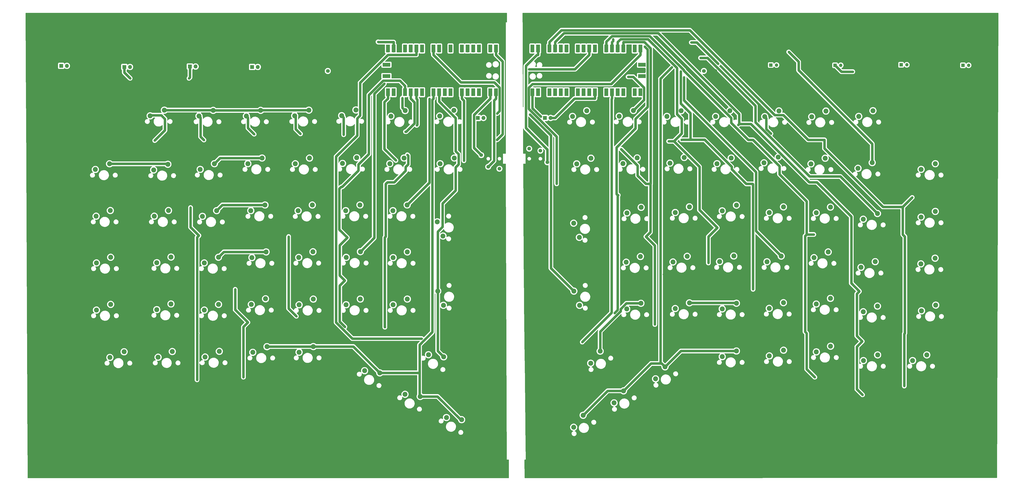
<source format=gbr>
%TF.GenerationSoftware,KiCad,Pcbnew,7.0.1-3b83917a11~172~ubuntu22.04.1*%
%TF.CreationDate,2023-03-22T13:00:22+01:00*%
%TF.ProjectId,Europe-ergo-smd,4575726f-7065-42d6-9572-676f2d736d64,rev?*%
%TF.SameCoordinates,Original*%
%TF.FileFunction,Copper,L2,Bot*%
%TF.FilePolarity,Positive*%
%FSLAX46Y46*%
G04 Gerber Fmt 4.6, Leading zero omitted, Abs format (unit mm)*
G04 Created by KiCad (PCBNEW 7.0.1-3b83917a11~172~ubuntu22.04.1) date 2023-03-22 13:00:22*
%MOMM*%
%LPD*%
G01*
G04 APERTURE LIST*
%TA.AperFunction,ComponentPad*%
%ADD10C,7.500000*%
%TD*%
%TA.AperFunction,ComponentPad*%
%ADD11C,2.200000*%
%TD*%
%TA.AperFunction,ComponentPad*%
%ADD12R,1.500000X1.500000*%
%TD*%
%TA.AperFunction,ComponentPad*%
%ADD13O,1.500000X1.500000*%
%TD*%
%TA.AperFunction,ComponentPad*%
%ADD14R,1.800000X1.800000*%
%TD*%
%TA.AperFunction,ComponentPad*%
%ADD15O,1.800000X1.800000*%
%TD*%
%TA.AperFunction,ComponentPad*%
%ADD16C,1.700000*%
%TD*%
%TA.AperFunction,ComponentPad*%
%ADD17R,1.650000X1.650000*%
%TD*%
%TA.AperFunction,ComponentPad*%
%ADD18C,1.650000*%
%TD*%
%TA.AperFunction,ComponentPad*%
%ADD19O,1.700000X1.700000*%
%TD*%
%TA.AperFunction,SMDPad,CuDef*%
%ADD20R,1.700000X3.500000*%
%TD*%
%TA.AperFunction,ComponentPad*%
%ADD21R,1.700000X1.700000*%
%TD*%
%TA.AperFunction,SMDPad,CuDef*%
%ADD22R,3.500000X1.700000*%
%TD*%
%TA.AperFunction,ViaPad*%
%ADD23C,0.800000*%
%TD*%
%TA.AperFunction,Conductor*%
%ADD24C,1.100000*%
%TD*%
G04 APERTURE END LIST*
D10*
%TO.P,H13,1,1*%
%TO.N,GNDL*%
X302750000Y-32600000D03*
%TD*%
D11*
%TO.P,SW41,1*%
%TO.N,ROW3R*%
X338820000Y-121080000D03*
%TO.P,SW41,2*%
%TO.N,Net-(D44-A)*%
X341360000Y-127430000D03*
%TD*%
%TO.P,SW64,1*%
%TO.N,ROW5*%
X158960000Y-157200000D03*
%TO.P,SW64,2*%
%TO.N,Net-(D72-A)*%
X152610000Y-159740000D03*
%TD*%
%TO.P,SW48,1*%
%TO.N,ROW3R*%
X500395000Y-115800000D03*
%TO.P,SW48,2*%
%TO.N,Net-(D46-A)*%
X494045000Y-118340000D03*
%TD*%
D10*
%TO.P,H6,1,1*%
%TO.N,GNDR*%
X521000000Y-32600000D03*
%TD*%
D12*
%TO.P,D42,1,K*%
%TO.N,Net-(D42-K)*%
X512730000Y-50440000D03*
D13*
%TO.P,D42,2,A*%
%TO.N,PWM1R*%
X515270000Y-50440000D03*
%TD*%
D11*
%TO.P,SW45,1*%
%TO.N,ROW3R*%
X432540000Y-113800000D03*
%TO.P,SW45,2*%
%TO.N,Net-(D56-A)*%
X426190000Y-116340000D03*
%TD*%
%TO.P,SW76,1*%
%TO.N,ROW5R*%
X411540000Y-156880000D03*
%TO.P,SW76,2*%
%TO.N,Net-(D84-A)*%
X405190000Y-159420000D03*
%TD*%
%TO.P,SW83,1*%
%TO.N,ROW6*%
X180540000Y-178420000D03*
%TO.P,SW83,2*%
%TO.N,Net-(D99-A)*%
X174190000Y-180960000D03*
%TD*%
%TO.P,SW62,1*%
%TO.N,ROW4R*%
X500295000Y-136720000D03*
%TO.P,SW62,2*%
%TO.N,Net-(D60-A)*%
X493945000Y-139260000D03*
%TD*%
%TO.P,SW47,1*%
%TO.N,ROW3R*%
X474540000Y-116760000D03*
%TO.P,SW47,2*%
%TO.N,Net-(D45-A)*%
X468190000Y-119300000D03*
%TD*%
D10*
%TO.P,H5,1,1*%
%TO.N,GNDL*%
X100900000Y-228000000D03*
%TD*%
D11*
%TO.P,SW91,1*%
%TO.N,ROW6R*%
X379659700Y-185330600D03*
%TO.P,SW91,2*%
%TO.N,Net-(D96-A)*%
X375430439Y-190705305D03*
%TD*%
%TO.P,SW75,1*%
%TO.N,ROW5R*%
X390540000Y-156720000D03*
%TO.P,SW75,2*%
%TO.N,Net-(D83-A)*%
X384190000Y-159260000D03*
%TD*%
D10*
%TO.P,H1,1,1*%
%TO.N,GNDL*%
X100500000Y-34000000D03*
%TD*%
D11*
%TO.P,SW40,1*%
%TO.N,ROW3*%
X277920000Y-120460000D03*
%TO.P,SW40,2*%
%TO.N,Net-(D35-A)*%
X280460000Y-126810000D03*
%TD*%
%TO.P,SW61,1*%
%TO.N,ROW4R*%
X473540000Y-138300000D03*
%TO.P,SW61,2*%
%TO.N,Net-(D59-A)*%
X467190000Y-140840000D03*
%TD*%
%TO.P,SW13,1*%
%TO.N,ROW1R*%
X451540000Y-70920000D03*
%TO.P,SW13,2*%
%TO.N,Net-(D6-A)*%
X445190000Y-73460000D03*
%TD*%
%TO.P,SW39,1*%
%TO.N,ROW3*%
X264460000Y-112920000D03*
%TO.P,SW39,2*%
%TO.N,Net-(D48-A)*%
X258110000Y-115460000D03*
%TD*%
%TO.P,SW36,1*%
%TO.N,ROW3*%
X200960000Y-112920000D03*
%TO.P,SW36,2*%
%TO.N,Net-(D52-A)*%
X194610000Y-115460000D03*
%TD*%
D10*
%TO.P,H16,1,1*%
%TO.N,GNDR*%
X427400000Y-229450000D03*
%TD*%
D11*
%TO.P,SW29,1*%
%TO.N,ROW2R*%
X430210000Y-91530000D03*
%TO.P,SW29,2*%
%TO.N,Net-(D29-A)*%
X423860000Y-94070000D03*
%TD*%
%TO.P,SW58,1*%
%TO.N,ROW4R*%
X410350000Y-135760000D03*
%TO.P,SW58,2*%
%TO.N,Net-(D68-A)*%
X404000000Y-138300000D03*
%TD*%
%TO.P,SW60,1*%
%TO.N,ROW4R*%
X452540000Y-133960000D03*
%TO.P,SW60,2*%
%TO.N,Net-(D70-A)*%
X446190000Y-136500000D03*
%TD*%
%TO.P,SW84,1*%
%TO.N,ROW6*%
X201820000Y-176320000D03*
%TO.P,SW84,2*%
%TO.N,Net-(D102-A)*%
X195470000Y-178860000D03*
%TD*%
D10*
%TO.P,H2,1,1*%
%TO.N,GNDR*%
X521000000Y-229450000D03*
%TD*%
D11*
%TO.P,SW6,1*%
%TO.N,ROW1*%
X263540000Y-70720000D03*
%TO.P,SW6,2*%
%TO.N,Net-(D4-A)*%
X257190000Y-73260000D03*
%TD*%
D14*
%TO.P,D38,1,K*%
%TO.N,Net-(D38-K)*%
X296000000Y-74000000D03*
D15*
%TO.P,D38,2,A*%
%TO.N,PWM5*%
X298540000Y-74000000D03*
%TD*%
D11*
%TO.P,SW50,1*%
%TO.N,ROW4*%
X158970000Y-136220000D03*
%TO.P,SW50,2*%
%TO.N,Net-(D58-A)*%
X152620000Y-138760000D03*
%TD*%
%TO.P,SW46,1*%
%TO.N,ROW3R*%
X453540000Y-113900000D03*
%TO.P,SW46,2*%
%TO.N,Net-(D54-A)*%
X447190000Y-116440000D03*
%TD*%
%TO.P,SW96,1*%
%TO.N,ROW6R*%
X496610000Y-180000000D03*
%TO.P,SW96,2*%
%TO.N,Net-(D98-A)*%
X490260000Y-182540000D03*
%TD*%
%TO.P,SW44,1*%
%TO.N,ROW3R*%
X411540000Y-113020000D03*
%TO.P,SW44,2*%
%TO.N,Net-(D55-A)*%
X405190000Y-115560000D03*
%TD*%
%TO.P,SW34,1*%
%TO.N,ROW3*%
X157840000Y-115420000D03*
%TO.P,SW34,2*%
%TO.N,Net-(D34-A)*%
X151490000Y-117960000D03*
%TD*%
%TO.P,SW22,1*%
%TO.N,ROW2*%
X241940000Y-91820000D03*
%TO.P,SW22,2*%
%TO.N,Net-(D24-A)*%
X235590000Y-94360000D03*
%TD*%
%TO.P,SW18,1*%
%TO.N,ROW2*%
X157540000Y-94720000D03*
%TO.P,SW18,2*%
%TO.N,Net-(D16-A)*%
X151190000Y-97260000D03*
%TD*%
%TO.P,SW80,1*%
%TO.N,ROW5R*%
X500595000Y-157720000D03*
%TO.P,SW80,2*%
%TO.N,Net-(D78-A)*%
X494245000Y-160260000D03*
%TD*%
%TO.P,SW17,1*%
%TO.N,ROW2*%
X131500000Y-94520000D03*
%TO.P,SW17,2*%
%TO.N,Net-(D15-A)*%
X125150000Y-97060000D03*
%TD*%
%TO.P,SW2,1*%
%TO.N,ROW1*%
X177800000Y-70620000D03*
%TO.P,SW2,2*%
%TO.N,Net-(D2-A)*%
X171450000Y-73160000D03*
%TD*%
%TO.P,SW42,1*%
%TO.N,ROW3R*%
X368970000Y-114000000D03*
%TO.P,SW42,2*%
%TO.N,Net-(D50-A)*%
X362620000Y-116540000D03*
%TD*%
%TO.P,SW9,1*%
%TO.N,ROW1R*%
X365540000Y-70660000D03*
%TO.P,SW9,2*%
%TO.N,Net-(D9-A)*%
X359190000Y-73200000D03*
%TD*%
%TO.P,SW19,1*%
%TO.N,ROW2*%
X178350000Y-94460000D03*
%TO.P,SW19,2*%
%TO.N,Net-(D21-A)*%
X172000000Y-97000000D03*
%TD*%
D10*
%TO.P,H10,1,1*%
%TO.N,GNDR*%
X322000000Y-32650000D03*
%TD*%
D11*
%TO.P,SW70,1*%
%TO.N,ROW5*%
X278100000Y-151460000D03*
%TO.P,SW70,2*%
%TO.N,Net-(D73-A)*%
X280640000Y-157810000D03*
%TD*%
%TO.P,SW11,1*%
%TO.N,ROW1R*%
X408620000Y-70780000D03*
%TO.P,SW11,2*%
%TO.N,Net-(D14-A)*%
X402270000Y-73320000D03*
%TD*%
%TO.P,SW89,1*%
%TO.N,ROW6R*%
X343069700Y-206990600D03*
%TO.P,SW89,2*%
%TO.N,Net-(D94-A)*%
X338840439Y-212365305D03*
%TD*%
D12*
%TO.P,D40,1,K*%
%TO.N,Net-(D40-K)*%
X455614700Y-50440000D03*
D13*
%TO.P,D40,2,A*%
%TO.N,PWM3R*%
X458154700Y-50440000D03*
%TD*%
D11*
%TO.P,SW94,1*%
%TO.N,ROW6R*%
X453610000Y-176100000D03*
%TO.P,SW94,2*%
%TO.N,Net-(D101-A)*%
X447260000Y-178640000D03*
%TD*%
%TO.P,SW1,1*%
%TO.N,ROW1*%
X156000000Y-70520000D03*
%TO.P,SW1,2*%
%TO.N,Net-(D1-A)*%
X149650000Y-73060000D03*
%TD*%
D10*
%TO.P,H8,1,1*%
%TO.N,GNDR*%
X426550000Y-32650000D03*
%TD*%
D11*
%TO.P,SW53,1*%
%TO.N,ROW4*%
X222380000Y-133860000D03*
%TO.P,SW53,2*%
%TO.N,Net-(D61-A)*%
X216030000Y-136400000D03*
%TD*%
%TO.P,SW56,1*%
%TO.N,ROW4R*%
X368670000Y-136000000D03*
%TO.P,SW56,2*%
%TO.N,Net-(D66-A)*%
X362320000Y-138540000D03*
%TD*%
%TO.P,SW72,1*%
%TO.N,ROW5R*%
X350659700Y-178330600D03*
%TO.P,SW72,2*%
%TO.N,Net-(D75-A)*%
X346430439Y-183705305D03*
%TD*%
%TO.P,SW78,1*%
%TO.N,ROW5R*%
X453540000Y-154720000D03*
%TO.P,SW78,2*%
%TO.N,Net-(D86-A)*%
X447190000Y-157260000D03*
%TD*%
%TO.P,SW77,1*%
%TO.N,ROW5R*%
X432540000Y-156640000D03*
%TO.P,SW77,2*%
%TO.N,Net-(D85-A)*%
X426190000Y-159180000D03*
%TD*%
%TO.P,SW28,1*%
%TO.N,ROW2R*%
X409210000Y-91920000D03*
%TO.P,SW28,2*%
%TO.N,Net-(D28-A)*%
X402860000Y-94460000D03*
%TD*%
D14*
%TO.P,D32,1,K*%
%TO.N,Net-(D32-K)*%
X138100000Y-51200000D03*
D15*
%TO.P,D32,2,A*%
%TO.N,PWM2*%
X140640000Y-51200000D03*
%TD*%
D11*
%TO.P,SW95,1*%
%TO.N,ROW6R*%
X474610000Y-180000000D03*
%TO.P,SW95,2*%
%TO.N,Net-(D97-A)*%
X468260000Y-182540000D03*
%TD*%
%TO.P,SW3,1*%
%TO.N,ROW1*%
X199000000Y-70620000D03*
%TO.P,SW3,2*%
%TO.N,Net-(D3-A)*%
X192650000Y-73160000D03*
%TD*%
%TO.P,SW7,1*%
%TO.N,ROW1*%
X285340000Y-70620000D03*
%TO.P,SW7,2*%
%TO.N,Net-(D5-A)*%
X278990000Y-73160000D03*
%TD*%
%TO.P,SW55,1*%
%TO.N,ROW4*%
X264540000Y-133920000D03*
%TO.P,SW55,2*%
%TO.N,Net-(D63-A)*%
X258190000Y-136460000D03*
%TD*%
%TO.P,SW57,1*%
%TO.N,ROW4R*%
X389540000Y-135900000D03*
%TO.P,SW57,2*%
%TO.N,Net-(D67-A)*%
X383190000Y-138440000D03*
%TD*%
D10*
%TO.P,H15,1,1*%
%TO.N,GNDL*%
X302200000Y-227800000D03*
%TD*%
%TO.P,H9,1,1*%
%TO.N,GNDL*%
X300900000Y-128800000D03*
%TD*%
%TO.P,H7,1,1*%
%TO.N,GNDL*%
X100500000Y-129000000D03*
%TD*%
%TO.P,H4,1,1*%
%TO.N,GNDR*%
X521000000Y-129000000D03*
%TD*%
D11*
%TO.P,SW14,1*%
%TO.N,ROW1R*%
X472540000Y-70760000D03*
%TO.P,SW14,2*%
%TO.N,Net-(D7-A)*%
X466190000Y-73300000D03*
%TD*%
%TO.P,SW52,1*%
%TO.N,ROW4*%
X201460000Y-133920000D03*
%TO.P,SW52,2*%
%TO.N,Net-(D65-A)*%
X195110000Y-136460000D03*
%TD*%
D12*
%TO.P,D39,1,K*%
%TO.N,Net-(D39-K)*%
X426914700Y-50340000D03*
D13*
%TO.P,D39,2,A*%
%TO.N,PWM4R*%
X429454700Y-50340000D03*
%TD*%
D11*
%TO.P,SW71,1*%
%TO.N,ROW5*%
X280739700Y-180870600D03*
%TO.P,SW71,2*%
%TO.N,Net-(D74-A)*%
X273970439Y-179895305D03*
%TD*%
%TO.P,SW67,1*%
%TO.N,ROW5*%
X222540000Y-155040000D03*
%TO.P,SW67,2*%
%TO.N,Net-(D81-A)*%
X216190000Y-157580000D03*
%TD*%
%TO.P,SW49,1*%
%TO.N,ROW4*%
X132000000Y-136320000D03*
%TO.P,SW49,2*%
%TO.N,Net-(D57-A)*%
X125650000Y-138860000D03*
%TD*%
%TO.P,SW21,1*%
%TO.N,ROW2*%
X220840000Y-91960000D03*
%TO.P,SW21,2*%
%TO.N,Net-(D23-A)*%
X214490000Y-94500000D03*
%TD*%
%TO.P,SW82,1*%
%TO.N,ROW6*%
X159540000Y-178500000D03*
%TO.P,SW82,2*%
%TO.N,Net-(D90-A)*%
X153190000Y-181040000D03*
%TD*%
D10*
%TO.P,H14,1,1*%
%TO.N,GNDR*%
X324750000Y-228000000D03*
%TD*%
D11*
%TO.P,SW27,1*%
%TO.N,ROW2R*%
X388210000Y-91660000D03*
%TO.P,SW27,2*%
%TO.N,Net-(D27-A)*%
X381860000Y-94200000D03*
%TD*%
D14*
%TO.P,D31,1,K*%
%TO.N,Net-(D31-K)*%
X109900000Y-50700000D03*
D15*
%TO.P,D31,2,A*%
%TO.N,PWM1*%
X112440000Y-50700000D03*
%TD*%
D11*
%TO.P,SW32,1*%
%TO.N,ROW2R*%
X500395000Y-94460000D03*
%TO.P,SW32,2*%
%TO.N,Net-(D20-A)*%
X494045000Y-97000000D03*
%TD*%
%TO.P,SW79,1*%
%TO.N,ROW5R*%
X474540000Y-158180000D03*
%TO.P,SW79,2*%
%TO.N,Net-(D77-A)*%
X468190000Y-160720000D03*
%TD*%
%TO.P,SW66,1*%
%TO.N,ROW5*%
X201200000Y-154900000D03*
%TO.P,SW66,2*%
%TO.N,Net-(D80-A)*%
X194850000Y-157440000D03*
%TD*%
%TO.P,SW63,1*%
%TO.N,ROW5*%
X132000000Y-157400000D03*
%TO.P,SW63,2*%
%TO.N,Net-(D71-A)*%
X125650000Y-159940000D03*
%TD*%
%TO.P,SW90,1*%
%TO.N,ROW6R*%
X361129700Y-196090600D03*
%TO.P,SW90,2*%
%TO.N,Net-(D95-A)*%
X356900439Y-201465305D03*
%TD*%
%TO.P,SW92,1*%
%TO.N,ROW6R*%
X411540000Y-178260000D03*
%TO.P,SW92,2*%
%TO.N,Net-(D103-A)*%
X405190000Y-180800000D03*
%TD*%
D14*
%TO.P,D43,1,K*%
%TO.N,Net-(D43-K)*%
X326000000Y-74000000D03*
D15*
%TO.P,D43,2,A*%
%TO.N,PWM5R*%
X328540000Y-74000000D03*
%TD*%
D11*
%TO.P,SW87,1*%
%TO.N,ROW6*%
X270279700Y-198590600D03*
%TO.P,SW87,2*%
%TO.N,Net-(D92-A)*%
X263510439Y-197615305D03*
%TD*%
%TO.P,SW4,1*%
%TO.N,ROW1*%
X220540000Y-70520000D03*
%TO.P,SW4,2*%
%TO.N,Net-(D11-A)*%
X214190000Y-73060000D03*
%TD*%
%TO.P,SW37,1*%
%TO.N,ROW3*%
X222080000Y-112960000D03*
%TO.P,SW37,2*%
%TO.N,Net-(D53-A)*%
X215730000Y-115500000D03*
%TD*%
%TO.P,SW33,1*%
%TO.N,ROW3*%
X131860000Y-115420000D03*
%TO.P,SW33,2*%
%TO.N,Net-(D33-A)*%
X125510000Y-117960000D03*
%TD*%
%TO.P,SW51,1*%
%TO.N,ROW4*%
X180150000Y-136320000D03*
%TO.P,SW51,2*%
%TO.N,Net-(D64-A)*%
X173800000Y-138860000D03*
%TD*%
%TO.P,SW5,1*%
%TO.N,ROW1*%
X241540000Y-70420000D03*
%TO.P,SW5,2*%
%TO.N,Net-(D12-A)*%
X235190000Y-72960000D03*
%TD*%
%TO.P,SW12,1*%
%TO.N,ROW1R*%
X430540000Y-70860000D03*
%TO.P,SW12,2*%
%TO.N,Net-(D10-A)*%
X424190000Y-73400000D03*
%TD*%
D10*
%TO.P,H11,1,1*%
%TO.N,GNDL*%
X198400000Y-228000000D03*
%TD*%
D11*
%TO.P,SW31,1*%
%TO.N,ROW2R*%
X472210000Y-94000000D03*
%TO.P,SW31,2*%
%TO.N,Net-(D19-A)*%
X465860000Y-96540000D03*
%TD*%
D10*
%TO.P,H12,1,1*%
%TO.N,GNDR*%
X323550000Y-128900000D03*
%TD*%
D11*
%TO.P,SW43,1*%
%TO.N,ROW3R*%
X390540000Y-113760000D03*
%TO.P,SW43,2*%
%TO.N,Net-(D51-A)*%
X384190000Y-116300000D03*
%TD*%
%TO.P,SW85,1*%
%TO.N,ROW6*%
X222540000Y-176260000D03*
%TO.P,SW85,2*%
%TO.N,Net-(D100-A)*%
X216190000Y-178800000D03*
%TD*%
D14*
%TO.P,D37,1,K*%
%TO.N,Net-(D37-K)*%
X195200000Y-51200000D03*
D15*
%TO.P,D37,2,A*%
%TO.N,PWM4*%
X197740000Y-51200000D03*
%TD*%
D11*
%TO.P,SW8,1*%
%TO.N,ROW1R*%
X344670000Y-70760000D03*
%TO.P,SW8,2*%
%TO.N,Net-(D8-A)*%
X338320000Y-73300000D03*
%TD*%
%TO.P,SW10,1*%
%TO.N,ROW1R*%
X386880000Y-70760000D03*
%TO.P,SW10,2*%
%TO.N,Net-(D13-A)*%
X380530000Y-73300000D03*
%TD*%
%TO.P,SW68,1*%
%TO.N,ROW5*%
X243540000Y-155000000D03*
%TO.P,SW68,2*%
%TO.N,Net-(D82-A)*%
X237190000Y-157540000D03*
%TD*%
%TO.P,SW26,1*%
%TO.N,ROW2R*%
X367210000Y-91900000D03*
%TO.P,SW26,2*%
%TO.N,Net-(D26-A)*%
X360860000Y-94440000D03*
%TD*%
%TO.P,SW24,1*%
%TO.N,ROW2*%
X285540000Y-91920000D03*
%TO.P,SW24,2*%
%TO.N,Net-(D17-A)*%
X279190000Y-94460000D03*
%TD*%
%TO.P,SW38,1*%
%TO.N,ROW3*%
X243380000Y-112920000D03*
%TO.P,SW38,2*%
%TO.N,Net-(D47-A)*%
X237030000Y-115460000D03*
%TD*%
%TO.P,SW35,1*%
%TO.N,ROW3*%
X179350000Y-115460000D03*
%TO.P,SW35,2*%
%TO.N,Net-(D49-A)*%
X173000000Y-118000000D03*
%TD*%
%TO.P,SW81,1*%
%TO.N,ROW6*%
X138000000Y-178600000D03*
%TO.P,SW81,2*%
%TO.N,Net-(D89-A)*%
X131650000Y-181140000D03*
%TD*%
D10*
%TO.P,H3,1,1*%
%TO.N,GNDL*%
X197600000Y-34100000D03*
%TD*%
D11*
%TO.P,SW20,1*%
%TO.N,ROW2*%
X199620000Y-91920000D03*
%TO.P,SW20,2*%
%TO.N,Net-(D22-A)*%
X193270000Y-94460000D03*
%TD*%
%TO.P,SW88,1*%
%TO.N,ROW6*%
X288769300Y-208975300D03*
%TO.P,SW88,2*%
%TO.N,Net-(D93-A)*%
X282000039Y-208000005D03*
%TD*%
%TO.P,SW86,1*%
%TO.N,ROW6*%
X252199700Y-188040600D03*
%TO.P,SW86,2*%
%TO.N,Net-(D91-A)*%
X245430439Y-187065305D03*
%TD*%
%TO.P,SW23,1*%
%TO.N,ROW2*%
X263040000Y-91920000D03*
%TO.P,SW23,2*%
%TO.N,Net-(D25-A)*%
X256690000Y-94460000D03*
%TD*%
%TO.P,SW73,1*%
%TO.N,ROW5R*%
X338920000Y-151460000D03*
%TO.P,SW73,2*%
%TO.N,Net-(D76-A)*%
X341460000Y-157810000D03*
%TD*%
%TO.P,SW54,1*%
%TO.N,ROW4*%
X243560000Y-133820000D03*
%TO.P,SW54,2*%
%TO.N,Net-(D62-A)*%
X237210000Y-136360000D03*
%TD*%
%TO.P,SW69,1*%
%TO.N,ROW5*%
X264540000Y-155000000D03*
%TO.P,SW69,2*%
%TO.N,Net-(D87-A)*%
X258190000Y-157540000D03*
%TD*%
%TO.P,SW74,1*%
%TO.N,ROW5R*%
X368870000Y-156920000D03*
%TO.P,SW74,2*%
%TO.N,Net-(D88-A)*%
X362520000Y-159460000D03*
%TD*%
%TO.P,SW93,1*%
%TO.N,ROW6R*%
X432610000Y-177900000D03*
%TO.P,SW93,2*%
%TO.N,Net-(D104-A)*%
X426260000Y-180440000D03*
%TD*%
%TO.P,SW65,1*%
%TO.N,ROW5*%
X180200000Y-157400000D03*
%TO.P,SW65,2*%
%TO.N,Net-(D79-A)*%
X173850000Y-159940000D03*
%TD*%
D14*
%TO.P,D36,1,K*%
%TO.N,Net-(D36-K)*%
X167400000Y-51000000D03*
D15*
%TO.P,D36,2,A*%
%TO.N,PWM3*%
X169940000Y-51000000D03*
%TD*%
D11*
%TO.P,SW30,1*%
%TO.N,ROW2R*%
X451210000Y-92000000D03*
%TO.P,SW30,2*%
%TO.N,Net-(D30-A)*%
X444860000Y-94540000D03*
%TD*%
D12*
%TO.P,D41,1,K*%
%TO.N,Net-(D41-K)*%
X485114700Y-50240000D03*
D13*
%TO.P,D41,2,A*%
%TO.N,PWM2R*%
X487654700Y-50240000D03*
%TD*%
D11*
%TO.P,SW59,1*%
%TO.N,ROW4R*%
X431540000Y-135800000D03*
%TO.P,SW59,2*%
%TO.N,Net-(D69-A)*%
X425190000Y-138340000D03*
%TD*%
%TO.P,SW25,1*%
%TO.N,ROW2R*%
X346540000Y-92000000D03*
%TO.P,SW25,2*%
%TO.N,Net-(D18-A)*%
X340190000Y-94540000D03*
%TD*%
D16*
%TO.P,SW16,1,1*%
%TO.N,/RUN*%
X397010000Y-53000000D03*
%TO.P,SW16,2,2*%
%TO.N,GNDR*%
X402090000Y-53000000D03*
%TD*%
D17*
%TO.P,J2,1,Pin_1*%
%TO.N,GNDR*%
X318975000Y-97050000D03*
D18*
%TO.P,J2,2,Pin_2*%
%TO.N,sdaR*%
X323975000Y-88650000D03*
%TO.P,J2,3,Pin_3*%
%TO.N,sclR*%
X327075000Y-93850000D03*
%TO.P,J2,4,Pin_4*%
%TO.N,VCCR*%
X318975000Y-87750000D03*
%TD*%
D19*
%TO.P,U1,1,GPIO0*%
%TO.N,SDA I2C0*%
X304130000Y-61615000D03*
D20*
X304130000Y-62515000D03*
D19*
%TO.P,U1,2,GPIO1*%
%TO.N,SCL I2C0*%
X301590000Y-61615000D03*
D20*
X301590000Y-62515000D03*
D21*
%TO.P,U1,3,GND*%
%TO.N,GNDL*%
X299050000Y-61615000D03*
D20*
X299050000Y-62515000D03*
D19*
%TO.P,U1,4,GPIO2*%
%TO.N,COL1*%
X296510000Y-61615000D03*
D20*
X296510000Y-62515000D03*
D19*
%TO.P,U1,5,GPIO3*%
%TO.N,COL2*%
X293970000Y-61615000D03*
D20*
X293970000Y-62515000D03*
D19*
%TO.P,U1,6,GPIO4*%
%TO.N,ROW1*%
X291430000Y-61615000D03*
D20*
X291430000Y-62515000D03*
D19*
%TO.P,U1,7,GPIO5*%
%TO.N,ROW2*%
X288890000Y-61615000D03*
D20*
X288890000Y-62515000D03*
D21*
%TO.P,U1,8,GND*%
%TO.N,GNDL*%
X286350000Y-61615000D03*
D20*
X286350000Y-62515000D03*
D19*
%TO.P,U1,9,GPIO6*%
%TO.N,ROW3*%
X283810000Y-61615000D03*
D20*
X283810000Y-62515000D03*
D19*
%TO.P,U1,10,GPIO7*%
%TO.N,ROW4*%
X281270000Y-61615000D03*
D20*
X281270000Y-62515000D03*
D19*
%TO.P,U1,11,GPIO8*%
%TO.N,ROW5*%
X278730000Y-61615000D03*
D20*
X278730000Y-62515000D03*
D19*
%TO.P,U1,12,GPIO9*%
%TO.N,ROW6*%
X276190000Y-61615000D03*
D20*
X276190000Y-62515000D03*
D21*
%TO.P,U1,13,GND*%
%TO.N,GNDL*%
X273650000Y-61615000D03*
D20*
X273650000Y-62515000D03*
D19*
%TO.P,U1,14,GPIO10*%
%TO.N,COL3*%
X271110000Y-61615000D03*
D20*
X271110000Y-62515000D03*
D19*
%TO.P,U1,15,GPIO11*%
%TO.N,COL4*%
X268570000Y-61615000D03*
D20*
X268570000Y-62515000D03*
D19*
%TO.P,U1,16,GPIO12*%
%TO.N,COL5*%
X266030000Y-61615000D03*
D20*
X266030000Y-62515000D03*
D19*
%TO.P,U1,17,GPIO13*%
%TO.N,COL6*%
X263490000Y-61615000D03*
D20*
X263490000Y-62515000D03*
D21*
%TO.P,U1,18,GND*%
%TO.N,GNDL*%
X260950000Y-61615000D03*
D20*
X260950000Y-62515000D03*
D19*
%TO.P,U1,19,GPIO14*%
%TO.N,COL7*%
X258410000Y-61615000D03*
D20*
X258410000Y-62515000D03*
D19*
%TO.P,U1,20,GPIO15*%
%TO.N,COL8*%
X255870000Y-61615000D03*
D20*
X255870000Y-62515000D03*
D19*
%TO.P,U1,21,GPIO16*%
%TO.N,PWM1*%
X255870000Y-43835000D03*
D20*
X255870000Y-42935000D03*
D19*
%TO.P,U1,22,GPIO17*%
%TO.N,PWM2*%
X258410000Y-43835000D03*
D20*
X258410000Y-42935000D03*
D21*
%TO.P,U1,23,GND*%
%TO.N,GNDL*%
X260950000Y-43835000D03*
D20*
X260950000Y-42935000D03*
D19*
%TO.P,U1,24,GPIO18*%
%TO.N,PWM3*%
X263490000Y-43835000D03*
D20*
X263490000Y-42935000D03*
D19*
%TO.P,U1,25,GPIO19*%
%TO.N,PWM4*%
X266030000Y-43835000D03*
D20*
X266030000Y-42935000D03*
D19*
%TO.P,U1,26,GPIO20*%
%TO.N,Arrow-Left*%
X268570000Y-43835000D03*
D20*
X268570000Y-42935000D03*
D19*
%TO.P,U1,27,GPIO21*%
%TO.N,unconnected-(U1-GPIO21-Pad27)*%
X271110000Y-43835000D03*
D20*
X271110000Y-42935000D03*
D21*
%TO.P,U1,28,GND*%
%TO.N,GNDL*%
X273650000Y-43835000D03*
D20*
X273650000Y-42935000D03*
D19*
%TO.P,U1,29,GPIO22*%
%TO.N,PWM5*%
X276190000Y-43835000D03*
D20*
X276190000Y-42935000D03*
D19*
%TO.P,U1,30,RUN*%
%TO.N,Net-(U1-RUN)*%
X278730000Y-43835000D03*
D20*
X278730000Y-42935000D03*
D19*
%TO.P,U1,31,GPIO26_ADC0*%
%TO.N,GNDL*%
X281270000Y-43835000D03*
D20*
X281270000Y-42935000D03*
D19*
%TO.P,U1,32,GPIO27_ADC1*%
%TO.N,unconnected-(U1-GPIO27_ADC1-Pad32)*%
X283810000Y-43835000D03*
D20*
X283810000Y-42935000D03*
D21*
%TO.P,U1,33,AGND*%
%TO.N,GNDL*%
X286350000Y-43835000D03*
D20*
X286350000Y-42935000D03*
D19*
%TO.P,U1,34,GPIO28_ADC2*%
%TO.N,unconnected-(U1-GPIO28_ADC2-Pad34)*%
X288890000Y-43835000D03*
D20*
X288890000Y-42935000D03*
D19*
%TO.P,U1,35,ADC_VREF*%
%TO.N,unconnected-(U1-ADC_VREF-Pad35)*%
X291430000Y-43835000D03*
D20*
X291430000Y-42935000D03*
D19*
%TO.P,U1,36,3V3*%
%TO.N,unconnected-(U1-3V3-Pad36)*%
X293970000Y-43835000D03*
D20*
X293970000Y-42935000D03*
D19*
%TO.P,U1,37,3V3_EN*%
%TO.N,unconnected-(U1-3V3_EN-Pad37)*%
X296510000Y-43835000D03*
D20*
X296510000Y-42935000D03*
D21*
%TO.P,U1,38,GND*%
%TO.N,GNDL*%
X299050000Y-43835000D03*
D20*
X299050000Y-42935000D03*
D19*
%TO.P,U1,39,VSYS*%
%TO.N,unconnected-(U1-VSYS-Pad39)*%
X301590000Y-43835000D03*
D20*
X301590000Y-42935000D03*
D19*
%TO.P,U1,40,VBUS*%
%TO.N,VCCL*%
X304130000Y-43835000D03*
D20*
X304130000Y-42935000D03*
D19*
%TO.P,U1,41,SWCLK*%
%TO.N,unconnected-(U1-SWCLK-Pad41)*%
X256100000Y-55265000D03*
D22*
X255200000Y-55265000D03*
D21*
%TO.P,U1,42,GND*%
%TO.N,GNDL*%
X256100000Y-52725000D03*
D22*
X255200000Y-52725000D03*
D19*
%TO.P,U1,43,SWDIO*%
%TO.N,unconnected-(U1-SWDIO-Pad43)*%
X256100000Y-50185000D03*
D22*
X255200000Y-50185000D03*
%TD*%
D19*
%TO.P,U2,1,GPIO0*%
%TO.N,sdaR*%
X320420000Y-43835000D03*
D20*
X320420000Y-42935000D03*
D19*
%TO.P,U2,2,GPIO1*%
%TO.N,sclR*%
X322960000Y-43835000D03*
D20*
X322960000Y-42935000D03*
D21*
%TO.P,U2,3,GND*%
%TO.N,GNDR*%
X325500000Y-43835000D03*
D20*
X325500000Y-42935000D03*
D19*
%TO.P,U2,4,GPIO2*%
%TO.N,COL1R*%
X328040000Y-43835000D03*
D20*
X328040000Y-42935000D03*
D19*
%TO.P,U2,5,GPIO3*%
%TO.N,COL2R*%
X330580000Y-43835000D03*
D20*
X330580000Y-42935000D03*
D19*
%TO.P,U2,6,GPIO4*%
%TO.N,ROW1R*%
X333120000Y-43835000D03*
D20*
X333120000Y-42935000D03*
D19*
%TO.P,U2,7,GPIO5*%
%TO.N,ROW2R*%
X335660000Y-43835000D03*
D20*
X335660000Y-42935000D03*
D21*
%TO.P,U2,8,GND*%
%TO.N,GNDR*%
X338200000Y-43835000D03*
D20*
X338200000Y-42935000D03*
D19*
%TO.P,U2,9,GPIO6*%
%TO.N,ROW3R*%
X340740000Y-43835000D03*
D20*
X340740000Y-42935000D03*
D19*
%TO.P,U2,10,GPIO7*%
%TO.N,ROW4R*%
X343280000Y-43835000D03*
D20*
X343280000Y-42935000D03*
D19*
%TO.P,U2,11,GPIO8*%
%TO.N,ROW5R*%
X345820000Y-43835000D03*
D20*
X345820000Y-42935000D03*
D19*
%TO.P,U2,12,GPIO9*%
%TO.N,ROW6R*%
X348360000Y-43835000D03*
D20*
X348360000Y-42935000D03*
D21*
%TO.P,U2,13,GND*%
%TO.N,GNDR*%
X350900000Y-43835000D03*
D20*
X350900000Y-42935000D03*
D19*
%TO.P,U2,14,GPIO10*%
%TO.N,COL3R*%
X353440000Y-43835000D03*
D20*
X353440000Y-42935000D03*
D19*
%TO.P,U2,15,GPIO11*%
%TO.N,COL4R*%
X355980000Y-43835000D03*
D20*
X355980000Y-42935000D03*
D19*
%TO.P,U2,16,GPIO12*%
%TO.N,COL5R*%
X358520000Y-43835000D03*
D20*
X358520000Y-42935000D03*
D19*
%TO.P,U2,17,GPIO13*%
%TO.N,COL6R*%
X361060000Y-43835000D03*
D20*
X361060000Y-42935000D03*
D21*
%TO.P,U2,18,GND*%
%TO.N,GNDR*%
X363600000Y-43835000D03*
D20*
X363600000Y-42935000D03*
D19*
%TO.P,U2,19,GPIO14*%
%TO.N,COL7R*%
X366140000Y-43835000D03*
D20*
X366140000Y-42935000D03*
D19*
%TO.P,U2,20,GPIO15*%
%TO.N,COL8R*%
X368680000Y-43835000D03*
D20*
X368680000Y-42935000D03*
D19*
%TO.P,U2,21,GPIO16*%
%TO.N,PWM1R*%
X368680000Y-61615000D03*
D20*
X368680000Y-62515000D03*
D19*
%TO.P,U2,22,GPIO17*%
%TO.N,PWM2R*%
X366140000Y-61615000D03*
D20*
X366140000Y-62515000D03*
D21*
%TO.P,U2,23,GND*%
%TO.N,GNDR*%
X363600000Y-61615000D03*
D20*
X363600000Y-62515000D03*
D19*
%TO.P,U2,24,GPIO18*%
%TO.N,PWM3R*%
X361060000Y-61615000D03*
D20*
X361060000Y-62515000D03*
D19*
%TO.P,U2,25,GPIO19*%
%TO.N,PWM4R*%
X358520000Y-61615000D03*
D20*
X358520000Y-62515000D03*
D19*
%TO.P,U2,26,GPIO20*%
%TO.N,Arrow-Right*%
X355980000Y-61615000D03*
D20*
X355980000Y-62515000D03*
D19*
%TO.P,U2,27,GPIO21*%
%TO.N,unconnected-(U2-GPIO21-Pad27)*%
X353440000Y-61615000D03*
D20*
X353440000Y-62515000D03*
D21*
%TO.P,U2,28,GND*%
%TO.N,GNDR*%
X350900000Y-61615000D03*
D20*
X350900000Y-62515000D03*
D19*
%TO.P,U2,29,GPIO22*%
%TO.N,PWM5R*%
X348360000Y-61615000D03*
D20*
X348360000Y-62515000D03*
D19*
%TO.P,U2,30,RUN*%
%TO.N,/RUN*%
X345820000Y-61615000D03*
D20*
X345820000Y-62515000D03*
D19*
%TO.P,U2,31,GPIO26_ADC0*%
%TO.N,unconnected-(U2-GPIO26_ADC0-Pad31)*%
X343280000Y-61615000D03*
D20*
X343280000Y-62515000D03*
D19*
%TO.P,U2,32,GPIO27_ADC1*%
%TO.N,unconnected-(U2-GPIO27_ADC1-Pad32)*%
X340740000Y-61615000D03*
D20*
X340740000Y-62515000D03*
D21*
%TO.P,U2,33,AGND*%
%TO.N,GNDR*%
X338200000Y-61615000D03*
D20*
X338200000Y-62515000D03*
D19*
%TO.P,U2,34,GPIO28_ADC2*%
%TO.N,unconnected-(U2-GPIO28_ADC2-Pad34)*%
X335660000Y-61615000D03*
D20*
X335660000Y-62515000D03*
D19*
%TO.P,U2,35,ADC_VREF*%
%TO.N,unconnected-(U2-ADC_VREF-Pad35)*%
X333120000Y-61615000D03*
D20*
X333120000Y-62515000D03*
D19*
%TO.P,U2,36,3V3*%
%TO.N,unconnected-(U2-3V3-Pad36)*%
X330580000Y-61615000D03*
D20*
X330580000Y-62515000D03*
D19*
%TO.P,U2,37,3V3_EN*%
%TO.N,unconnected-(U2-3V3_EN-Pad37)*%
X328040000Y-61615000D03*
D20*
X328040000Y-62515000D03*
D21*
%TO.P,U2,38,GND*%
%TO.N,GNDR*%
X325500000Y-61615000D03*
D20*
X325500000Y-62515000D03*
D19*
%TO.P,U2,39,VSYS*%
%TO.N,unconnected-(U2-VSYS-Pad39)*%
X322960000Y-61615000D03*
D20*
X322960000Y-62515000D03*
D19*
%TO.P,U2,40,VBUS*%
%TO.N,VCCR*%
X320420000Y-61615000D03*
D20*
X320420000Y-62515000D03*
D19*
%TO.P,U2,41,SWCLK*%
%TO.N,unconnected-(U2-SWCLK-Pad41)*%
X368450000Y-50185000D03*
D22*
X369350000Y-50185000D03*
D21*
%TO.P,U2,42,GND*%
%TO.N,GNDR*%
X368450000Y-52725000D03*
D22*
X369350000Y-52725000D03*
D19*
%TO.P,U2,43,SWDIO*%
%TO.N,unconnected-(U2-SWDIO-Pad43)*%
X368450000Y-55265000D03*
D22*
X369350000Y-55265000D03*
%TD*%
D16*
%TO.P,SW15,1,1*%
%TO.N,Net-(U1-RUN)*%
X229000000Y-53000000D03*
%TO.P,SW15,2,2*%
%TO.N,GNDL*%
X223920000Y-53000000D03*
%TD*%
D17*
%TO.P,J1,1,Pin_1*%
%TO.N,GNDL*%
X305670000Y-87430000D03*
D18*
%TO.P,J1,2,Pin_2*%
%TO.N,SDA I2C0*%
X300670000Y-95830000D03*
%TO.P,J1,3,Pin_3*%
%TO.N,SCL I2C0*%
X297570000Y-90630000D03*
%TO.P,J1,4,Pin_4*%
%TO.N,VCCL*%
X305670000Y-96730000D03*
%TD*%
D23*
%TO.N,GNDR*%
X411000000Y-73000000D03*
X384000000Y-46000000D03*
X422000000Y-68000000D03*
X403000000Y-65000000D03*
X389000000Y-73000000D03*
X389000000Y-80000000D03*
%TO.N,GNDL*%
X124000000Y-166000000D03*
X125000000Y-144000000D03*
X267000000Y-177000000D03*
X305000000Y-77000000D03*
%TO.N,GNDR*%
X320000000Y-77000000D03*
X370000000Y-86000000D03*
X425000000Y-88000000D03*
X417000000Y-82000000D03*
X417000000Y-98000000D03*
X476000000Y-57000000D03*
X379000000Y-144000000D03*
X404000000Y-165000000D03*
X420000000Y-161000000D03*
X411000000Y-172000000D03*
X437000000Y-172000000D03*
%TO.N,GNDL*%
X264000000Y-75000000D03*
X272000000Y-96000000D03*
X283000000Y-101000000D03*
X244000000Y-86000000D03*
X208000000Y-86000000D03*
X196000000Y-94000000D03*
X209000000Y-108000000D03*
X193000000Y-110000000D03*
X165000000Y-98000000D03*
X127000000Y-115000000D03*
X150000000Y-103000000D03*
X145000000Y-111000000D03*
X133000000Y-149000000D03*
X124000000Y-104000000D03*
X164000000Y-110000000D03*
X125000000Y-133000000D03*
X146000000Y-133000000D03*
X145000000Y-144000000D03*
X146000000Y-152000000D03*
X144000000Y-88000000D03*
X186000000Y-82000000D03*
X207000000Y-62000000D03*
X240000000Y-51000000D03*
X181000000Y-48000000D03*
X163000000Y-45000000D03*
%TO.N,VCCL*%
X304573300Y-83814100D03*
%TO.N,ROW6R*%
X382713600Y-51349000D03*
%TO.N,ROW4R*%
X388159900Y-55774100D03*
%TO.N,ROW5R*%
X318843600Y-52218400D03*
X319270200Y-72444800D03*
%TO.N,ROW3R*%
X395498300Y-47138700D03*
%TO.N,ROW2R*%
X434925300Y-44493100D03*
%TO.N,ROW1R*%
X363130500Y-55594000D03*
%TO.N,PWM5*%
X304600900Y-72017800D03*
%TO.N,ROW4*%
X254233400Y-58703700D03*
%TO.N,ROW3*%
X274400400Y-65476600D03*
%TO.N,ROW2*%
X289798900Y-93136900D03*
%TO.N,ROW1*%
X262300200Y-65072700D03*
%TO.N,VCCR*%
X324166400Y-73431500D03*
%TO.N,COL3*%
X167689100Y-114087400D03*
X171414200Y-126600100D03*
X170581200Y-150659800D03*
X170686200Y-170320300D03*
X170591200Y-191146500D03*
%TO.N,COL4*%
X268706000Y-77342600D03*
X193307000Y-165450600D03*
X191292700Y-189980800D03*
X187632100Y-150659800D03*
%TO.N,COL5*%
X263688800Y-80155300D03*
X211504200Y-127067200D03*
X214946500Y-162696100D03*
%TO.N,COL6*%
X247337600Y-83814100D03*
X234980500Y-104843400D03*
X237721200Y-127543200D03*
X236585500Y-146727700D03*
X236626500Y-167460600D03*
%TO.N,COL7*%
X264521500Y-90472400D03*
X255601100Y-102803800D03*
X254831500Y-127067200D03*
X254466500Y-146727700D03*
X254511500Y-167590200D03*
%TO.N,COL8*%
X259426900Y-93007200D03*
%TO.N,Arrow-Left*%
X270959600Y-172695600D03*
%TO.N,PWM2*%
X251449700Y-39965000D03*
%TO.N,Arrow-Right*%
X342663600Y-174252400D03*
%TO.N,COL8R*%
X331221700Y-103474600D03*
%TO.N,Net-(D40-K)*%
X463545400Y-53325800D03*
%TO.N,COL7R*%
X358755400Y-108539300D03*
X370570700Y-42109200D03*
X358498300Y-130999300D03*
X357102000Y-161279300D03*
%TO.N,Net-(D36-K)*%
X166996900Y-56289400D03*
%TO.N,Net-(D32-K)*%
X140692100Y-56289400D03*
%TO.N,COL6R*%
X360035700Y-87951400D03*
X371107700Y-103474600D03*
X371107700Y-127067200D03*
X375088700Y-166388200D03*
%TO.N,COL5R*%
X381266000Y-84436600D03*
X395039300Y-99542500D03*
X403016500Y-123135100D03*
X399027900Y-138863500D03*
%TO.N,COL4R*%
X387062100Y-83814100D03*
X418767800Y-103474600D03*
X418970900Y-127067200D03*
X418970900Y-150659800D03*
X356427700Y-38757900D03*
X391376700Y-40235000D03*
X403370100Y-49812200D03*
X386713300Y-53135000D03*
%TO.N,COL3R*%
X418970900Y-83814100D03*
X446115900Y-126120100D03*
X442198600Y-146727700D03*
X442902500Y-170320300D03*
X446560500Y-189980800D03*
X442902500Y-111311400D03*
%TO.N,Net-(D12-A)*%
X236087200Y-81504500D03*
%TO.N,Net-(D11-A)*%
X216790800Y-81128900D03*
%TO.N,Net-(D10-A)*%
X426948100Y-81063100D03*
%TO.N,COL2R*%
X412337000Y-77101600D03*
X447495200Y-102773800D03*
X466475500Y-151556000D03*
X467746100Y-173918200D03*
X467872200Y-197845000D03*
X462845500Y-130999300D03*
%TO.N,Net-(D3-A)*%
X196092100Y-81265400D03*
%TO.N,Net-(D2-A)*%
X173675400Y-83874200D03*
%TO.N,Net-(D1-A)*%
X151674100Y-84114900D03*
%TO.N,COL1R*%
X450879700Y-83814100D03*
X486777100Y-127067200D03*
X486777100Y-150659800D03*
X486777100Y-170320300D03*
X486525900Y-193912900D03*
X490057700Y-109569300D03*
%TD*%
D24*
%TO.N,PWM5R*%
X339175000Y-65365000D02*
X330540000Y-74000000D01*
X348360000Y-65365000D02*
X339175000Y-65365000D01*
X348360000Y-61615000D02*
X348360000Y-65365000D01*
X328540000Y-74000000D02*
X330540000Y-74000000D01*
%TO.N,VCCL*%
X307077600Y-81309800D02*
X304573300Y-83814100D01*
X307077600Y-48732600D02*
X307077600Y-81309800D01*
X304130000Y-45785000D02*
X307077600Y-48732600D01*
X304130000Y-43835000D02*
X304130000Y-45785000D01*
%TO.N,ROW6R*%
X373402200Y-183818100D02*
X377625300Y-183818100D01*
X361129700Y-196090600D02*
X373402200Y-183818100D01*
X378147200Y-183818100D02*
X379659700Y-185330600D01*
X377625300Y-183818100D02*
X378147200Y-183818100D01*
X353969700Y-196090600D02*
X361129700Y-196090600D01*
X343069700Y-206990600D02*
X353969700Y-196090600D01*
X386730300Y-178260000D02*
X379659700Y-185330600D01*
X411540000Y-178260000D02*
X386730300Y-178260000D01*
X377625300Y-56437300D02*
X382713600Y-51349000D01*
X377625300Y-183818100D02*
X377625300Y-56437300D01*
%TO.N,ROW4R*%
X420271100Y-124531100D02*
X431540000Y-135800000D01*
X420271100Y-98210200D02*
X420271100Y-124531100D01*
X388159900Y-66099000D02*
X420271100Y-98210200D01*
X388159900Y-55774100D02*
X388159900Y-66099000D01*
%TO.N,ROW5R*%
X411380000Y-156720000D02*
X411540000Y-156880000D01*
X390540000Y-156720000D02*
X411380000Y-156720000D01*
X328650100Y-141190100D02*
X338920000Y-151460000D01*
X328650100Y-81824700D02*
X328650100Y-141190100D01*
X319270200Y-72444800D02*
X328650100Y-81824700D01*
X345820000Y-43835000D02*
X345820000Y-45785000D01*
X339386600Y-52218400D02*
X318843600Y-52218400D01*
X345820000Y-45785000D02*
X339386600Y-52218400D01*
X362400200Y-156920000D02*
X368870000Y-156920000D01*
X359806800Y-159513400D02*
X362400200Y-156920000D01*
X359806800Y-160413100D02*
X359806800Y-159513400D01*
X350659700Y-169560200D02*
X359806800Y-160413100D01*
X350659700Y-178330600D02*
X350659700Y-169560200D01*
%TO.N,ROW3R*%
X457972100Y-100192100D02*
X474540000Y-116760000D01*
X444238500Y-100192100D02*
X457972100Y-100192100D01*
X420013800Y-75967400D02*
X444238500Y-100192100D01*
X420013800Y-68571300D02*
X420013800Y-75967400D01*
X398581200Y-47138700D02*
X420013800Y-68571300D01*
X395498300Y-47138700D02*
X398581200Y-47138700D01*
%TO.N,ROW2R*%
X472210000Y-85581600D02*
X472210000Y-94000000D01*
X439328600Y-52700200D02*
X472210000Y-85581600D01*
X439328600Y-48896300D02*
X439328600Y-52700200D01*
X439328500Y-48896300D02*
X439328600Y-48896300D01*
X434925300Y-44493100D02*
X439328500Y-48896300D01*
%TO.N,ROW1R*%
X370280200Y-65919800D02*
X365540000Y-70660000D01*
X370280200Y-60430000D02*
X370280200Y-65919800D01*
X365444200Y-55594000D02*
X370280200Y-60430000D01*
X363130500Y-55594000D02*
X365444200Y-55594000D01*
%TO.N,PWM5*%
X288503600Y-58098600D02*
X276190000Y-45785000D01*
X303388000Y-58098600D02*
X288503600Y-58098600D01*
X305730200Y-60440800D02*
X303388000Y-58098600D01*
X305730200Y-70888500D02*
X305730200Y-60440800D01*
X304600900Y-72017800D02*
X305730200Y-70888500D01*
X276190000Y-43835000D02*
X276190000Y-45785000D01*
%TO.N,ROW6*%
X276190000Y-61615000D02*
X276190000Y-65365000D01*
X270000400Y-198311300D02*
X270000400Y-188040600D01*
X270279700Y-198590600D02*
X270000400Y-198311300D01*
X201880000Y-176260000D02*
X201820000Y-176320000D01*
X222540000Y-176260000D02*
X201880000Y-176260000D01*
X252199700Y-188040600D02*
X270000400Y-188040600D01*
X240419100Y-176260000D02*
X222540000Y-176260000D01*
X252199700Y-188040600D02*
X240419100Y-176260000D01*
X288381400Y-208975300D02*
X288769300Y-208975300D01*
X277996700Y-198590600D02*
X288381400Y-208975300D01*
X270279700Y-198590600D02*
X277996700Y-198590600D01*
X275700500Y-65854500D02*
X276190000Y-65365000D01*
X275700500Y-169793300D02*
X275700500Y-65854500D01*
X270000400Y-175493400D02*
X275700500Y-169793300D01*
X270000400Y-188040600D02*
X270000400Y-175493400D01*
%TO.N,ROW4*%
X249758400Y-127621600D02*
X243560000Y-133820000D01*
X249758400Y-63178700D02*
X249758400Y-127621600D01*
X254233400Y-58703700D02*
X249758400Y-63178700D01*
X182550000Y-133920000D02*
X180150000Y-136320000D01*
X201460000Y-133920000D02*
X182550000Y-133920000D01*
%TO.N,ROW5*%
X278100000Y-178230900D02*
X278100000Y-151460000D01*
X280739700Y-180870600D02*
X278100000Y-178230900D01*
X278100000Y-124867900D02*
X278100000Y-151460000D01*
X280249800Y-122718100D02*
X278100000Y-124867900D01*
X280249800Y-112290900D02*
X280249800Y-122718100D01*
X286115000Y-106425700D02*
X280249800Y-112290900D01*
X286115000Y-96079700D02*
X286115000Y-106425700D01*
X287415900Y-94778800D02*
X286115000Y-96079700D01*
X287415900Y-90165600D02*
X287415900Y-94778800D01*
X286140100Y-88889800D02*
X287415900Y-90165600D01*
X286140100Y-74070300D02*
X286140100Y-88889800D01*
X278730000Y-66660200D02*
X286140100Y-74070300D01*
X278730000Y-61615000D02*
X278730000Y-66660200D01*
%TO.N,ROW3*%
X274400400Y-102979600D02*
X264460000Y-112920000D01*
X274400400Y-65476600D02*
X274400400Y-102979600D01*
X181890000Y-112920000D02*
X179350000Y-115460000D01*
X200960000Y-112920000D02*
X181890000Y-112920000D01*
%TO.N,ROW2*%
X157340000Y-94520000D02*
X131500000Y-94520000D01*
X157540000Y-94720000D02*
X157340000Y-94520000D01*
X289798900Y-66273900D02*
X288890000Y-65365000D01*
X289798900Y-93136900D02*
X289798900Y-66273900D01*
X180890000Y-91920000D02*
X178350000Y-94460000D01*
X199620000Y-91920000D02*
X180890000Y-91920000D01*
X288890000Y-61615000D02*
X288890000Y-65365000D01*
%TO.N,ROW1*%
X262300200Y-69480200D02*
X263540000Y-70720000D01*
X262300200Y-65072700D02*
X262300200Y-69480200D01*
X177700000Y-70520000D02*
X177800000Y-70620000D01*
X156000000Y-70520000D02*
X177700000Y-70520000D01*
X199000000Y-70620000D02*
X177800000Y-70620000D01*
X199100000Y-70520000D02*
X220540000Y-70520000D01*
X199000000Y-70620000D02*
X199100000Y-70520000D01*
%TO.N,SCL I2C0*%
X294349800Y-87409800D02*
X297570000Y-90630000D01*
X294349800Y-72605200D02*
X294349800Y-87409800D01*
X301590000Y-65365000D02*
X294349800Y-72605200D01*
X301590000Y-61615000D02*
X301590000Y-65365000D01*
%TO.N,SDA I2C0*%
X304130000Y-61615000D02*
X304130000Y-65365000D01*
X303273200Y-93226800D02*
X300670000Y-95830000D01*
X303273200Y-66221800D02*
X303273200Y-93226800D01*
X304130000Y-65365000D02*
X303273200Y-66221800D01*
%TO.N,VCCR*%
X320420000Y-69685100D02*
X320420000Y-61615000D01*
X324166400Y-73431500D02*
X320420000Y-69685100D01*
%TO.N,sclR*%
X327075000Y-88107900D02*
X327075000Y-93850000D01*
X317492200Y-78525100D02*
X327075000Y-88107900D01*
X317492200Y-50720600D02*
X317492200Y-78525100D01*
X322427800Y-45785000D02*
X317492200Y-50720600D01*
X322960000Y-45785000D02*
X322427800Y-45785000D01*
X322960000Y-43835000D02*
X322960000Y-45785000D01*
%TO.N,COL3*%
X167689100Y-122875000D02*
X171414200Y-126600100D01*
X167689100Y-114087400D02*
X167689100Y-122875000D01*
X170581200Y-127433100D02*
X170581200Y-150659800D01*
X171414200Y-126600100D02*
X170581200Y-127433100D01*
X170581200Y-170215300D02*
X170686200Y-170320300D01*
X170581200Y-150659800D02*
X170581200Y-170215300D01*
X170591200Y-170415300D02*
X170591200Y-191146500D01*
X170686200Y-170320300D02*
X170591200Y-170415300D01*
%TO.N,COL4*%
X269005500Y-77043100D02*
X268706000Y-77342600D01*
X269005500Y-65800500D02*
X269005500Y-77043100D01*
X268570000Y-65365000D02*
X269005500Y-65800500D01*
X268570000Y-61615000D02*
X268570000Y-65365000D01*
X191292700Y-167464900D02*
X191292700Y-189980800D01*
X193307000Y-165450600D02*
X191292700Y-167464900D01*
X187632100Y-159775700D02*
X193307000Y-165450600D01*
X187632100Y-150659800D02*
X187632100Y-159775700D01*
%TO.N,COL5*%
X264010900Y-80155300D02*
X263688800Y-80155300D01*
X267705300Y-76460900D02*
X264010900Y-80155300D01*
X267705300Y-67040300D02*
X267705300Y-76460900D01*
X266030000Y-65365000D02*
X267705300Y-67040300D01*
X266030000Y-61615000D02*
X266030000Y-65365000D01*
X211504200Y-159253800D02*
X214946500Y-162696100D01*
X211504200Y-127067200D02*
X211504200Y-159253800D01*
%TO.N,COL6*%
X235404300Y-104843400D02*
X234980500Y-104843400D01*
X242683500Y-97564200D02*
X235404300Y-104843400D01*
X242683500Y-94822900D02*
X242683500Y-97564200D01*
X247337600Y-90168800D02*
X242683500Y-94822900D01*
X247337600Y-83814100D02*
X247337600Y-90168800D01*
X234147000Y-123969000D02*
X237721200Y-127543200D01*
X234147000Y-105676900D02*
X234147000Y-123969000D01*
X234980500Y-104843400D02*
X234147000Y-105676900D01*
X234283500Y-165117600D02*
X236626500Y-167460600D01*
X234283500Y-149029700D02*
X234283500Y-165117600D01*
X236585500Y-146727700D02*
X234283500Y-149029700D01*
X234311100Y-144453300D02*
X236585500Y-146727700D01*
X234311100Y-130953300D02*
X234311100Y-144453300D01*
X237721200Y-127543200D02*
X234311100Y-130953300D01*
X247337600Y-63745900D02*
X247337600Y-83814100D01*
X253723400Y-57360100D02*
X247337600Y-63745900D01*
X261185100Y-57360100D02*
X253723400Y-57360100D01*
X263490000Y-59665000D02*
X261185100Y-57360100D01*
X263490000Y-61615000D02*
X263490000Y-59665000D01*
%TO.N,COL7*%
X258640000Y-102803800D02*
X255601100Y-102803800D01*
X263783500Y-97660300D02*
X258640000Y-102803800D01*
X263783500Y-95911200D02*
X263783500Y-97660300D01*
X264916700Y-94778000D02*
X263783500Y-95911200D01*
X264916700Y-90867600D02*
X264916700Y-94778000D01*
X264521500Y-90472400D02*
X264916700Y-90867600D01*
X254466500Y-127432200D02*
X254466500Y-146727700D01*
X254831500Y-127067200D02*
X254466500Y-127432200D01*
X254466500Y-167545200D02*
X254511500Y-167590200D01*
X254466500Y-146727700D02*
X254466500Y-167545200D01*
X254831500Y-103573400D02*
X254831500Y-127067200D01*
X255601100Y-102803800D02*
X254831500Y-103573400D01*
%TO.N,COL8*%
X254304700Y-66930300D02*
X255870000Y-65365000D01*
X254304700Y-87885000D02*
X254304700Y-66930300D01*
X259426900Y-93007200D02*
X254304700Y-87885000D01*
X255870000Y-61615000D02*
X255870000Y-65365000D01*
%TO.N,Arrow-Left*%
X239962200Y-172695600D02*
X270959600Y-172695600D01*
X232712800Y-165446200D02*
X239962200Y-172695600D01*
X232712800Y-91277200D02*
X232712800Y-165446200D01*
X242115000Y-81875000D02*
X232712800Y-91277200D01*
X242115000Y-74221500D02*
X242115000Y-81875000D01*
X243429900Y-72906600D02*
X242115000Y-74221500D01*
X243429900Y-58259900D02*
X243429900Y-72906600D01*
X255904800Y-45785000D02*
X243429900Y-58259900D01*
X268570000Y-45785000D02*
X255904800Y-45785000D01*
X268570000Y-43835000D02*
X268570000Y-45785000D01*
%TO.N,PWM2*%
X251569700Y-40085000D02*
X251449700Y-39965000D01*
X258410000Y-40085000D02*
X251569700Y-40085000D01*
X258410000Y-43835000D02*
X258410000Y-40085000D01*
%TO.N,Arrow-Right*%
X355980000Y-61615000D02*
X355980000Y-65365000D01*
X355801900Y-161114100D02*
X342663600Y-174252400D01*
X355801900Y-65543100D02*
X355801900Y-161114100D01*
X355980000Y-65365000D02*
X355801900Y-65543100D01*
%TO.N,COL8R*%
X331221700Y-82355200D02*
X331221700Y-103474600D01*
X318792400Y-69925900D02*
X331221700Y-82355200D01*
X318792400Y-60481800D02*
X318792400Y-69925900D01*
X320450000Y-58824200D02*
X318792400Y-60481800D01*
X355640800Y-58824200D02*
X320450000Y-58824200D01*
X368680000Y-45785000D02*
X355640800Y-58824200D01*
X368680000Y-43835000D02*
X368680000Y-45785000D01*
%TO.N,Net-(D40-K)*%
X458500500Y-53325800D02*
X463545400Y-53325800D01*
X455614700Y-50440000D02*
X458500500Y-53325800D01*
%TO.N,COL7R*%
X358515000Y-108539300D02*
X358755400Y-108539300D01*
X357974100Y-107998400D02*
X358515000Y-108539300D01*
X357974100Y-87194300D02*
X357974100Y-107998400D01*
X366473800Y-78694600D02*
X357974100Y-87194300D01*
X366473800Y-74460900D02*
X366473800Y-78694600D01*
X371874200Y-69060500D02*
X366473800Y-74460900D01*
X371874200Y-43412700D02*
X371874200Y-69060500D01*
X370570700Y-42109200D02*
X371874200Y-43412700D01*
X358515000Y-130982600D02*
X358498300Y-130999300D01*
X358515000Y-108539300D02*
X358515000Y-130982600D01*
X358498300Y-159883000D02*
X357102000Y-161279300D01*
X358498300Y-130999300D02*
X358498300Y-159883000D01*
%TO.N,Net-(D36-K)*%
X167400000Y-55886300D02*
X166996900Y-56289400D01*
X167400000Y-51000000D02*
X167400000Y-55886300D01*
%TO.N,Net-(D32-K)*%
X138100000Y-53697300D02*
X140692100Y-56289400D01*
X138100000Y-51200000D02*
X138100000Y-53697300D01*
%TO.N,COL6R*%
X367420200Y-99787100D02*
X371107700Y-103474600D01*
X367420200Y-95335900D02*
X367420200Y-99787100D01*
X360035700Y-87951400D02*
X367420200Y-95335900D01*
X375088700Y-131048200D02*
X375088700Y-166388200D01*
X371107700Y-127067200D02*
X375088700Y-131048200D01*
X361060000Y-43835000D02*
X361060000Y-40085000D01*
X373124100Y-125050800D02*
X373124100Y-103474600D01*
X371107700Y-127067200D02*
X373124100Y-125050800D01*
X373124100Y-103474600D02*
X371107700Y-103474600D01*
X370385200Y-40085000D02*
X361060000Y-40085000D01*
X373191400Y-42891200D02*
X370385200Y-40085000D01*
X373191400Y-103407300D02*
X373191400Y-42891200D01*
X373124100Y-103474600D02*
X373191400Y-103407300D01*
%TO.N,COL5R*%
X395039300Y-115157900D02*
X395039300Y-99542500D01*
X403016500Y-123135100D02*
X395039300Y-115157900D01*
X399027900Y-127123700D02*
X403016500Y-123135100D01*
X399027900Y-138863500D02*
X399027900Y-127123700D01*
X358520000Y-43835000D02*
X358520000Y-40085000D01*
X387101600Y-80972300D02*
X383637300Y-84436600D01*
X387101600Y-74401600D02*
X387101600Y-80972300D01*
X384971800Y-72271800D02*
X387101600Y-74401600D01*
X384971800Y-51679100D02*
X384971800Y-72271800D01*
X372064600Y-38771900D02*
X384971800Y-51679100D01*
X359833100Y-38771900D02*
X372064600Y-38771900D01*
X358520000Y-40085000D02*
X359833100Y-38771900D01*
X381266000Y-84436600D02*
X383637300Y-84436600D01*
X395039300Y-95838600D02*
X395039300Y-99542500D01*
X383637300Y-84436600D02*
X395039300Y-95838600D01*
%TO.N,COL4R*%
X418970900Y-103677700D02*
X418970900Y-127067200D01*
X418767800Y-103474600D02*
X418970900Y-103677700D01*
X418970900Y-127067200D02*
X418970900Y-150659800D01*
X356427700Y-39637300D02*
X356427700Y-38757900D01*
X355980000Y-40085000D02*
X356427700Y-39637300D01*
X393792900Y-40235000D02*
X403370100Y-49812200D01*
X391376700Y-40235000D02*
X393792900Y-40235000D01*
X391027100Y-71888500D02*
X391027100Y-83774600D01*
X386713300Y-67574700D02*
X391027100Y-71888500D01*
X386713300Y-53135000D02*
X386713300Y-67574700D01*
X387101600Y-83774600D02*
X391027100Y-83774600D01*
X387062100Y-83814100D02*
X387101600Y-83774600D01*
X415921000Y-103474600D02*
X418767800Y-103474600D01*
X409420200Y-96973800D02*
X415921000Y-103474600D01*
X409420200Y-95860800D02*
X409420200Y-96973800D01*
X397334000Y-83774600D02*
X409420200Y-95860800D01*
X391027100Y-83774600D02*
X397334000Y-83774600D01*
X355980000Y-43835000D02*
X355980000Y-40085000D01*
%TO.N,COL3R*%
X353440000Y-43835000D02*
X353440000Y-40085000D01*
X442198600Y-169616400D02*
X442902500Y-170320300D01*
X442198600Y-146727700D02*
X442198600Y-169616400D01*
X442902500Y-186322800D02*
X446560500Y-189980800D01*
X442902500Y-170320300D02*
X442902500Y-186322800D01*
X353440000Y-39907000D02*
X353440000Y-40085000D01*
X355928000Y-37419000D02*
X353440000Y-39907000D01*
X372836000Y-37419000D02*
X355928000Y-37419000D01*
X388013400Y-52596400D02*
X372836000Y-37419000D01*
X388013400Y-52862700D02*
X388013400Y-52596400D01*
X409195000Y-74044300D02*
X388013400Y-52862700D01*
X409195000Y-76179300D02*
X409195000Y-74044300D01*
X416829800Y-83814100D02*
X409195000Y-76179300D01*
X418970900Y-83814100D02*
X416829800Y-83814100D01*
X430785000Y-99193900D02*
X442902500Y-111311400D01*
X430785000Y-95628200D02*
X430785000Y-99193900D01*
X418970900Y-83814100D02*
X430785000Y-95628200D01*
X442902500Y-111311400D02*
X442902500Y-126120100D01*
X446115900Y-126120100D02*
X442902500Y-126120100D01*
X442198600Y-126824000D02*
X442198600Y-146727700D01*
X442902500Y-126120100D02*
X442198600Y-126824000D01*
%TO.N,Net-(D12-A)*%
X236087200Y-73857200D02*
X236087200Y-81504500D01*
X235190000Y-72960000D02*
X236087200Y-73857200D01*
%TO.N,Net-(D11-A)*%
X214646900Y-78985000D02*
X216790800Y-81128900D01*
X214646900Y-73516900D02*
X214646900Y-78985000D01*
X214190000Y-73060000D02*
X214646900Y-73516900D01*
%TO.N,Net-(D10-A)*%
X424885000Y-79000000D02*
X426948100Y-81063100D01*
X424885000Y-74095000D02*
X424885000Y-79000000D01*
X424190000Y-73400000D02*
X424885000Y-74095000D01*
%TO.N,COL2R*%
X330580000Y-43835000D02*
X330580000Y-40085000D01*
X412760200Y-76678400D02*
X412337000Y-77101600D01*
X465340700Y-195313500D02*
X467872200Y-197845000D01*
X465340700Y-176323600D02*
X465340700Y-195313500D01*
X467746100Y-173918200D02*
X465340700Y-176323600D01*
X465306800Y-171478900D02*
X467746100Y-173918200D01*
X465306800Y-152724700D02*
X465306800Y-171478900D01*
X466475500Y-151556000D02*
X465306800Y-152724700D01*
X334553200Y-36111800D02*
X330580000Y-40085000D01*
X376572600Y-36111800D02*
X334553200Y-36111800D01*
X412760200Y-72299400D02*
X376572600Y-36111800D01*
X412760200Y-76678400D02*
X412760200Y-72299400D01*
X444098200Y-102773800D02*
X447495200Y-102773800D01*
X418002800Y-76678400D02*
X444098200Y-102773800D01*
X412760200Y-76678400D02*
X418002800Y-76678400D01*
X462845500Y-118124100D02*
X462845500Y-130999300D01*
X447495200Y-102773800D02*
X462845500Y-118124100D01*
X462845500Y-147926000D02*
X466475500Y-151556000D01*
X462845500Y-130999300D02*
X462845500Y-147926000D01*
%TO.N,Net-(D3-A)*%
X193345000Y-78518300D02*
X196092100Y-81265400D01*
X193345000Y-73855000D02*
X193345000Y-78518300D01*
X192650000Y-73160000D02*
X193345000Y-73855000D01*
%TO.N,Net-(D2-A)*%
X172145000Y-82343800D02*
X173675400Y-83874200D01*
X172145000Y-73855000D02*
X172145000Y-82343800D01*
X171450000Y-73160000D02*
X172145000Y-73855000D01*
%TO.N,Net-(D1-A)*%
X156258000Y-79531000D02*
X151674100Y-84114900D01*
X156258000Y-74481900D02*
X156258000Y-79531000D01*
X154592300Y-72816200D02*
X156258000Y-74481900D01*
X149893800Y-72816200D02*
X154592300Y-72816200D01*
X149650000Y-73060000D02*
X149893800Y-72816200D01*
%TO.N,COL1R*%
X443563900Y-83814100D02*
X450879700Y-83814100D01*
X432460000Y-72710200D02*
X443563900Y-83814100D01*
X428659600Y-72710200D02*
X432460000Y-72710200D01*
X390731700Y-34782300D02*
X428659600Y-72710200D01*
X333342700Y-34782300D02*
X390731700Y-34782300D01*
X328040000Y-40085000D02*
X333342700Y-34782300D01*
X328040000Y-43835000D02*
X328040000Y-40085000D01*
X486777100Y-127067200D02*
X486777100Y-150659800D01*
X486777100Y-150659800D02*
X486777100Y-170320300D01*
X486525900Y-170571500D02*
X486525900Y-193912900D01*
X486777100Y-170320300D02*
X486525900Y-170571500D01*
X477018800Y-113789000D02*
X485838000Y-113789000D01*
X450879700Y-87649900D02*
X477018800Y-113789000D01*
X450879700Y-83814100D02*
X450879700Y-87649900D01*
X490057700Y-109569300D02*
X485838000Y-113789000D01*
X485838000Y-126128100D02*
X486777100Y-127067200D01*
X485838000Y-113789000D02*
X485838000Y-126128100D01*
%TD*%
%TA.AperFunction,Conductor*%
%TO.N,GNDL*%
G36*
X277535509Y-64642312D02*
G01*
X277621009Y-64706317D01*
X277658172Y-64750785D01*
X277671500Y-64807185D01*
X277671500Y-66602007D01*
X277670893Y-66614358D01*
X277666377Y-66660199D01*
X277671500Y-66712204D01*
X277671500Y-66712205D01*
X277686814Y-66867697D01*
X277686814Y-66867699D01*
X277686815Y-66867702D01*
X277747341Y-67067231D01*
X277820692Y-67204459D01*
X277845631Y-67251117D01*
X277944754Y-67371899D01*
X277944757Y-67371902D01*
X277944758Y-67371904D01*
X277977908Y-67412296D01*
X278013516Y-67441519D01*
X278022678Y-67449823D01*
X284195408Y-73622553D01*
X284226551Y-73673982D01*
X284230317Y-73733988D01*
X284205847Y-73788907D01*
X284158713Y-73826235D01*
X284099649Y-73837472D01*
X284042102Y-73820059D01*
X283817270Y-73686891D01*
X283817267Y-73686890D01*
X283817266Y-73686889D01*
X283539871Y-73569263D01*
X283249273Y-73489659D01*
X282955627Y-73450169D01*
X282950653Y-73449500D01*
X282724756Y-73449500D01*
X282612060Y-73457044D01*
X282499361Y-73464588D01*
X282204096Y-73524603D01*
X281919462Y-73623439D01*
X281650545Y-73759329D01*
X281402130Y-73929856D01*
X281178665Y-74131969D01*
X280984132Y-74362062D01*
X280822007Y-74616028D01*
X280695178Y-74889338D01*
X280605906Y-75177121D01*
X280555791Y-75474227D01*
X280555790Y-75474230D01*
X280555791Y-75474230D01*
X280547420Y-75724626D01*
X280545723Y-75775373D01*
X280574280Y-76059244D01*
X280575882Y-76075162D01*
X280599712Y-76175157D01*
X280645731Y-76368262D01*
X280686593Y-76474357D01*
X280754023Y-76649434D01*
X280844024Y-76813665D01*
X280898826Y-76913667D01*
X281077552Y-77156236D01*
X281077554Y-77156238D01*
X281287020Y-77372824D01*
X281523485Y-77559558D01*
X281782730Y-77713109D01*
X282018559Y-77813109D01*
X282060128Y-77830736D01*
X282350726Y-77910340D01*
X282537157Y-77935412D01*
X282649347Y-77950500D01*
X282875239Y-77950500D01*
X282875244Y-77950500D01*
X283100634Y-77935412D01*
X283395903Y-77875396D01*
X283680537Y-77776560D01*
X283949459Y-77640668D01*
X284197869Y-77470144D01*
X284421333Y-77268032D01*
X284574996Y-77086279D01*
X284615867Y-77037937D01*
X284759036Y-76813665D01*
X284777993Y-76783970D01*
X284823675Y-76685528D01*
X284841307Y-76647533D01*
X284884987Y-76596217D01*
X284948866Y-76574751D01*
X285014671Y-76589276D01*
X285063579Y-76635636D01*
X285081600Y-76700571D01*
X285081600Y-88831607D01*
X285080993Y-88843958D01*
X285076477Y-88889799D01*
X285081600Y-88941804D01*
X285081600Y-88941805D01*
X285096914Y-89097297D01*
X285096914Y-89097299D01*
X285096915Y-89097302D01*
X285157441Y-89296831D01*
X285157442Y-89296833D01*
X285241394Y-89453897D01*
X285241397Y-89453901D01*
X285255731Y-89480717D01*
X285354854Y-89601499D01*
X285354857Y-89601502D01*
X285354858Y-89601504D01*
X285388008Y-89641896D01*
X285423616Y-89671119D01*
X285432778Y-89679423D01*
X285862788Y-90109433D01*
X285894123Y-90161479D01*
X285897461Y-90222138D01*
X285872027Y-90277309D01*
X285823734Y-90314165D01*
X285763807Y-90324140D01*
X285540000Y-90306526D01*
X285287596Y-90326390D01*
X285041408Y-90385495D01*
X284807499Y-90482383D01*
X284742224Y-90522384D01*
X284591624Y-90614672D01*
X284399102Y-90779102D01*
X284234672Y-90971624D01*
X284174572Y-91069698D01*
X284102383Y-91187499D01*
X284005495Y-91421408D01*
X283946390Y-91667596D01*
X283926526Y-91920000D01*
X283946390Y-92172403D01*
X284005495Y-92418591D01*
X284022063Y-92458591D01*
X284102384Y-92652502D01*
X284234672Y-92868376D01*
X284399102Y-93060898D01*
X284591624Y-93225328D01*
X284807498Y-93357616D01*
X285041409Y-93454505D01*
X285228492Y-93499419D01*
X285287596Y-93513609D01*
X285306011Y-93515058D01*
X285540000Y-93533474D01*
X285792403Y-93513609D01*
X286038591Y-93454505D01*
X286134754Y-93414673D01*
X286183182Y-93394614D01*
X286243750Y-93385630D01*
X286301402Y-93406258D01*
X286342522Y-93451627D01*
X286357400Y-93511023D01*
X286357400Y-94288164D01*
X286347809Y-94336382D01*
X286320495Y-94377260D01*
X285407671Y-95290082D01*
X285398513Y-95298383D01*
X285362906Y-95327606D01*
X285329757Y-95367997D01*
X285329754Y-95368001D01*
X285244430Y-95471969D01*
X285244295Y-95472133D01*
X285233080Y-95485798D01*
X285230630Y-95488784D01*
X285132340Y-95672670D01*
X285113447Y-95734952D01*
X285076263Y-95792832D01*
X285014219Y-95822554D01*
X284945812Y-95815256D01*
X284891434Y-95773115D01*
X284877845Y-95754672D01*
X284748041Y-95578500D01*
X284722447Y-95543763D01*
X284709227Y-95530094D01*
X284512980Y-95327176D01*
X284276515Y-95140442D01*
X284017270Y-94986891D01*
X284017267Y-94986890D01*
X284017266Y-94986889D01*
X283739871Y-94869263D01*
X283449273Y-94789659D01*
X283172239Y-94752403D01*
X283150653Y-94749500D01*
X282924756Y-94749500D01*
X282812061Y-94757043D01*
X282699361Y-94764588D01*
X282404096Y-94824603D01*
X282119462Y-94923439D01*
X281850545Y-95059329D01*
X281602130Y-95229856D01*
X281378665Y-95431969D01*
X281184132Y-95662062D01*
X281022007Y-95916028D01*
X280895178Y-96189338D01*
X280805906Y-96477121D01*
X280755791Y-96774227D01*
X280752166Y-96882670D01*
X280749426Y-96964626D01*
X280745723Y-97075373D01*
X280774819Y-97364604D01*
X280775882Y-97375162D01*
X280796920Y-97463440D01*
X280845731Y-97668262D01*
X280884860Y-97769856D01*
X280954023Y-97949434D01*
X281044024Y-98113665D01*
X281098826Y-98213667D01*
X281277552Y-98456236D01*
X281277554Y-98456238D01*
X281487020Y-98672824D01*
X281723485Y-98859558D01*
X281982730Y-99013109D01*
X282226697Y-99116560D01*
X282260128Y-99130736D01*
X282550726Y-99210340D01*
X282737157Y-99235412D01*
X282849347Y-99250500D01*
X283075239Y-99250500D01*
X283075244Y-99250500D01*
X283300634Y-99235412D01*
X283595903Y-99175396D01*
X283880537Y-99076560D01*
X284149459Y-98940668D01*
X284397869Y-98770144D01*
X284621333Y-98568032D01*
X284815865Y-98337939D01*
X284824294Y-98324734D01*
X284871428Y-98281236D01*
X284933868Y-98266576D01*
X284995435Y-98284552D01*
X285040176Y-98330506D01*
X285056500Y-98392531D01*
X285056500Y-105935065D01*
X285046909Y-105983283D01*
X285019595Y-106024160D01*
X279542476Y-111501277D01*
X279533318Y-111509579D01*
X279497704Y-111538808D01*
X279464551Y-111579204D01*
X279464554Y-111579201D01*
X279435444Y-111614672D01*
X279435443Y-111614673D01*
X279365430Y-111699983D01*
X279267142Y-111883865D01*
X279206614Y-112083402D01*
X279192423Y-112227497D01*
X279192423Y-112227500D01*
X279186177Y-112290900D01*
X279190693Y-112336742D01*
X279191300Y-112349093D01*
X279191300Y-119157161D01*
X279171419Y-119225093D01*
X279118051Y-119271587D01*
X279048036Y-119281973D01*
X278983471Y-119252972D01*
X278868376Y-119154672D01*
X278652502Y-119022384D01*
X278526057Y-118970009D01*
X278418591Y-118925495D01*
X278172403Y-118866390D01*
X277920000Y-118846526D01*
X277667596Y-118866390D01*
X277421408Y-118925495D01*
X277187499Y-119022383D01*
X276971619Y-119154675D01*
X276966829Y-119158767D01*
X276902263Y-119187767D01*
X276832248Y-119177381D01*
X276778880Y-119130886D01*
X276759000Y-119062955D01*
X276759000Y-97660995D01*
X276774701Y-97600084D01*
X276817891Y-97554353D01*
X276877807Y-97535200D01*
X276939515Y-97547399D01*
X276987636Y-97587908D01*
X277084512Y-97723951D01*
X277174465Y-97809720D01*
X277236622Y-97868986D01*
X277339245Y-97934938D01*
X277413431Y-97982615D01*
X277608539Y-98060724D01*
X277608541Y-98060724D01*
X277608543Y-98060725D01*
X277814915Y-98100500D01*
X277972425Y-98100500D01*
X277972430Y-98100500D01*
X278059532Y-98092182D01*
X278129218Y-98085528D01*
X278330875Y-98026316D01*
X278517682Y-97930011D01*
X278682886Y-97800092D01*
X278820519Y-97641256D01*
X278925604Y-97459244D01*
X278994344Y-97260633D01*
X279024254Y-97052602D01*
X279014254Y-96842670D01*
X278964704Y-96638424D01*
X278901167Y-96499297D01*
X278877396Y-96447246D01*
X278755486Y-96276048D01*
X278721125Y-96243285D01*
X278687196Y-96187650D01*
X278685599Y-96122505D01*
X278716761Y-96065274D01*
X278772347Y-96031266D01*
X278837487Y-96029575D01*
X278900210Y-96044633D01*
X278937596Y-96053609D01*
X278948981Y-96054505D01*
X279190000Y-96073474D01*
X279442403Y-96053609D01*
X279688591Y-95994505D01*
X279922502Y-95897616D01*
X280138376Y-95765328D01*
X280330898Y-95600898D01*
X280495328Y-95408376D01*
X280627616Y-95192502D01*
X280724505Y-94958591D01*
X280783609Y-94712403D01*
X280803474Y-94460000D01*
X280783609Y-94207597D01*
X280781910Y-94200522D01*
X280760977Y-94113328D01*
X280724505Y-93961409D01*
X280627616Y-93727498D01*
X280495328Y-93511624D01*
X280330898Y-93319102D01*
X280138376Y-93154672D01*
X279922502Y-93022384D01*
X279905561Y-93015367D01*
X279688591Y-92925495D01*
X279442403Y-92866390D01*
X279190000Y-92846526D01*
X278937596Y-92866390D01*
X278691408Y-92925495D01*
X278457499Y-93022383D01*
X278392224Y-93062384D01*
X278241624Y-93154672D01*
X278049102Y-93319102D01*
X277884672Y-93511624D01*
X277847904Y-93571624D01*
X277752383Y-93727499D01*
X277655495Y-93961408D01*
X277596390Y-94207596D01*
X277576526Y-94459999D01*
X277596390Y-94712403D01*
X277655495Y-94958591D01*
X277747388Y-95180442D01*
X277752384Y-95192502D01*
X277884672Y-95408376D01*
X278049102Y-95600898D01*
X278133128Y-95672663D01*
X278144860Y-95682683D01*
X278181862Y-95736604D01*
X278186853Y-95801809D01*
X278158489Y-95860734D01*
X278104410Y-95897505D01*
X278039184Y-95902217D01*
X278025087Y-95899500D01*
X278025085Y-95899500D01*
X277867575Y-95899500D01*
X277867570Y-95899500D01*
X277710785Y-95914471D01*
X277659346Y-95929575D01*
X277509125Y-95973684D01*
X277336955Y-96062443D01*
X277322316Y-96069990D01*
X277157114Y-96199908D01*
X277019480Y-96358744D01*
X276994119Y-96402672D01*
X276948000Y-96448791D01*
X276885000Y-96465672D01*
X276822000Y-96448791D01*
X276775881Y-96402672D01*
X276759000Y-96339672D01*
X276759000Y-76598512D01*
X276772462Y-76541844D01*
X276809972Y-76497286D01*
X276863514Y-76474357D01*
X276921647Y-76477959D01*
X276971948Y-76507319D01*
X277036622Y-76568986D01*
X277157290Y-76646535D01*
X277213431Y-76682615D01*
X277408539Y-76760724D01*
X277408541Y-76760724D01*
X277408543Y-76760725D01*
X277614915Y-76800500D01*
X277772425Y-76800500D01*
X277772430Y-76800500D01*
X277859532Y-76792182D01*
X277929218Y-76785528D01*
X278130875Y-76726316D01*
X278317682Y-76630011D01*
X278482886Y-76500092D01*
X278620519Y-76341256D01*
X278725604Y-76159244D01*
X278794344Y-75960633D01*
X278824254Y-75752602D01*
X278814254Y-75542670D01*
X278764704Y-75338424D01*
X278691039Y-75177121D01*
X278677396Y-75147246D01*
X278555486Y-74976048D01*
X278521125Y-74943285D01*
X278487196Y-74887650D01*
X278485599Y-74822505D01*
X278516761Y-74765274D01*
X278572347Y-74731266D01*
X278637487Y-74729575D01*
X278700210Y-74744633D01*
X278737596Y-74753609D01*
X278757461Y-74755172D01*
X278990000Y-74773474D01*
X279242403Y-74753609D01*
X279488591Y-74694505D01*
X279722502Y-74597616D01*
X279938376Y-74465328D01*
X280130898Y-74300898D01*
X280295328Y-74108376D01*
X280427616Y-73892502D01*
X280524505Y-73658591D01*
X280583609Y-73412403D01*
X280603474Y-73160000D01*
X280583609Y-72907597D01*
X280524505Y-72661409D01*
X280427616Y-72427498D01*
X280295328Y-72211624D01*
X280130898Y-72019102D01*
X279938376Y-71854672D01*
X279722502Y-71722384D01*
X279708497Y-71716583D01*
X279488591Y-71625495D01*
X279242403Y-71566390D01*
X278990000Y-71546526D01*
X278737596Y-71566390D01*
X278491408Y-71625495D01*
X278257499Y-71722383D01*
X278194649Y-71760898D01*
X278041624Y-71854672D01*
X277849102Y-72019102D01*
X277684672Y-72211624D01*
X277649086Y-72269695D01*
X277552383Y-72427499D01*
X277455495Y-72661408D01*
X277396390Y-72907596D01*
X277376526Y-73159999D01*
X277396390Y-73412403D01*
X277455495Y-73658591D01*
X277551664Y-73890765D01*
X277552384Y-73892502D01*
X277684672Y-74108376D01*
X277849102Y-74300898D01*
X277944860Y-74382683D01*
X277981862Y-74436604D01*
X277986853Y-74501809D01*
X277958489Y-74560734D01*
X277904410Y-74597505D01*
X277839184Y-74602217D01*
X277825087Y-74599500D01*
X277825085Y-74599500D01*
X277667575Y-74599500D01*
X277667570Y-74599500D01*
X277510785Y-74614471D01*
X277459346Y-74629575D01*
X277309125Y-74673684D01*
X277154760Y-74753264D01*
X277122316Y-74769990D01*
X277062047Y-74817387D01*
X276962887Y-74895367D01*
X276898469Y-74921603D01*
X276829945Y-74909661D01*
X276778199Y-74863180D01*
X276759000Y-74796325D01*
X276759000Y-66345136D01*
X276768591Y-66296918D01*
X276795904Y-66256041D01*
X276816248Y-66235696D01*
X276897338Y-66154606D01*
X276906468Y-66146330D01*
X276942094Y-66117094D01*
X276975245Y-66076700D01*
X276975246Y-66076699D01*
X277074370Y-65955917D01*
X277172660Y-65772030D01*
X277233185Y-65572502D01*
X277253622Y-65365000D01*
X277249107Y-65319158D01*
X277248500Y-65306807D01*
X277248500Y-64807185D01*
X277261828Y-64750785D01*
X277298991Y-64706317D01*
X277384491Y-64642312D01*
X277433217Y-64620060D01*
X277486783Y-64620060D01*
X277535509Y-64642312D01*
G37*
%TD.AperFunction*%
%TA.AperFunction,Conductor*%
G36*
X305967161Y-72298799D02*
G01*
X306005367Y-72343532D01*
X306019100Y-72400735D01*
X306019100Y-80819165D01*
X306009509Y-80867383D01*
X305982195Y-80908260D01*
X304546795Y-82343660D01*
X304496636Y-82374398D01*
X304437989Y-82379014D01*
X304383639Y-82356501D01*
X304345433Y-82311768D01*
X304331700Y-82254565D01*
X304331700Y-73193928D01*
X304350701Y-73127391D01*
X304401972Y-73080922D01*
X304470050Y-73068535D01*
X304600899Y-73081422D01*
X304600899Y-73081421D01*
X304600900Y-73081422D01*
X304808402Y-73060985D01*
X305007930Y-73000459D01*
X305191817Y-72902169D01*
X305312599Y-72803046D01*
X305804005Y-72311639D01*
X305854164Y-72280902D01*
X305912811Y-72276286D01*
X305967161Y-72298799D01*
G37*
%TD.AperFunction*%
%TA.AperFunction,Conductor*%
G36*
X308937353Y-27017099D02*
G01*
X308983471Y-27062997D01*
X309000543Y-27125783D01*
X309017832Y-31122955D01*
X309001133Y-31186185D01*
X308954990Y-31232528D01*
X308891833Y-31249500D01*
X308524926Y-31249500D01*
X308524499Y-31249415D01*
X308499772Y-31249459D01*
X308499459Y-31249773D01*
X308499459Y-31274465D01*
X308499532Y-31274838D01*
X308569500Y-83880915D01*
X308569500Y-89853500D01*
X308552619Y-89916500D01*
X308506500Y-89962619D01*
X308443500Y-89979500D01*
X307295158Y-89979500D01*
X307294952Y-89979459D01*
X307269998Y-89979459D01*
X307269901Y-89979499D01*
X307269696Y-89979584D01*
X307269618Y-89979615D01*
X307269617Y-89979617D01*
X307269459Y-89980000D01*
X307269476Y-90005014D01*
X307269471Y-90005014D01*
X307269500Y-90005158D01*
X307269500Y-94454842D01*
X307269459Y-94455048D01*
X307269459Y-94480000D01*
X307269500Y-94480099D01*
X307269617Y-94480383D01*
X307270000Y-94480541D01*
X307270002Y-94480539D01*
X307295014Y-94480524D01*
X307295014Y-94480528D01*
X307295158Y-94480500D01*
X308443500Y-94480500D01*
X308506500Y-94497381D01*
X308552619Y-94543500D01*
X308569500Y-94606500D01*
X308569500Y-101080315D01*
X308999471Y-226841904D01*
X308999472Y-226842555D01*
X308999458Y-226849998D01*
X308999612Y-226850379D01*
X308999616Y-226850383D01*
X308999617Y-226850383D01*
X308999618Y-226850384D01*
X308999806Y-226850461D01*
X308999901Y-226850500D01*
X308999902Y-226850500D01*
X309000002Y-226850541D01*
X309000004Y-226850539D01*
X309023245Y-226850500D01*
X309738866Y-226850500D01*
X309801709Y-226867290D01*
X309847803Y-226913186D01*
X309864865Y-226975955D01*
X309899450Y-234972955D01*
X309882751Y-235036185D01*
X309836608Y-235082528D01*
X309773451Y-235099500D01*
X95025953Y-235099500D01*
X94963110Y-235082710D01*
X94917016Y-235036814D01*
X94899954Y-234974045D01*
X94899949Y-234972955D01*
X94811806Y-214592105D01*
X287324750Y-214592105D01*
X287334750Y-214802038D01*
X287384300Y-215006283D01*
X287471608Y-215197462D01*
X287593520Y-215368663D01*
X287733209Y-215501854D01*
X287745627Y-215513695D01*
X287906252Y-215616923D01*
X287922436Y-215627324D01*
X288117544Y-215705433D01*
X288117546Y-215705433D01*
X288117548Y-215705434D01*
X288323920Y-215745209D01*
X288481430Y-215745209D01*
X288481435Y-215745209D01*
X288568537Y-215736891D01*
X288638223Y-215730237D01*
X288839880Y-215671025D01*
X289026687Y-215574720D01*
X289191891Y-215444801D01*
X289329524Y-215285965D01*
X289434609Y-215103953D01*
X289503349Y-214905342D01*
X289533259Y-214697311D01*
X289523259Y-214487379D01*
X289473709Y-214283133D01*
X289427189Y-214181269D01*
X289386401Y-214091955D01*
X289264489Y-213920754D01*
X289112384Y-213775724D01*
X289112383Y-213775723D01*
X288952138Y-213672739D01*
X288935573Y-213662093D01*
X288740465Y-213583984D01*
X288534090Y-213544209D01*
X288376580Y-213544209D01*
X288376575Y-213544209D01*
X288219790Y-213559180D01*
X288161591Y-213576268D01*
X288018130Y-213618393D01*
X287912713Y-213672739D01*
X287831321Y-213714699D01*
X287666119Y-213844617D01*
X287528485Y-214003453D01*
X287423401Y-214185464D01*
X287354660Y-214384078D01*
X287324750Y-214592105D01*
X94811806Y-214592105D01*
X94801374Y-212180078D01*
X281775318Y-212180078D01*
X281805477Y-212479871D01*
X281875326Y-212772970D01*
X281983618Y-213054143D01*
X282057346Y-213188680D01*
X282128421Y-213318376D01*
X282307147Y-213560945D01*
X282307149Y-213560947D01*
X282516615Y-213777533D01*
X282753080Y-213964267D01*
X283012325Y-214117818D01*
X283161961Y-214181269D01*
X283289723Y-214235445D01*
X283580321Y-214315049D01*
X283766752Y-214340121D01*
X283878942Y-214355209D01*
X284104834Y-214355209D01*
X284104839Y-214355209D01*
X284330229Y-214340121D01*
X284625498Y-214280105D01*
X284910132Y-214181269D01*
X285179054Y-214045377D01*
X285427464Y-213874853D01*
X285650928Y-213672741D01*
X285845460Y-213442648D01*
X285845462Y-213442646D01*
X286007587Y-213188680D01*
X286007588Y-213188679D01*
X286134418Y-212915367D01*
X286223688Y-212627588D01*
X286273804Y-212330479D01*
X286283872Y-212029340D01*
X286253713Y-211729547D01*
X286183864Y-211436448D01*
X286075572Y-211155275D01*
X285930770Y-210891044D01*
X285839205Y-210766771D01*
X285752042Y-210648472D01*
X285694305Y-210588773D01*
X285542575Y-210431885D01*
X285306110Y-210245151D01*
X285046865Y-210091600D01*
X285046862Y-210091599D01*
X285046861Y-210091598D01*
X284769466Y-209973972D01*
X284478868Y-209894368D01*
X284208862Y-209858057D01*
X284180248Y-209854209D01*
X283954351Y-209854209D01*
X283841656Y-209861752D01*
X283728956Y-209869297D01*
X283433691Y-209929312D01*
X283149057Y-210028148D01*
X282880140Y-210164038D01*
X282631725Y-210334565D01*
X282408260Y-210536678D01*
X282213727Y-210766771D01*
X282051602Y-211020737D01*
X281924773Y-211294047D01*
X281835501Y-211581830D01*
X281785386Y-211878936D01*
X281785385Y-211878939D01*
X281785386Y-211878939D01*
X281775318Y-212180078D01*
X94801374Y-212180078D01*
X94789836Y-209512105D01*
X278525931Y-209512105D01*
X278535931Y-209722038D01*
X278585481Y-209926283D01*
X278672789Y-210117462D01*
X278794701Y-210288663D01*
X278934390Y-210421854D01*
X278946808Y-210433695D01*
X279065235Y-210509804D01*
X279123617Y-210547324D01*
X279318725Y-210625433D01*
X279318727Y-210625433D01*
X279318729Y-210625434D01*
X279525101Y-210665209D01*
X279682611Y-210665209D01*
X279682616Y-210665209D01*
X279769718Y-210656891D01*
X279839404Y-210650237D01*
X280041061Y-210591025D01*
X280227868Y-210494720D01*
X280393072Y-210364801D01*
X280530705Y-210205965D01*
X280635790Y-210023953D01*
X280704530Y-209825342D01*
X280734440Y-209617311D01*
X280724440Y-209407379D01*
X280699490Y-209304534D01*
X280700340Y-209241814D01*
X280731329Y-209187275D01*
X280784774Y-209154436D01*
X280847430Y-209151436D01*
X280903768Y-209179019D01*
X281050731Y-209304537D01*
X281051663Y-209305333D01*
X281267537Y-209437621D01*
X281501448Y-209534510D01*
X281688530Y-209579424D01*
X281747635Y-209593614D01*
X281766050Y-209595063D01*
X282000039Y-209613479D01*
X282252442Y-209593614D01*
X282498630Y-209534510D01*
X282732541Y-209437621D01*
X282948415Y-209305333D01*
X283140937Y-209140903D01*
X283305367Y-208948381D01*
X283437655Y-208732507D01*
X283534544Y-208498596D01*
X283593648Y-208252408D01*
X283613513Y-208000005D01*
X283593648Y-207747602D01*
X283534544Y-207501414D01*
X283437655Y-207267503D01*
X283305367Y-207051629D01*
X283140937Y-206859107D01*
X282948415Y-206694677D01*
X282732541Y-206562389D01*
X282498630Y-206465500D01*
X282252442Y-206406395D01*
X282000039Y-206386531D01*
X281747635Y-206406395D01*
X281501447Y-206465500D01*
X281267538Y-206562388D01*
X281159599Y-206628533D01*
X281051663Y-206694677D01*
X281051661Y-206694678D01*
X281051662Y-206694678D01*
X280859141Y-206859107D01*
X280694712Y-207051628D01*
X280562422Y-207267504D01*
X280465534Y-207501413D01*
X280406429Y-207747601D01*
X280386565Y-208000005D01*
X280406429Y-208252408D01*
X280465534Y-208498596D01*
X280477945Y-208528560D01*
X280486714Y-208591141D01*
X280463997Y-208650108D01*
X280415508Y-208690631D01*
X280353443Y-208702516D01*
X280293416Y-208682774D01*
X280196493Y-208620485D01*
X280136754Y-208582093D01*
X279941646Y-208503984D01*
X279735271Y-208464209D01*
X279577761Y-208464209D01*
X279577756Y-208464209D01*
X279420971Y-208479180D01*
X279420967Y-208479181D01*
X279420968Y-208479181D01*
X279219311Y-208538393D01*
X279043118Y-208629225D01*
X279032502Y-208634699D01*
X278867300Y-208764617D01*
X278729666Y-208923453D01*
X278624582Y-209105464D01*
X278555841Y-209304078D01*
X278525931Y-209512105D01*
X94789836Y-209512105D01*
X94766894Y-204207405D01*
X268835150Y-204207405D01*
X268845150Y-204417338D01*
X268894700Y-204621583D01*
X268982008Y-204812762D01*
X269103920Y-204983963D01*
X269243609Y-205117154D01*
X269256027Y-205128995D01*
X269416652Y-205232223D01*
X269432836Y-205242624D01*
X269627944Y-205320733D01*
X269627946Y-205320733D01*
X269627948Y-205320734D01*
X269834320Y-205360509D01*
X269991830Y-205360509D01*
X269991835Y-205360509D01*
X270078937Y-205352191D01*
X270148623Y-205345537D01*
X270350280Y-205286325D01*
X270537087Y-205190020D01*
X270702291Y-205060101D01*
X270839924Y-204901265D01*
X270945009Y-204719253D01*
X271013749Y-204520642D01*
X271043659Y-204312611D01*
X271033659Y-204102679D01*
X270984109Y-203898433D01*
X270937589Y-203796569D01*
X270896801Y-203707255D01*
X270774889Y-203536054D01*
X270622784Y-203391024D01*
X270622783Y-203391023D01*
X270462538Y-203288039D01*
X270445973Y-203277393D01*
X270250865Y-203199284D01*
X270044490Y-203159509D01*
X269886980Y-203159509D01*
X269886975Y-203159509D01*
X269730190Y-203174480D01*
X269671991Y-203191568D01*
X269528530Y-203233693D01*
X269423113Y-203288039D01*
X269341721Y-203329999D01*
X269176519Y-203459917D01*
X269038885Y-203618753D01*
X268933801Y-203800764D01*
X268865060Y-203999378D01*
X268835150Y-204207405D01*
X94766894Y-204207405D01*
X94756462Y-201795378D01*
X263285718Y-201795378D01*
X263315877Y-202095171D01*
X263385726Y-202388270D01*
X263494018Y-202669443D01*
X263567746Y-202803980D01*
X263638821Y-202933676D01*
X263817547Y-203176245D01*
X263817549Y-203176247D01*
X264027015Y-203392833D01*
X264263480Y-203579567D01*
X264522725Y-203733118D01*
X264672361Y-203796569D01*
X264800123Y-203850745D01*
X265090721Y-203930349D01*
X265277152Y-203955421D01*
X265389342Y-203970509D01*
X265615234Y-203970509D01*
X265615239Y-203970509D01*
X265840629Y-203955421D01*
X266135898Y-203895405D01*
X266420532Y-203796569D01*
X266689454Y-203660677D01*
X266937864Y-203490153D01*
X267161328Y-203288041D01*
X267355860Y-203057948D01*
X267355862Y-203057946D01*
X267517987Y-202803980D01*
X267517988Y-202803979D01*
X267644818Y-202530667D01*
X267734088Y-202242888D01*
X267784204Y-201945779D01*
X267794272Y-201644640D01*
X267764113Y-201344847D01*
X267694264Y-201051748D01*
X267585972Y-200770575D01*
X267441170Y-200506344D01*
X267349605Y-200382071D01*
X267262442Y-200263772D01*
X267204705Y-200204073D01*
X267052975Y-200047185D01*
X266816510Y-199860451D01*
X266557265Y-199706900D01*
X266557262Y-199706899D01*
X266557261Y-199706898D01*
X266279866Y-199589272D01*
X265989268Y-199509668D01*
X265719262Y-199473357D01*
X265690648Y-199469509D01*
X265464751Y-199469509D01*
X265352056Y-199477052D01*
X265239356Y-199484597D01*
X264944091Y-199544612D01*
X264659457Y-199643448D01*
X264390540Y-199779338D01*
X264142125Y-199949865D01*
X263918660Y-200151978D01*
X263724127Y-200382071D01*
X263562002Y-200636037D01*
X263435173Y-200909347D01*
X263345901Y-201197130D01*
X263295786Y-201494236D01*
X263295785Y-201494239D01*
X263295786Y-201494239D01*
X263285718Y-201795378D01*
X94756462Y-201795378D01*
X94744923Y-199127405D01*
X260036331Y-199127405D01*
X260046331Y-199337338D01*
X260095881Y-199541583D01*
X260183189Y-199732762D01*
X260305101Y-199903963D01*
X260444790Y-200037154D01*
X260457208Y-200048995D01*
X260575635Y-200125104D01*
X260634017Y-200162624D01*
X260829125Y-200240733D01*
X260829127Y-200240733D01*
X260829129Y-200240734D01*
X261035501Y-200280509D01*
X261193011Y-200280509D01*
X261193016Y-200280509D01*
X261280118Y-200272191D01*
X261349804Y-200265537D01*
X261551461Y-200206325D01*
X261738268Y-200110020D01*
X261903472Y-199980101D01*
X262041105Y-199821265D01*
X262146190Y-199639253D01*
X262214930Y-199440642D01*
X262244840Y-199232611D01*
X262234840Y-199022679D01*
X262209890Y-198919834D01*
X262210740Y-198857114D01*
X262241729Y-198802575D01*
X262295174Y-198769736D01*
X262357830Y-198766736D01*
X262414168Y-198794319D01*
X262561131Y-198919837D01*
X262562063Y-198920633D01*
X262777937Y-199052921D01*
X263011848Y-199149810D01*
X263198930Y-199194724D01*
X263258035Y-199208914D01*
X263276450Y-199210363D01*
X263510439Y-199228779D01*
X263762842Y-199208914D01*
X264009030Y-199149810D01*
X264242941Y-199052921D01*
X264458815Y-198920633D01*
X264651337Y-198756203D01*
X264815767Y-198563681D01*
X264948055Y-198347807D01*
X265044944Y-198113896D01*
X265104048Y-197867708D01*
X265123913Y-197615305D01*
X265104048Y-197362902D01*
X265044944Y-197116714D01*
X264948055Y-196882803D01*
X264815767Y-196666929D01*
X264651337Y-196474407D01*
X264458815Y-196309977D01*
X264242941Y-196177689D01*
X264009030Y-196080800D01*
X264009029Y-196080799D01*
X263762842Y-196021695D01*
X263510439Y-196001831D01*
X263258035Y-196021695D01*
X263011847Y-196080800D01*
X262777938Y-196177688D01*
X262670000Y-196243832D01*
X262562063Y-196309977D01*
X262562061Y-196309978D01*
X262562062Y-196309978D01*
X262369541Y-196474407D01*
X262205112Y-196666928D01*
X262072822Y-196882804D01*
X261975934Y-197116713D01*
X261916829Y-197362901D01*
X261896965Y-197615304D01*
X261916829Y-197867708D01*
X261975934Y-198113896D01*
X261988345Y-198143860D01*
X261997114Y-198206441D01*
X261974397Y-198265408D01*
X261925908Y-198305931D01*
X261863843Y-198317816D01*
X261803816Y-198298074D01*
X261706893Y-198235785D01*
X261647154Y-198197393D01*
X261452046Y-198119284D01*
X261245671Y-198079509D01*
X261088161Y-198079509D01*
X261088156Y-198079509D01*
X260931371Y-198094480D01*
X260931367Y-198094481D01*
X260931368Y-198094481D01*
X260729711Y-198153693D01*
X260553518Y-198244525D01*
X260542902Y-198249999D01*
X260377700Y-198379917D01*
X260240066Y-198538753D01*
X260134982Y-198720764D01*
X260066241Y-198919378D01*
X260036331Y-199127405D01*
X94744923Y-199127405D01*
X94721266Y-193657405D01*
X250755150Y-193657405D01*
X250765150Y-193867338D01*
X250814700Y-194071583D01*
X250902008Y-194262762D01*
X251023920Y-194433963D01*
X251163609Y-194567154D01*
X251176027Y-194578995D01*
X251336652Y-194682223D01*
X251352836Y-194692624D01*
X251547944Y-194770733D01*
X251547946Y-194770733D01*
X251547948Y-194770734D01*
X251754320Y-194810509D01*
X251911830Y-194810509D01*
X251911835Y-194810509D01*
X251998937Y-194802191D01*
X252068623Y-194795537D01*
X252270280Y-194736325D01*
X252457087Y-194640020D01*
X252622291Y-194510101D01*
X252759924Y-194351265D01*
X252865009Y-194169253D01*
X252933749Y-193970642D01*
X252963659Y-193762611D01*
X252953659Y-193552679D01*
X252904109Y-193348433D01*
X252857589Y-193246569D01*
X252816801Y-193157255D01*
X252694889Y-192986054D01*
X252542784Y-192841024D01*
X252542783Y-192841023D01*
X252382538Y-192738039D01*
X252365973Y-192727393D01*
X252170865Y-192649284D01*
X251964490Y-192609509D01*
X251806980Y-192609509D01*
X251806975Y-192609509D01*
X251650190Y-192624480D01*
X251591991Y-192641568D01*
X251448530Y-192683693D01*
X251343113Y-192738039D01*
X251261721Y-192779999D01*
X251096519Y-192909917D01*
X250958885Y-193068753D01*
X250853801Y-193250764D01*
X250785060Y-193449378D01*
X250755150Y-193657405D01*
X94721266Y-193657405D01*
X94677888Y-183627396D01*
X129275745Y-183627396D01*
X129285745Y-183837329D01*
X129335295Y-184041574D01*
X129422603Y-184232753D01*
X129544515Y-184403954D01*
X129635449Y-184490658D01*
X129696622Y-184548986D01*
X129821799Y-184629433D01*
X129873431Y-184662615D01*
X130068539Y-184740724D01*
X130068541Y-184740724D01*
X130068543Y-184740725D01*
X130274915Y-184780500D01*
X130432425Y-184780500D01*
X130432430Y-184780500D01*
X130519532Y-184772182D01*
X130589218Y-184765528D01*
X130790875Y-184706316D01*
X130977682Y-184610011D01*
X131142886Y-184480092D01*
X131280519Y-184321256D01*
X131385604Y-184139244D01*
X131454344Y-183940633D01*
X131480980Y-183755373D01*
X133205723Y-183755373D01*
X133235881Y-184055157D01*
X133305731Y-184348262D01*
X133344697Y-184449433D01*
X133414023Y-184629434D01*
X133487751Y-184763971D01*
X133558826Y-184893667D01*
X133737552Y-185136236D01*
X133737554Y-185136238D01*
X133947020Y-185352824D01*
X134077987Y-185456247D01*
X134172394Y-185530800D01*
X134183485Y-185539558D01*
X134442730Y-185693109D01*
X134720128Y-185810736D01*
X135010726Y-185890340D01*
X135197157Y-185915412D01*
X135309347Y-185930500D01*
X135535239Y-185930500D01*
X135535244Y-185930500D01*
X135760634Y-185915412D01*
X136055903Y-185855396D01*
X136340537Y-185756560D01*
X136609459Y-185620668D01*
X136857869Y-185450144D01*
X137081333Y-185248032D01*
X137275865Y-185017939D01*
X137275867Y-185017937D01*
X137419036Y-184793665D01*
X137437993Y-184763970D01*
X137564823Y-184490658D01*
X137654093Y-184202879D01*
X137704209Y-183905770D01*
X137713516Y-183627396D01*
X139435745Y-183627396D01*
X139445745Y-183837329D01*
X139495295Y-184041574D01*
X139582603Y-184232753D01*
X139704515Y-184403954D01*
X139795449Y-184490658D01*
X139856622Y-184548986D01*
X139981799Y-184629433D01*
X140033431Y-184662615D01*
X140228539Y-184740724D01*
X140228541Y-184740724D01*
X140228543Y-184740725D01*
X140434915Y-184780500D01*
X140592425Y-184780500D01*
X140592430Y-184780500D01*
X140679532Y-184772182D01*
X140749218Y-184765528D01*
X140950875Y-184706316D01*
X141137682Y-184610011D01*
X141302886Y-184480092D01*
X141440519Y-184321256D01*
X141545604Y-184139244D01*
X141614344Y-183940633D01*
X141644254Y-183732602D01*
X141634479Y-183527396D01*
X150815745Y-183527396D01*
X150825745Y-183737329D01*
X150875295Y-183941574D01*
X150962603Y-184132753D01*
X151084515Y-184303954D01*
X151216719Y-184430009D01*
X151236622Y-184448986D01*
X151351614Y-184522887D01*
X151413431Y-184562615D01*
X151608539Y-184640724D01*
X151608541Y-184640724D01*
X151608543Y-184640725D01*
X151814915Y-184680500D01*
X151972425Y-184680500D01*
X151972430Y-184680500D01*
X152059532Y-184672182D01*
X152129218Y-184665528D01*
X152330875Y-184606316D01*
X152517682Y-184510011D01*
X152682886Y-184380092D01*
X152820519Y-184221256D01*
X152925604Y-184039244D01*
X152994344Y-183840633D01*
X153020980Y-183655373D01*
X154745723Y-183655373D01*
X154772811Y-183924640D01*
X154775882Y-183955162D01*
X154799139Y-184052753D01*
X154845731Y-184248262D01*
X154884245Y-184348261D01*
X154954023Y-184529434D01*
X155036809Y-184680500D01*
X155098826Y-184793667D01*
X155277552Y-185036236D01*
X155277554Y-185036238D01*
X155487020Y-185252824D01*
X155723485Y-185439558D01*
X155982730Y-185593109D01*
X156166476Y-185671024D01*
X156260128Y-185710736D01*
X156550726Y-185790340D01*
X156741953Y-185816057D01*
X156849347Y-185830500D01*
X157075239Y-185830500D01*
X157075244Y-185830500D01*
X157300634Y-185815412D01*
X157595903Y-185755396D01*
X157880537Y-185656560D01*
X158149459Y-185520668D01*
X158397869Y-185350144D01*
X158621333Y-185148032D01*
X158815865Y-184917939D01*
X158815867Y-184917937D01*
X158928995Y-184740724D01*
X158977993Y-184663970D01*
X159104823Y-184390658D01*
X159194093Y-184102879D01*
X159244209Y-183805770D01*
X159253516Y-183527396D01*
X160975745Y-183527396D01*
X160985745Y-183737329D01*
X161035295Y-183941574D01*
X161122603Y-184132753D01*
X161244515Y-184303954D01*
X161376719Y-184430009D01*
X161396622Y-184448986D01*
X161511614Y-184522887D01*
X161573431Y-184562615D01*
X161768539Y-184640724D01*
X161768541Y-184640724D01*
X161768543Y-184640725D01*
X161974915Y-184680500D01*
X162132425Y-184680500D01*
X162132430Y-184680500D01*
X162219532Y-184672182D01*
X162289218Y-184665528D01*
X162490875Y-184606316D01*
X162677682Y-184510011D01*
X162842886Y-184380092D01*
X162980519Y-184221256D01*
X163085604Y-184039244D01*
X163154344Y-183840633D01*
X163184254Y-183632602D01*
X163174254Y-183422670D01*
X163124704Y-183218424D01*
X163069462Y-183097462D01*
X163037396Y-183027246D01*
X162915484Y-182856045D01*
X162763379Y-182711015D01*
X162763378Y-182711014D01*
X162638898Y-182631015D01*
X162586568Y-182597384D01*
X162391460Y-182519275D01*
X162185085Y-182479500D01*
X162027575Y-182479500D01*
X162027570Y-182479500D01*
X161870785Y-182494471D01*
X161816598Y-182510382D01*
X161669125Y-182553684D01*
X161535630Y-182622505D01*
X161482316Y-182649990D01*
X161317114Y-182779908D01*
X161179480Y-182938744D01*
X161074396Y-183120755D01*
X161005655Y-183319369D01*
X160975745Y-183527396D01*
X159253516Y-183527396D01*
X159254277Y-183504631D01*
X159224118Y-183204838D01*
X159154269Y-182911739D01*
X159045977Y-182630566D01*
X158901175Y-182366335D01*
X158885697Y-182345328D01*
X158722447Y-182123763D01*
X158711040Y-182111968D01*
X158512980Y-181907176D01*
X158300432Y-181739329D01*
X158276518Y-181720444D01*
X158276515Y-181720442D01*
X158017270Y-181566891D01*
X158017267Y-181566890D01*
X158017266Y-181566889D01*
X157739871Y-181449263D01*
X157449273Y-181369659D01*
X157179267Y-181333348D01*
X157150653Y-181329500D01*
X156924756Y-181329500D01*
X156812061Y-181337043D01*
X156699361Y-181344588D01*
X156404096Y-181404603D01*
X156119462Y-181503439D01*
X155850545Y-181639329D01*
X155602130Y-181809856D01*
X155378665Y-182011969D01*
X155184132Y-182242062D01*
X155022007Y-182496028D01*
X154895178Y-182769338D01*
X154805906Y-183057121D01*
X154755791Y-183354227D01*
X154755790Y-183354230D01*
X154755791Y-183354230D01*
X154746744Y-183624847D01*
X154745723Y-183655373D01*
X153020980Y-183655373D01*
X153024254Y-183632602D01*
X153014254Y-183422670D01*
X152964704Y-183218424D01*
X152909462Y-183097462D01*
X152877396Y-183027246D01*
X152755486Y-182856048D01*
X152721125Y-182823285D01*
X152687196Y-182767650D01*
X152685599Y-182702505D01*
X152716761Y-182645274D01*
X152772347Y-182611266D01*
X152837487Y-182609575D01*
X152891345Y-182622505D01*
X152937596Y-182633609D01*
X152956011Y-182635058D01*
X153190000Y-182653474D01*
X153442403Y-182633609D01*
X153688591Y-182574505D01*
X153922502Y-182477616D01*
X154138376Y-182345328D01*
X154330898Y-182180898D01*
X154495328Y-181988376D01*
X154627616Y-181772502D01*
X154724505Y-181538591D01*
X154783609Y-181292403D01*
X154803474Y-181040000D01*
X154783609Y-180787597D01*
X154724505Y-180541409D01*
X154627616Y-180307498D01*
X154495328Y-180091624D01*
X154330898Y-179899102D01*
X154138376Y-179734672D01*
X153922502Y-179602384D01*
X153843972Y-179569856D01*
X153688591Y-179505495D01*
X153442403Y-179446390D01*
X153190000Y-179426526D01*
X152937596Y-179446390D01*
X152691408Y-179505495D01*
X152457499Y-179602383D01*
X152394649Y-179640898D01*
X152241624Y-179734672D01*
X152049102Y-179899102D01*
X151884672Y-180091624D01*
X151857108Y-180136604D01*
X151752383Y-180307499D01*
X151655495Y-180541408D01*
X151596390Y-180787596D01*
X151576526Y-181040000D01*
X151596390Y-181292403D01*
X151655495Y-181538591D01*
X151749109Y-181764597D01*
X151752384Y-181772502D01*
X151884672Y-181988376D01*
X152049102Y-182180898D01*
X152144860Y-182262683D01*
X152181862Y-182316604D01*
X152186853Y-182381809D01*
X152158489Y-182440734D01*
X152104410Y-182477505D01*
X152039184Y-182482217D01*
X152025087Y-182479500D01*
X152025085Y-182479500D01*
X151867575Y-182479500D01*
X151867570Y-182479500D01*
X151710785Y-182494471D01*
X151656598Y-182510382D01*
X151509125Y-182553684D01*
X151375630Y-182622505D01*
X151322316Y-182649990D01*
X151157114Y-182779908D01*
X151019480Y-182938744D01*
X150914396Y-183120755D01*
X150845655Y-183319369D01*
X150815745Y-183527396D01*
X141634479Y-183527396D01*
X141634254Y-183522670D01*
X141584704Y-183318424D01*
X141532831Y-183204838D01*
X141497396Y-183127246D01*
X141375484Y-182956045D01*
X141223379Y-182811015D01*
X141223378Y-182811014D01*
X141102934Y-182733609D01*
X141046568Y-182697384D01*
X140851460Y-182619275D01*
X140645085Y-182579500D01*
X140487575Y-182579500D01*
X140487570Y-182579500D01*
X140330785Y-182594471D01*
X140320854Y-182597387D01*
X140129125Y-182653684D01*
X140034425Y-182702505D01*
X139942316Y-182749990D01*
X139777114Y-182879908D01*
X139639480Y-183038744D01*
X139534396Y-183220755D01*
X139465655Y-183419369D01*
X139435745Y-183627396D01*
X137713516Y-183627396D01*
X137714277Y-183604631D01*
X137684118Y-183304838D01*
X137614269Y-183011739D01*
X137505977Y-182730566D01*
X137361175Y-182466335D01*
X137345697Y-182445328D01*
X137182447Y-182223763D01*
X137136184Y-182175928D01*
X136972980Y-182007176D01*
X136785651Y-181859244D01*
X136736518Y-181820444D01*
X136718642Y-181809856D01*
X136477270Y-181666891D01*
X136477267Y-181666890D01*
X136477266Y-181666889D01*
X136199871Y-181549263D01*
X135909273Y-181469659D01*
X135639267Y-181433348D01*
X135610653Y-181429500D01*
X135384756Y-181429500D01*
X135272061Y-181437043D01*
X135159361Y-181444588D01*
X134864096Y-181504603D01*
X134579462Y-181603439D01*
X134310545Y-181739329D01*
X134062130Y-181909856D01*
X133838665Y-182111969D01*
X133644132Y-182342062D01*
X133482007Y-182596028D01*
X133355178Y-182869338D01*
X133265906Y-183157121D01*
X133215791Y-183454227D01*
X133215790Y-183454230D01*
X133215791Y-183454230D01*
X133209828Y-183632602D01*
X133205723Y-183755373D01*
X131480980Y-183755373D01*
X131484254Y-183732602D01*
X131474254Y-183522670D01*
X131424704Y-183318424D01*
X131372831Y-183204838D01*
X131337396Y-183127246D01*
X131215486Y-182956048D01*
X131181125Y-182923285D01*
X131147196Y-182867650D01*
X131145599Y-182802505D01*
X131176761Y-182745274D01*
X131232347Y-182711266D01*
X131297487Y-182709575D01*
X131360210Y-182724633D01*
X131397596Y-182733609D01*
X131416011Y-182735058D01*
X131650000Y-182753474D01*
X131902403Y-182733609D01*
X132148591Y-182674505D01*
X132382502Y-182577616D01*
X132598376Y-182445328D01*
X132790898Y-182280898D01*
X132955328Y-182088376D01*
X133087616Y-181872502D01*
X133184505Y-181638591D01*
X133243609Y-181392403D01*
X133263474Y-181140000D01*
X133243609Y-180887597D01*
X133241966Y-180880755D01*
X133214652Y-180766982D01*
X133184505Y-180641409D01*
X133087616Y-180407498D01*
X132955328Y-180191624D01*
X132790898Y-179999102D01*
X132598376Y-179834672D01*
X132382502Y-179702384D01*
X132297502Y-179667176D01*
X132148591Y-179605495D01*
X131902403Y-179546390D01*
X131650000Y-179526526D01*
X131397596Y-179546390D01*
X131151408Y-179605495D01*
X130917499Y-179702383D01*
X130854649Y-179740898D01*
X130701624Y-179834672D01*
X130509102Y-179999102D01*
X130344672Y-180191624D01*
X130313669Y-180242217D01*
X130212383Y-180407499D01*
X130115495Y-180641408D01*
X130056390Y-180887596D01*
X130036526Y-181140000D01*
X130056390Y-181392403D01*
X130115495Y-181638591D01*
X130211046Y-181869273D01*
X130212384Y-181872502D01*
X130344672Y-182088376D01*
X130509102Y-182280898D01*
X130602578Y-182360734D01*
X130604860Y-182362683D01*
X130641862Y-182416604D01*
X130646853Y-182481809D01*
X130618489Y-182540734D01*
X130564410Y-182577505D01*
X130499184Y-182582217D01*
X130485087Y-182579500D01*
X130485085Y-182579500D01*
X130327575Y-182579500D01*
X130327570Y-182579500D01*
X130170785Y-182594471D01*
X130160854Y-182597387D01*
X129969125Y-182653684D01*
X129874425Y-182702505D01*
X129782316Y-182749990D01*
X129617114Y-182879908D01*
X129479480Y-183038744D01*
X129374396Y-183220755D01*
X129305655Y-183419369D01*
X129275745Y-183627396D01*
X94677888Y-183627396D01*
X94656145Y-178600000D01*
X136386526Y-178600000D01*
X136406390Y-178852403D01*
X136465495Y-179098591D01*
X136548337Y-179298591D01*
X136562384Y-179332502D01*
X136694672Y-179548376D01*
X136859102Y-179740898D01*
X137051624Y-179905328D01*
X137267498Y-180037616D01*
X137501409Y-180134505D01*
X137688492Y-180179419D01*
X137747596Y-180193609D01*
X137766011Y-180195058D01*
X138000000Y-180213474D01*
X138252403Y-180193609D01*
X138498591Y-180134505D01*
X138732502Y-180037616D01*
X138948376Y-179905328D01*
X139140898Y-179740898D01*
X139305328Y-179548376D01*
X139437616Y-179332502D01*
X139534505Y-179098591D01*
X139593609Y-178852403D01*
X139613474Y-178600000D01*
X139605604Y-178499999D01*
X157926526Y-178499999D01*
X157946390Y-178752403D01*
X158005495Y-178998591D01*
X158099112Y-179224604D01*
X158102384Y-179232502D01*
X158234672Y-179448376D01*
X158399102Y-179640898D01*
X158591624Y-179805328D01*
X158807498Y-179937616D01*
X159041409Y-180034505D01*
X159228492Y-180079419D01*
X159287596Y-180093609D01*
X159306011Y-180095058D01*
X159540000Y-180113474D01*
X159792403Y-180093609D01*
X160038591Y-180034505D01*
X160272502Y-179937616D01*
X160488376Y-179805328D01*
X160680898Y-179640898D01*
X160845328Y-179448376D01*
X160977616Y-179232502D01*
X161074505Y-178998591D01*
X161133609Y-178752403D01*
X161153474Y-178500000D01*
X161133609Y-178247597D01*
X161129600Y-178230900D01*
X161104776Y-178127498D01*
X161074505Y-178001409D01*
X160977616Y-177767498D01*
X160845328Y-177551624D01*
X160680898Y-177359102D01*
X160488376Y-177194672D01*
X160272502Y-177062384D01*
X160137320Y-177006390D01*
X160038591Y-176965495D01*
X159792403Y-176906390D01*
X159540000Y-176886526D01*
X159287596Y-176906390D01*
X159041408Y-176965495D01*
X158807499Y-177062383D01*
X158802421Y-177065495D01*
X158591624Y-177194672D01*
X158399102Y-177359102D01*
X158234672Y-177551624D01*
X158189507Y-177625326D01*
X158102383Y-177767499D01*
X158005495Y-178001408D01*
X157946390Y-178247596D01*
X157926526Y-178499999D01*
X139605604Y-178499999D01*
X139593609Y-178347597D01*
X139534505Y-178101409D01*
X139437616Y-177867498D01*
X139305328Y-177651624D01*
X139140898Y-177459102D01*
X138948376Y-177294672D01*
X138732502Y-177162384D01*
X138617317Y-177114673D01*
X138498591Y-177065495D01*
X138252403Y-177006390D01*
X138000000Y-176986526D01*
X137747596Y-177006390D01*
X137501408Y-177065495D01*
X137267499Y-177162383D01*
X137214809Y-177194672D01*
X137051624Y-177294672D01*
X136859102Y-177459102D01*
X136694672Y-177651624D01*
X136672688Y-177687499D01*
X136562383Y-177867499D01*
X136465495Y-178101408D01*
X136406390Y-178347596D01*
X136386526Y-178600000D01*
X94656145Y-178600000D01*
X94586202Y-162427396D01*
X123275745Y-162427396D01*
X123285745Y-162637329D01*
X123335295Y-162841574D01*
X123422603Y-163032753D01*
X123544515Y-163203954D01*
X123651871Y-163306316D01*
X123696622Y-163348986D01*
X123821799Y-163429433D01*
X123873431Y-163462615D01*
X124068539Y-163540724D01*
X124068541Y-163540724D01*
X124068543Y-163540725D01*
X124274915Y-163580500D01*
X124432425Y-163580500D01*
X124432430Y-163580500D01*
X124519532Y-163572182D01*
X124589218Y-163565528D01*
X124790875Y-163506316D01*
X124977682Y-163410011D01*
X125142886Y-163280092D01*
X125280519Y-163121256D01*
X125385604Y-162939244D01*
X125454344Y-162740633D01*
X125480980Y-162555373D01*
X127205723Y-162555373D01*
X127235881Y-162855157D01*
X127305731Y-163148262D01*
X127336994Y-163229433D01*
X127414023Y-163429434D01*
X127487751Y-163563971D01*
X127558826Y-163693667D01*
X127737552Y-163936236D01*
X127737554Y-163936238D01*
X127947020Y-164152824D01*
X128183485Y-164339558D01*
X128442730Y-164493109D01*
X128495327Y-164515412D01*
X128720128Y-164610736D01*
X129010726Y-164690340D01*
X129197157Y-164715412D01*
X129309347Y-164730500D01*
X129535239Y-164730500D01*
X129535244Y-164730500D01*
X129760634Y-164715412D01*
X130055903Y-164655396D01*
X130340537Y-164556560D01*
X130609459Y-164420668D01*
X130857869Y-164250144D01*
X131081333Y-164048032D01*
X131275865Y-163817939D01*
X131275867Y-163817937D01*
X131403542Y-163617937D01*
X131437993Y-163563970D01*
X131564823Y-163290658D01*
X131654093Y-163002879D01*
X131704209Y-162705770D01*
X131713516Y-162427396D01*
X133435745Y-162427396D01*
X133445745Y-162637329D01*
X133495295Y-162841574D01*
X133582603Y-163032753D01*
X133704515Y-163203954D01*
X133811871Y-163306316D01*
X133856622Y-163348986D01*
X133981799Y-163429433D01*
X134033431Y-163462615D01*
X134228539Y-163540724D01*
X134228541Y-163540724D01*
X134228543Y-163540725D01*
X134434915Y-163580500D01*
X134592425Y-163580500D01*
X134592430Y-163580500D01*
X134679532Y-163572182D01*
X134749218Y-163565528D01*
X134950875Y-163506316D01*
X135137682Y-163410011D01*
X135302886Y-163280092D01*
X135440519Y-163121256D01*
X135545604Y-162939244D01*
X135614344Y-162740633D01*
X135644254Y-162532602D01*
X135634254Y-162322670D01*
X135611141Y-162227396D01*
X150235745Y-162227396D01*
X150245745Y-162437329D01*
X150295295Y-162641574D01*
X150382603Y-162832753D01*
X150504515Y-163003954D01*
X150595449Y-163090658D01*
X150656622Y-163148986D01*
X150781799Y-163229433D01*
X150833431Y-163262615D01*
X151028539Y-163340724D01*
X151028541Y-163340724D01*
X151028543Y-163340725D01*
X151234915Y-163380500D01*
X151392425Y-163380500D01*
X151392430Y-163380500D01*
X151479532Y-163372182D01*
X151549218Y-163365528D01*
X151750875Y-163306316D01*
X151937682Y-163210011D01*
X152102886Y-163080092D01*
X152240519Y-162921256D01*
X152345604Y-162739244D01*
X152414344Y-162540633D01*
X152438805Y-162370500D01*
X152440980Y-162355373D01*
X154165723Y-162355373D01*
X154185842Y-162555369D01*
X154195882Y-162655162D01*
X154207943Y-162705772D01*
X154265731Y-162948262D01*
X154307519Y-163056761D01*
X154374023Y-163229434D01*
X154472982Y-163410011D01*
X154518826Y-163493667D01*
X154697552Y-163736236D01*
X154697554Y-163736238D01*
X154907020Y-163952824D01*
X155143485Y-164139558D01*
X155402730Y-164293109D01*
X155512263Y-164339555D01*
X155680128Y-164410736D01*
X155970726Y-164490340D01*
X156157157Y-164515412D01*
X156269347Y-164530500D01*
X156495239Y-164530500D01*
X156495244Y-164530500D01*
X156720634Y-164515412D01*
X157015903Y-164455396D01*
X157300537Y-164356560D01*
X157569459Y-164220668D01*
X157817869Y-164050144D01*
X158041333Y-163848032D01*
X158235865Y-163617939D01*
X158235867Y-163617937D01*
X158376110Y-163398249D01*
X158397993Y-163363970D01*
X158524823Y-163090658D01*
X158614093Y-162802879D01*
X158664209Y-162505770D01*
X158673516Y-162227396D01*
X160395745Y-162227396D01*
X160405745Y-162437329D01*
X160455295Y-162641574D01*
X160542603Y-162832753D01*
X160664515Y-163003954D01*
X160755449Y-163090658D01*
X160816622Y-163148986D01*
X160941799Y-163229433D01*
X160993431Y-163262615D01*
X161188539Y-163340724D01*
X161188541Y-163340724D01*
X161188543Y-163340725D01*
X161394915Y-163380500D01*
X161552425Y-163380500D01*
X161552430Y-163380500D01*
X161639532Y-163372182D01*
X161709218Y-163365528D01*
X161910875Y-163306316D01*
X162097682Y-163210011D01*
X162262886Y-163080092D01*
X162400519Y-162921256D01*
X162505604Y-162739244D01*
X162574344Y-162540633D01*
X162598805Y-162370500D01*
X162604254Y-162332603D01*
X162594254Y-162122670D01*
X162587083Y-162093110D01*
X162544704Y-161918424D01*
X162495982Y-161811739D01*
X162457396Y-161727246D01*
X162335484Y-161556045D01*
X162183379Y-161411015D01*
X162183378Y-161411014D01*
X162072810Y-161339956D01*
X162006568Y-161297384D01*
X161811460Y-161219275D01*
X161605085Y-161179500D01*
X161447575Y-161179500D01*
X161447570Y-161179500D01*
X161290785Y-161194471D01*
X161285476Y-161196030D01*
X161089125Y-161253684D01*
X160921779Y-161339956D01*
X160902316Y-161349990D01*
X160737114Y-161479908D01*
X160599480Y-161638744D01*
X160494396Y-161820755D01*
X160425655Y-162019369D01*
X160395745Y-162227396D01*
X158673516Y-162227396D01*
X158674277Y-162204631D01*
X158644118Y-161904838D01*
X158574269Y-161611739D01*
X158465977Y-161330566D01*
X158321175Y-161066335D01*
X158321173Y-161066332D01*
X158142447Y-160823763D01*
X158108112Y-160788261D01*
X157932980Y-160607176D01*
X157740475Y-160455157D01*
X157696518Y-160420444D01*
X157629299Y-160380630D01*
X157437270Y-160266891D01*
X157437267Y-160266890D01*
X157437266Y-160266889D01*
X157159871Y-160149263D01*
X156869273Y-160069659D01*
X156593726Y-160032603D01*
X156570653Y-160029500D01*
X156344756Y-160029500D01*
X156232061Y-160037043D01*
X156119361Y-160044588D01*
X155824096Y-160104603D01*
X155539462Y-160203439D01*
X155270545Y-160339329D01*
X155022130Y-160509856D01*
X154798665Y-160711969D01*
X154604132Y-160942062D01*
X154442007Y-161196028D01*
X154315178Y-161469338D01*
X154225906Y-161757121D01*
X154175791Y-162054227D01*
X154175790Y-162054230D01*
X154175791Y-162054230D01*
X154166555Y-162330500D01*
X154165723Y-162355373D01*
X152440980Y-162355373D01*
X152444254Y-162332603D01*
X152434254Y-162122670D01*
X152427083Y-162093110D01*
X152384704Y-161918424D01*
X152335982Y-161811739D01*
X152297396Y-161727246D01*
X152175486Y-161556048D01*
X152141125Y-161523285D01*
X152107196Y-161467650D01*
X152105599Y-161402505D01*
X152136761Y-161345274D01*
X152192347Y-161311266D01*
X152257487Y-161309575D01*
X152320210Y-161324633D01*
X152357596Y-161333609D01*
X152377460Y-161335172D01*
X152610000Y-161353474D01*
X152862403Y-161333609D01*
X153108591Y-161274505D01*
X153342502Y-161177616D01*
X153558376Y-161045328D01*
X153750898Y-160880898D01*
X153915328Y-160688376D01*
X154047616Y-160472502D01*
X154144505Y-160238591D01*
X154203609Y-159992403D01*
X154223474Y-159740000D01*
X154203609Y-159487597D01*
X154196292Y-159457121D01*
X154176375Y-159374160D01*
X154144505Y-159241409D01*
X154047616Y-159007498D01*
X153915328Y-158791624D01*
X153750898Y-158599102D01*
X153558376Y-158434672D01*
X153342502Y-158302384D01*
X153298715Y-158284247D01*
X153108591Y-158205495D01*
X152862403Y-158146390D01*
X152610000Y-158126526D01*
X152357596Y-158146390D01*
X152111408Y-158205495D01*
X151877499Y-158302383D01*
X151814649Y-158340898D01*
X151661624Y-158434672D01*
X151469102Y-158599102D01*
X151304672Y-158791624D01*
X151249156Y-158882217D01*
X151172383Y-159007499D01*
X151075495Y-159241408D01*
X151016390Y-159487596D01*
X150996526Y-159739999D01*
X151016390Y-159992403D01*
X151075495Y-160238591D01*
X151165201Y-160455162D01*
X151172384Y-160472502D01*
X151304672Y-160688376D01*
X151469102Y-160880898D01*
X151564778Y-160962613D01*
X151564860Y-160962683D01*
X151601862Y-161016604D01*
X151606853Y-161081809D01*
X151578489Y-161140734D01*
X151524410Y-161177505D01*
X151459184Y-161182217D01*
X151445087Y-161179500D01*
X151445085Y-161179500D01*
X151287575Y-161179500D01*
X151287570Y-161179500D01*
X151130785Y-161194471D01*
X151125476Y-161196030D01*
X150929125Y-161253684D01*
X150761779Y-161339956D01*
X150742316Y-161349990D01*
X150577114Y-161479908D01*
X150439480Y-161638744D01*
X150334396Y-161820755D01*
X150265655Y-162019369D01*
X150235745Y-162227396D01*
X135611141Y-162227396D01*
X135584704Y-162118424D01*
X135521286Y-161979558D01*
X135497396Y-161927246D01*
X135375484Y-161756045D01*
X135223379Y-161611015D01*
X135223378Y-161611014D01*
X135102934Y-161533609D01*
X135046568Y-161497384D01*
X134851460Y-161419275D01*
X134645085Y-161379500D01*
X134487575Y-161379500D01*
X134487570Y-161379500D01*
X134330785Y-161394471D01*
X134325476Y-161396030D01*
X134129125Y-161453684D01*
X133952932Y-161544516D01*
X133942316Y-161549990D01*
X133777114Y-161679908D01*
X133639480Y-161838744D01*
X133534396Y-162020755D01*
X133465655Y-162219369D01*
X133435745Y-162427396D01*
X131713516Y-162427396D01*
X131714277Y-162404631D01*
X131684118Y-162104838D01*
X131614269Y-161811739D01*
X131505977Y-161530566D01*
X131361175Y-161266335D01*
X131345697Y-161245328D01*
X131182447Y-161023763D01*
X131169145Y-161010009D01*
X130972980Y-160807176D01*
X130811831Y-160679918D01*
X130736518Y-160620444D01*
X130736515Y-160620442D01*
X130477270Y-160466891D01*
X130477267Y-160466890D01*
X130477266Y-160466889D01*
X130199871Y-160349263D01*
X129909273Y-160269659D01*
X129639267Y-160233348D01*
X129610653Y-160229500D01*
X129384756Y-160229500D01*
X129272061Y-160237043D01*
X129159361Y-160244588D01*
X128864096Y-160304603D01*
X128579462Y-160403439D01*
X128310545Y-160539329D01*
X128062130Y-160709856D01*
X127838665Y-160911969D01*
X127644132Y-161142062D01*
X127482007Y-161396028D01*
X127355178Y-161669338D01*
X127265906Y-161957121D01*
X127215791Y-162254227D01*
X127205723Y-162555373D01*
X125480980Y-162555373D01*
X125484254Y-162532602D01*
X125474254Y-162322670D01*
X125424704Y-162118424D01*
X125361286Y-161979558D01*
X125337396Y-161927246D01*
X125215486Y-161756048D01*
X125181125Y-161723285D01*
X125147196Y-161667650D01*
X125145599Y-161602505D01*
X125176761Y-161545274D01*
X125232347Y-161511266D01*
X125297487Y-161509575D01*
X125354594Y-161523285D01*
X125397596Y-161533609D01*
X125417460Y-161535172D01*
X125650000Y-161553474D01*
X125902403Y-161533609D01*
X126148591Y-161474505D01*
X126382502Y-161377616D01*
X126598376Y-161245328D01*
X126790898Y-161080898D01*
X126955328Y-160888376D01*
X127087616Y-160672502D01*
X127184505Y-160438591D01*
X127243609Y-160192403D01*
X127263474Y-159940000D01*
X127243609Y-159687597D01*
X127184505Y-159441409D01*
X127087616Y-159207498D01*
X126955328Y-158991624D01*
X126790898Y-158799102D01*
X126598376Y-158634672D01*
X126382502Y-158502384D01*
X126223581Y-158436557D01*
X126148591Y-158405495D01*
X125902403Y-158346390D01*
X125668414Y-158327975D01*
X125650000Y-158326526D01*
X125649999Y-158326526D01*
X125397596Y-158346390D01*
X125151408Y-158405495D01*
X124917499Y-158502383D01*
X124854649Y-158540898D01*
X124701624Y-158634672D01*
X124509102Y-158799102D01*
X124344672Y-158991624D01*
X124318415Y-159034472D01*
X124212383Y-159207499D01*
X124115495Y-159441408D01*
X124056390Y-159687596D01*
X124036526Y-159939999D01*
X124056390Y-160192403D01*
X124115495Y-160438591D01*
X124142123Y-160502878D01*
X124212384Y-160672502D01*
X124344672Y-160888376D01*
X124509102Y-161080898D01*
X124603026Y-161161117D01*
X124604860Y-161162683D01*
X124641862Y-161216604D01*
X124646853Y-161281809D01*
X124618489Y-161340734D01*
X124564410Y-161377505D01*
X124499184Y-161382217D01*
X124485087Y-161379500D01*
X124485085Y-161379500D01*
X124327575Y-161379500D01*
X124327570Y-161379500D01*
X124170785Y-161394471D01*
X124165476Y-161396030D01*
X123969125Y-161453684D01*
X123792932Y-161544516D01*
X123782316Y-161549990D01*
X123617114Y-161679908D01*
X123479480Y-161838744D01*
X123374396Y-162020755D01*
X123305655Y-162219369D01*
X123275745Y-162427396D01*
X94586202Y-162427396D01*
X94564459Y-157400000D01*
X130386526Y-157400000D01*
X130406390Y-157652403D01*
X130465495Y-157898591D01*
X130559908Y-158126526D01*
X130562384Y-158132502D01*
X130694672Y-158348376D01*
X130859102Y-158540898D01*
X131051624Y-158705328D01*
X131267498Y-158837616D01*
X131501409Y-158934505D01*
X131680981Y-158977616D01*
X131747596Y-158993609D01*
X131758549Y-158994471D01*
X132000000Y-159013474D01*
X132252403Y-158993609D01*
X132498591Y-158934505D01*
X132732502Y-158837616D01*
X132948376Y-158705328D01*
X133140898Y-158540898D01*
X133305328Y-158348376D01*
X133437616Y-158132502D01*
X133534505Y-157898591D01*
X133593609Y-157652403D01*
X133613474Y-157400000D01*
X133597733Y-157200000D01*
X157346526Y-157200000D01*
X157366390Y-157452403D01*
X157425495Y-157698591D01*
X157512922Y-157909660D01*
X157522384Y-157932502D01*
X157654672Y-158148376D01*
X157819102Y-158340898D01*
X158011624Y-158505328D01*
X158227498Y-158637616D01*
X158461409Y-158734505D01*
X158602610Y-158768404D01*
X158707596Y-158793609D01*
X158726011Y-158795058D01*
X158960000Y-158813474D01*
X159212403Y-158793609D01*
X159458591Y-158734505D01*
X159692502Y-158637616D01*
X159908376Y-158505328D01*
X160100898Y-158340898D01*
X160265328Y-158148376D01*
X160397616Y-157932502D01*
X160494505Y-157698591D01*
X160553609Y-157452403D01*
X160573474Y-157200000D01*
X160553609Y-156947597D01*
X160552123Y-156941409D01*
X160529578Y-156847499D01*
X160494505Y-156701409D01*
X160397616Y-156467498D01*
X160265328Y-156251624D01*
X160100898Y-156059102D01*
X159908376Y-155894672D01*
X159692502Y-155762384D01*
X159620360Y-155732502D01*
X159458591Y-155665495D01*
X159212403Y-155606390D01*
X158960000Y-155586526D01*
X158707596Y-155606390D01*
X158461408Y-155665495D01*
X158227499Y-155762383D01*
X158188102Y-155786526D01*
X158011624Y-155894672D01*
X157819102Y-156059102D01*
X157654672Y-156251624D01*
X157621762Y-156305328D01*
X157522383Y-156467499D01*
X157425495Y-156701408D01*
X157366390Y-156947596D01*
X157346526Y-157200000D01*
X133597733Y-157200000D01*
X133593609Y-157147597D01*
X133534505Y-156901409D01*
X133437616Y-156667498D01*
X133305328Y-156451624D01*
X133140898Y-156259102D01*
X132948376Y-156094672D01*
X132732502Y-155962384D01*
X132693891Y-155946391D01*
X132498591Y-155865495D01*
X132252403Y-155806390D01*
X132018414Y-155787975D01*
X132000000Y-155786526D01*
X131999999Y-155786526D01*
X131747596Y-155806390D01*
X131501408Y-155865495D01*
X131267499Y-155962383D01*
X131202224Y-156002384D01*
X131051624Y-156094672D01*
X130859102Y-156259102D01*
X130694672Y-156451624D01*
X130656771Y-156513473D01*
X130562383Y-156667499D01*
X130465495Y-156901408D01*
X130406390Y-157147596D01*
X130386526Y-157400000D01*
X94564459Y-157400000D01*
X94495034Y-141347396D01*
X123275745Y-141347396D01*
X123285745Y-141557329D01*
X123335295Y-141761574D01*
X123422603Y-141952753D01*
X123544515Y-142123954D01*
X123671853Y-142245369D01*
X123696622Y-142268986D01*
X123821799Y-142349433D01*
X123873431Y-142382615D01*
X124068539Y-142460724D01*
X124068541Y-142460724D01*
X124068543Y-142460725D01*
X124274915Y-142500500D01*
X124432425Y-142500500D01*
X124432430Y-142500500D01*
X124519532Y-142492182D01*
X124589218Y-142485528D01*
X124790875Y-142426316D01*
X124977682Y-142330011D01*
X125142886Y-142200092D01*
X125280519Y-142041256D01*
X125385604Y-141859244D01*
X125454344Y-141660633D01*
X125480980Y-141475373D01*
X127205723Y-141475373D01*
X127235881Y-141775157D01*
X127305731Y-142068262D01*
X127356504Y-142200091D01*
X127414023Y-142349434D01*
X127487751Y-142483971D01*
X127558826Y-142613667D01*
X127737552Y-142856236D01*
X127737554Y-142856238D01*
X127947020Y-143072824D01*
X128183485Y-143259558D01*
X128442730Y-143413109D01*
X128720127Y-143530735D01*
X128720128Y-143530736D01*
X129010726Y-143610340D01*
X129197157Y-143635412D01*
X129309347Y-143650500D01*
X129535239Y-143650500D01*
X129535244Y-143650500D01*
X129760634Y-143635412D01*
X130055903Y-143575396D01*
X130340537Y-143476560D01*
X130609459Y-143340668D01*
X130857869Y-143170144D01*
X131081333Y-142968032D01*
X131275865Y-142737939D01*
X131275867Y-142737937D01*
X131419036Y-142513665D01*
X131437993Y-142483970D01*
X131564823Y-142210658D01*
X131654093Y-141922879D01*
X131704209Y-141625770D01*
X131713516Y-141347396D01*
X133435745Y-141347396D01*
X133445745Y-141557329D01*
X133495295Y-141761574D01*
X133582603Y-141952753D01*
X133704515Y-142123954D01*
X133831853Y-142245369D01*
X133856622Y-142268986D01*
X133981799Y-142349433D01*
X134033431Y-142382615D01*
X134228539Y-142460724D01*
X134228541Y-142460724D01*
X134228543Y-142460725D01*
X134434915Y-142500500D01*
X134592425Y-142500500D01*
X134592430Y-142500500D01*
X134679532Y-142492182D01*
X134749218Y-142485528D01*
X134950875Y-142426316D01*
X135137682Y-142330011D01*
X135302886Y-142200092D01*
X135440519Y-142041256D01*
X135545604Y-141859244D01*
X135614344Y-141660633D01*
X135644254Y-141452602D01*
X135634479Y-141247396D01*
X150245745Y-141247396D01*
X150255745Y-141457329D01*
X150305295Y-141661574D01*
X150392603Y-141852753D01*
X150514515Y-142023954D01*
X150654204Y-142157145D01*
X150666622Y-142168986D01*
X150785476Y-142245369D01*
X150843431Y-142282615D01*
X151038539Y-142360724D01*
X151038541Y-142360724D01*
X151038543Y-142360725D01*
X151244915Y-142400500D01*
X151402425Y-142400500D01*
X151402430Y-142400500D01*
X151489532Y-142392182D01*
X151559218Y-142385528D01*
X151760875Y-142326316D01*
X151947682Y-142230011D01*
X152112886Y-142100092D01*
X152250519Y-141941256D01*
X152355604Y-141759244D01*
X152424344Y-141560633D01*
X152450980Y-141375373D01*
X154175723Y-141375373D01*
X154183492Y-141452603D01*
X154205882Y-141675162D01*
X154229712Y-141775157D01*
X154275731Y-141968262D01*
X154314245Y-142068261D01*
X154384023Y-142249434D01*
X154457751Y-142383971D01*
X154528826Y-142513667D01*
X154707552Y-142756236D01*
X154707554Y-142756238D01*
X154917020Y-142972824D01*
X155153485Y-143159558D01*
X155412730Y-143313109D01*
X155477722Y-143340668D01*
X155690128Y-143430736D01*
X155980726Y-143510340D01*
X156167157Y-143535412D01*
X156279347Y-143550500D01*
X156505239Y-143550500D01*
X156505244Y-143550500D01*
X156730634Y-143535412D01*
X157025903Y-143475396D01*
X157310537Y-143376560D01*
X157579459Y-143240668D01*
X157827869Y-143070144D01*
X158051333Y-142868032D01*
X158245865Y-142637939D01*
X158245867Y-142637937D01*
X158380961Y-142426315D01*
X158407993Y-142383970D01*
X158534823Y-142110658D01*
X158624093Y-141822879D01*
X158674209Y-141525770D01*
X158683516Y-141247396D01*
X160405745Y-141247396D01*
X160415745Y-141457329D01*
X160465295Y-141661574D01*
X160552603Y-141852753D01*
X160674515Y-142023954D01*
X160814204Y-142157145D01*
X160826622Y-142168986D01*
X160945476Y-142245369D01*
X161003431Y-142282615D01*
X161198539Y-142360724D01*
X161198541Y-142360724D01*
X161198543Y-142360725D01*
X161404915Y-142400500D01*
X161562425Y-142400500D01*
X161562430Y-142400500D01*
X161649532Y-142392182D01*
X161719218Y-142385528D01*
X161920875Y-142326316D01*
X162107682Y-142230011D01*
X162272886Y-142100092D01*
X162410519Y-141941256D01*
X162515604Y-141759244D01*
X162584344Y-141560633D01*
X162614254Y-141352602D01*
X162604254Y-141142670D01*
X162554704Y-140938424D01*
X162491286Y-140799558D01*
X162467396Y-140747246D01*
X162345484Y-140576045D01*
X162193379Y-140431015D01*
X162193378Y-140431014D01*
X162072934Y-140353609D01*
X162016568Y-140317384D01*
X161821460Y-140239275D01*
X161615085Y-140199500D01*
X161457575Y-140199500D01*
X161457570Y-140199500D01*
X161300785Y-140214471D01*
X161295476Y-140216030D01*
X161099125Y-140273684D01*
X160922932Y-140364516D01*
X160912316Y-140369990D01*
X160747114Y-140499908D01*
X160609480Y-140658744D01*
X160504396Y-140840755D01*
X160435655Y-141039369D01*
X160405745Y-141247396D01*
X158683516Y-141247396D01*
X158684277Y-141224631D01*
X158654118Y-140924838D01*
X158584269Y-140631739D01*
X158475977Y-140350566D01*
X158331175Y-140086335D01*
X158331173Y-140086332D01*
X158152447Y-139843763D01*
X158118223Y-139808376D01*
X157942980Y-139627176D01*
X157781831Y-139499918D01*
X157706518Y-139440444D01*
X157706515Y-139440442D01*
X157447270Y-139286891D01*
X157447267Y-139286890D01*
X157447266Y-139286889D01*
X157169871Y-139169263D01*
X156879273Y-139089659D01*
X156603726Y-139052603D01*
X156580653Y-139049500D01*
X156354756Y-139049500D01*
X156242060Y-139057044D01*
X156129361Y-139064588D01*
X155834096Y-139124603D01*
X155549462Y-139223439D01*
X155280545Y-139359329D01*
X155032130Y-139529856D01*
X154808665Y-139731969D01*
X154614132Y-139962062D01*
X154452007Y-140216028D01*
X154325178Y-140489338D01*
X154235906Y-140777121D01*
X154185791Y-141074227D01*
X154183745Y-141135412D01*
X154177420Y-141324626D01*
X154175723Y-141375373D01*
X152450980Y-141375373D01*
X152454254Y-141352602D01*
X152444254Y-141142670D01*
X152394704Y-140938424D01*
X152331286Y-140799558D01*
X152307396Y-140747246D01*
X152185486Y-140576048D01*
X152151125Y-140543285D01*
X152117196Y-140487650D01*
X152115599Y-140422505D01*
X152146761Y-140365274D01*
X152202347Y-140331266D01*
X152267487Y-140329575D01*
X152330210Y-140344633D01*
X152367596Y-140353609D01*
X152386011Y-140355058D01*
X152620000Y-140373474D01*
X152872403Y-140353609D01*
X153118591Y-140294505D01*
X153352502Y-140197616D01*
X153568376Y-140065328D01*
X153760898Y-139900898D01*
X153925328Y-139708376D01*
X154057616Y-139492502D01*
X154154505Y-139258591D01*
X154213609Y-139012403D01*
X154233474Y-138760000D01*
X154213609Y-138507597D01*
X154206292Y-138477121D01*
X154184716Y-138387247D01*
X154154505Y-138261409D01*
X154057616Y-138027498D01*
X153925328Y-137811624D01*
X153760898Y-137619102D01*
X153568376Y-137454672D01*
X153352502Y-137322384D01*
X153217320Y-137266390D01*
X153118591Y-137225495D01*
X152872403Y-137166390D01*
X152620000Y-137146526D01*
X152367596Y-137166390D01*
X152121408Y-137225495D01*
X151887499Y-137322383D01*
X151824649Y-137360898D01*
X151671624Y-137454672D01*
X151479102Y-137619102D01*
X151314672Y-137811624D01*
X151273215Y-137879275D01*
X151182383Y-138027499D01*
X151085495Y-138261408D01*
X151026390Y-138507596D01*
X151006526Y-138760000D01*
X151026390Y-139012403D01*
X151085495Y-139258591D01*
X151168644Y-139459332D01*
X151182384Y-139492502D01*
X151314672Y-139708376D01*
X151479102Y-139900898D01*
X151574778Y-139982613D01*
X151574860Y-139982683D01*
X151611862Y-140036604D01*
X151616853Y-140101809D01*
X151588489Y-140160734D01*
X151534410Y-140197505D01*
X151469184Y-140202217D01*
X151455087Y-140199500D01*
X151455085Y-140199500D01*
X151297575Y-140199500D01*
X151297570Y-140199500D01*
X151140785Y-140214471D01*
X151135476Y-140216030D01*
X150939125Y-140273684D01*
X150762932Y-140364516D01*
X150752316Y-140369990D01*
X150587114Y-140499908D01*
X150449480Y-140658744D01*
X150344396Y-140840755D01*
X150275655Y-141039369D01*
X150245745Y-141247396D01*
X135634479Y-141247396D01*
X135634254Y-141242670D01*
X135584704Y-141038424D01*
X135511039Y-140877121D01*
X135497396Y-140847246D01*
X135375484Y-140676045D01*
X135223379Y-140531015D01*
X135223378Y-140531014D01*
X135102934Y-140453609D01*
X135046568Y-140417384D01*
X134851460Y-140339275D01*
X134645085Y-140299500D01*
X134487575Y-140299500D01*
X134487570Y-140299500D01*
X134330785Y-140314471D01*
X134320854Y-140317387D01*
X134129125Y-140373684D01*
X133952932Y-140464516D01*
X133942316Y-140469990D01*
X133777114Y-140599908D01*
X133639480Y-140758744D01*
X133534396Y-140940755D01*
X133465655Y-141139369D01*
X133435745Y-141347396D01*
X131713516Y-141347396D01*
X131714277Y-141324631D01*
X131684118Y-141024838D01*
X131614269Y-140731739D01*
X131505977Y-140450566D01*
X131361175Y-140186335D01*
X131345697Y-140165328D01*
X131182447Y-139943763D01*
X131169145Y-139930009D01*
X130972980Y-139727176D01*
X130736515Y-139540442D01*
X130477270Y-139386891D01*
X130477267Y-139386890D01*
X130477266Y-139386889D01*
X130199871Y-139269263D01*
X129909273Y-139189659D01*
X129639267Y-139153348D01*
X129610653Y-139149500D01*
X129384756Y-139149500D01*
X129272060Y-139157044D01*
X129159361Y-139164588D01*
X128864096Y-139224603D01*
X128579462Y-139323439D01*
X128310545Y-139459329D01*
X128062130Y-139629856D01*
X127838665Y-139831969D01*
X127644132Y-140062062D01*
X127482007Y-140316028D01*
X127355178Y-140589338D01*
X127265906Y-140877121D01*
X127215791Y-141174227D01*
X127213745Y-141235412D01*
X127209828Y-141352602D01*
X127205723Y-141475373D01*
X125480980Y-141475373D01*
X125484254Y-141452602D01*
X125474254Y-141242670D01*
X125424704Y-141038424D01*
X125351039Y-140877121D01*
X125337396Y-140847246D01*
X125215486Y-140676048D01*
X125181125Y-140643285D01*
X125147196Y-140587650D01*
X125145599Y-140522505D01*
X125176761Y-140465274D01*
X125232347Y-140431266D01*
X125297487Y-140429575D01*
X125343931Y-140440725D01*
X125397596Y-140453609D01*
X125416011Y-140455058D01*
X125650000Y-140473474D01*
X125902403Y-140453609D01*
X126148591Y-140394505D01*
X126382502Y-140297616D01*
X126598376Y-140165328D01*
X126790898Y-140000898D01*
X126955328Y-139808376D01*
X127087616Y-139592502D01*
X127184505Y-139358591D01*
X127243609Y-139112403D01*
X127263474Y-138860000D01*
X127243609Y-138607597D01*
X127236605Y-138578425D01*
X127213157Y-138480755D01*
X127184505Y-138361409D01*
X127087616Y-138127498D01*
X126955328Y-137911624D01*
X126790898Y-137719102D01*
X126598376Y-137554672D01*
X126382502Y-137422384D01*
X126234061Y-137360898D01*
X126148591Y-137325495D01*
X125902403Y-137266390D01*
X125650000Y-137246526D01*
X125397596Y-137266390D01*
X125151408Y-137325495D01*
X124917499Y-137422383D01*
X124854649Y-137460898D01*
X124701624Y-137554672D01*
X124509102Y-137719102D01*
X124344672Y-137911624D01*
X124293883Y-137994504D01*
X124212383Y-138127499D01*
X124115495Y-138361408D01*
X124056390Y-138607596D01*
X124036526Y-138860000D01*
X124056390Y-139112403D01*
X124115495Y-139358591D01*
X124142123Y-139422878D01*
X124212384Y-139592502D01*
X124344672Y-139808376D01*
X124509102Y-140000898D01*
X124584540Y-140065328D01*
X124604860Y-140082683D01*
X124641862Y-140136604D01*
X124646853Y-140201809D01*
X124618489Y-140260734D01*
X124564410Y-140297505D01*
X124499184Y-140302217D01*
X124485087Y-140299500D01*
X124485085Y-140299500D01*
X124327575Y-140299500D01*
X124327570Y-140299500D01*
X124170785Y-140314471D01*
X124160854Y-140317387D01*
X123969125Y-140373684D01*
X123792932Y-140464516D01*
X123782316Y-140469990D01*
X123617114Y-140599908D01*
X123479480Y-140758744D01*
X123374396Y-140940755D01*
X123305655Y-141139369D01*
X123275745Y-141347396D01*
X94495034Y-141347396D01*
X94473291Y-136319999D01*
X130386526Y-136319999D01*
X130406390Y-136572403D01*
X130465495Y-136818591D01*
X130557388Y-137040442D01*
X130562384Y-137052502D01*
X130694672Y-137268376D01*
X130859102Y-137460898D01*
X131051624Y-137625328D01*
X131267498Y-137757616D01*
X131501409Y-137854505D01*
X131680981Y-137897616D01*
X131747596Y-137913609D01*
X131758549Y-137914471D01*
X132000000Y-137933474D01*
X132252403Y-137913609D01*
X132498591Y-137854505D01*
X132732502Y-137757616D01*
X132948376Y-137625328D01*
X133140898Y-137460898D01*
X133305328Y-137268376D01*
X133437616Y-137052502D01*
X133534505Y-136818591D01*
X133593609Y-136572403D01*
X133613474Y-136320000D01*
X133605603Y-136219999D01*
X157356526Y-136219999D01*
X157376390Y-136472403D01*
X157435495Y-136718591D01*
X157521775Y-136926891D01*
X157532384Y-136952502D01*
X157664672Y-137168376D01*
X157829102Y-137360898D01*
X158021624Y-137525328D01*
X158237498Y-137657616D01*
X158471409Y-137754505D01*
X158650981Y-137797616D01*
X158717596Y-137813609D01*
X158728549Y-137814471D01*
X158970000Y-137833474D01*
X159222403Y-137813609D01*
X159468591Y-137754505D01*
X159702502Y-137657616D01*
X159918376Y-137525328D01*
X160110898Y-137360898D01*
X160275328Y-137168376D01*
X160407616Y-136952502D01*
X160504505Y-136718591D01*
X160563609Y-136472403D01*
X160583474Y-136220000D01*
X160563609Y-135967597D01*
X160562123Y-135961409D01*
X160538115Y-135861408D01*
X160504505Y-135721409D01*
X160407616Y-135487498D01*
X160275328Y-135271624D01*
X160110898Y-135079102D01*
X159918376Y-134914672D01*
X159702502Y-134782384D01*
X159663891Y-134766391D01*
X159468591Y-134685495D01*
X159222403Y-134626390D01*
X158970000Y-134606526D01*
X158717596Y-134626390D01*
X158471408Y-134685495D01*
X158237499Y-134782383D01*
X158198322Y-134806391D01*
X158021624Y-134914672D01*
X157829102Y-135079102D01*
X157664672Y-135271624D01*
X157613883Y-135354504D01*
X157532383Y-135487499D01*
X157435495Y-135721408D01*
X157376390Y-135967596D01*
X157356526Y-136219999D01*
X133605603Y-136219999D01*
X133604627Y-136207597D01*
X133593609Y-136067596D01*
X133553711Y-135901409D01*
X133534505Y-135821409D01*
X133437616Y-135587498D01*
X133305328Y-135371624D01*
X133140898Y-135179102D01*
X132948376Y-135014672D01*
X132732502Y-134882384D01*
X132693891Y-134866391D01*
X132498591Y-134785495D01*
X132252403Y-134726390D01*
X132000000Y-134706526D01*
X131747596Y-134726390D01*
X131501408Y-134785495D01*
X131267499Y-134882383D01*
X131202224Y-134922384D01*
X131051624Y-135014672D01*
X130859102Y-135179102D01*
X130694672Y-135371624D01*
X130643883Y-135454504D01*
X130562383Y-135587499D01*
X130465495Y-135821408D01*
X130406390Y-136067596D01*
X130386526Y-136319999D01*
X94473291Y-136319999D01*
X94415144Y-122874999D01*
X166625477Y-122874999D01*
X166630600Y-122927004D01*
X166630600Y-122927005D01*
X166645914Y-123082497D01*
X166645914Y-123082499D01*
X166645915Y-123082502D01*
X166706441Y-123282031D01*
X166785426Y-123429800D01*
X166804731Y-123465917D01*
X166903854Y-123586699D01*
X166903857Y-123586702D01*
X166903858Y-123586704D01*
X166937008Y-123627096D01*
X166972616Y-123656319D01*
X166981778Y-123664623D01*
X169824557Y-126507402D01*
X169856037Y-126559922D01*
X169859041Y-126621080D01*
X169832860Y-126676432D01*
X169795952Y-126721403D01*
X169738750Y-126791105D01*
X169738749Y-126791106D01*
X169696830Y-126842183D01*
X169598539Y-127026070D01*
X169576906Y-127097387D01*
X169576907Y-127097386D01*
X169538014Y-127225600D01*
X169517577Y-127433098D01*
X169522093Y-127478942D01*
X169522700Y-127491293D01*
X169522700Y-170157107D01*
X169522093Y-170169458D01*
X169517577Y-170215299D01*
X169522700Y-170267304D01*
X169522700Y-170267306D01*
X169531210Y-170353716D01*
X169531210Y-170378415D01*
X169527577Y-170415298D01*
X169532093Y-170461142D01*
X169532700Y-170473493D01*
X169532700Y-191198508D01*
X169548014Y-191353997D01*
X169548014Y-191353999D01*
X169548015Y-191354002D01*
X169606004Y-191545166D01*
X169608542Y-191553534D01*
X169706830Y-191737416D01*
X169839105Y-191898594D01*
X170000283Y-192030869D01*
X170184169Y-192129159D01*
X170383698Y-192189685D01*
X170591200Y-192210122D01*
X170798702Y-192189685D01*
X170998231Y-192129159D01*
X171182117Y-192030869D01*
X171343294Y-191898594D01*
X171475569Y-191737417D01*
X171573859Y-191553531D01*
X171634385Y-191354002D01*
X171645083Y-191245382D01*
X245205718Y-191245382D01*
X245235876Y-191545166D01*
X245281691Y-191737417D01*
X245305726Y-191838270D01*
X245414018Y-192119443D01*
X245487746Y-192253980D01*
X245558821Y-192383676D01*
X245737547Y-192626245D01*
X245737549Y-192626247D01*
X245947015Y-192842833D01*
X246183480Y-193029567D01*
X246442725Y-193183118D01*
X246592361Y-193246569D01*
X246720123Y-193300745D01*
X247010721Y-193380349D01*
X247197152Y-193405421D01*
X247309342Y-193420509D01*
X247535234Y-193420509D01*
X247535239Y-193420509D01*
X247760629Y-193405421D01*
X248055898Y-193345405D01*
X248340532Y-193246569D01*
X248609454Y-193110677D01*
X248857864Y-192940153D01*
X249081328Y-192738041D01*
X249275860Y-192507948D01*
X249275862Y-192507946D01*
X249437987Y-192253980D01*
X249437988Y-192253979D01*
X249564818Y-191980667D01*
X249654088Y-191692888D01*
X249704204Y-191395779D01*
X249714272Y-191094640D01*
X249684113Y-190794847D01*
X249614264Y-190501748D01*
X249505972Y-190220575D01*
X249361170Y-189956344D01*
X249269605Y-189832071D01*
X249182442Y-189713772D01*
X249124705Y-189654073D01*
X248972975Y-189497185D01*
X248736510Y-189310451D01*
X248477265Y-189156900D01*
X248477262Y-189156899D01*
X248477261Y-189156898D01*
X248199866Y-189039272D01*
X247909268Y-188959668D01*
X247639262Y-188923357D01*
X247610648Y-188919509D01*
X247384751Y-188919509D01*
X247272055Y-188927053D01*
X247159356Y-188934597D01*
X246864091Y-188994612D01*
X246579457Y-189093448D01*
X246310540Y-189229338D01*
X246062125Y-189399865D01*
X245838660Y-189601978D01*
X245644127Y-189832071D01*
X245482002Y-190086037D01*
X245355173Y-190359347D01*
X245265901Y-190647130D01*
X245215786Y-190944236D01*
X245205718Y-191245382D01*
X171645083Y-191245382D01*
X171649700Y-191198508D01*
X171649700Y-183946803D01*
X171667800Y-183881737D01*
X171716900Y-183835364D01*
X171782893Y-183821008D01*
X171846820Y-183842794D01*
X171890314Y-183894461D01*
X171962603Y-184052753D01*
X172084515Y-184223954D01*
X172168416Y-184303952D01*
X172236622Y-184368986D01*
X172361101Y-184448984D01*
X172413431Y-184482615D01*
X172608539Y-184560724D01*
X172608541Y-184560724D01*
X172608543Y-184560725D01*
X172814915Y-184600500D01*
X172972425Y-184600500D01*
X172972430Y-184600500D01*
X173059532Y-184592182D01*
X173129218Y-184585528D01*
X173330875Y-184526316D01*
X173517682Y-184430011D01*
X173682886Y-184300092D01*
X173820519Y-184141256D01*
X173925604Y-183959244D01*
X173994344Y-183760633D01*
X174018805Y-183590500D01*
X174020980Y-183575373D01*
X175745723Y-183575373D01*
X175775881Y-183875157D01*
X175845731Y-184168262D01*
X175876542Y-184248261D01*
X175954023Y-184449434D01*
X176071592Y-184663971D01*
X176098826Y-184713667D01*
X176277552Y-184956236D01*
X176277554Y-184956238D01*
X176487020Y-185172824D01*
X176691083Y-185333971D01*
X176714957Y-185352824D01*
X176723485Y-185359558D01*
X176982730Y-185513109D01*
X177132366Y-185576560D01*
X177260128Y-185630736D01*
X177550726Y-185710340D01*
X177737157Y-185735412D01*
X177849347Y-185750500D01*
X178075239Y-185750500D01*
X178075244Y-185750500D01*
X178300634Y-185735412D01*
X178595903Y-185675396D01*
X178880537Y-185576560D01*
X179149459Y-185440668D01*
X179397869Y-185270144D01*
X179621333Y-185068032D01*
X179768750Y-184893667D01*
X179815867Y-184837937D01*
X179941762Y-184640725D01*
X179977993Y-184583970D01*
X180104823Y-184310658D01*
X180194093Y-184022879D01*
X180244209Y-183725770D01*
X180253516Y-183447396D01*
X181975745Y-183447396D01*
X181985745Y-183657329D01*
X182035295Y-183861574D01*
X182122603Y-184052753D01*
X182244515Y-184223954D01*
X182328416Y-184303952D01*
X182396622Y-184368986D01*
X182521101Y-184448984D01*
X182573431Y-184482615D01*
X182768539Y-184560724D01*
X182768541Y-184560724D01*
X182768543Y-184560725D01*
X182974915Y-184600500D01*
X183132425Y-184600500D01*
X183132430Y-184600500D01*
X183219532Y-184592182D01*
X183289218Y-184585528D01*
X183490875Y-184526316D01*
X183677682Y-184430011D01*
X183842886Y-184300092D01*
X183980519Y-184141256D01*
X184085604Y-183959244D01*
X184154344Y-183760633D01*
X184178805Y-183590500D01*
X184184254Y-183552603D01*
X184177907Y-183419369D01*
X184174254Y-183342670D01*
X184124704Y-183138424D01*
X184073931Y-183027247D01*
X184037396Y-182947246D01*
X183915484Y-182776045D01*
X183763379Y-182631015D01*
X183763378Y-182631014D01*
X183643051Y-182553684D01*
X183586568Y-182517384D01*
X183391460Y-182439275D01*
X183185085Y-182399500D01*
X183027575Y-182399500D01*
X183027570Y-182399500D01*
X182870785Y-182414471D01*
X182830445Y-182426316D01*
X182669125Y-182473684D01*
X182513946Y-182553684D01*
X182482316Y-182569990D01*
X182317114Y-182699908D01*
X182179480Y-182858744D01*
X182074396Y-183040755D01*
X182005655Y-183239369D01*
X181975745Y-183447396D01*
X180253516Y-183447396D01*
X180254277Y-183424631D01*
X180224118Y-183124838D01*
X180154269Y-182831739D01*
X180045977Y-182550566D01*
X179901175Y-182286335D01*
X179897168Y-182280897D01*
X179722447Y-182043763D01*
X179661994Y-181981255D01*
X179512980Y-181827176D01*
X179310008Y-181666891D01*
X179276518Y-181640444D01*
X179251747Y-181625772D01*
X179017270Y-181486891D01*
X179017267Y-181486890D01*
X179017266Y-181486889D01*
X178739871Y-181369263D01*
X178449273Y-181289659D01*
X178179267Y-181253348D01*
X178150653Y-181249500D01*
X177924756Y-181249500D01*
X177812060Y-181257044D01*
X177699361Y-181264588D01*
X177404096Y-181324603D01*
X177119462Y-181423439D01*
X176850545Y-181559329D01*
X176602130Y-181729856D01*
X176378665Y-181931969D01*
X176184132Y-182162062D01*
X176022007Y-182416028D01*
X175895178Y-182689338D01*
X175805906Y-182977121D01*
X175755791Y-183274227D01*
X175754313Y-183318424D01*
X175749027Y-183476560D01*
X175745723Y-183575373D01*
X174020980Y-183575373D01*
X174024254Y-183552603D01*
X174017907Y-183419369D01*
X174014254Y-183342670D01*
X173964704Y-183138424D01*
X173913931Y-183027247D01*
X173877396Y-182947246D01*
X173755486Y-182776048D01*
X173721125Y-182743285D01*
X173687196Y-182687650D01*
X173685599Y-182622505D01*
X173716761Y-182565274D01*
X173772347Y-182531266D01*
X173837487Y-182529575D01*
X173896623Y-182543772D01*
X173937596Y-182553609D01*
X173956011Y-182555058D01*
X174190000Y-182573474D01*
X174442403Y-182553609D01*
X174688591Y-182494505D01*
X174922502Y-182397616D01*
X175138376Y-182265328D01*
X175330898Y-182100898D01*
X175495328Y-181908376D01*
X175627616Y-181692502D01*
X175724505Y-181458591D01*
X175783609Y-181212403D01*
X175803474Y-180960000D01*
X175783609Y-180707597D01*
X175724505Y-180461409D01*
X175627616Y-180227498D01*
X175495328Y-180011624D01*
X175330898Y-179819102D01*
X175138376Y-179654672D01*
X174922502Y-179522384D01*
X174881728Y-179505495D01*
X174688591Y-179425495D01*
X174442403Y-179366390D01*
X174190000Y-179346526D01*
X173937596Y-179366390D01*
X173691408Y-179425495D01*
X173457499Y-179522383D01*
X173380031Y-179569856D01*
X173241624Y-179654672D01*
X173049102Y-179819102D01*
X172884672Y-180011624D01*
X172827251Y-180105326D01*
X172752383Y-180227499D01*
X172655495Y-180461408D01*
X172596390Y-180707596D01*
X172576526Y-180960000D01*
X172596390Y-181212403D01*
X172655495Y-181458591D01*
X172741775Y-181666891D01*
X172752384Y-181692502D01*
X172884672Y-181908376D01*
X173049102Y-182100898D01*
X173142770Y-182180898D01*
X173144860Y-182182683D01*
X173181862Y-182236604D01*
X173186853Y-182301809D01*
X173158489Y-182360734D01*
X173104410Y-182397505D01*
X173039184Y-182402217D01*
X173025087Y-182399500D01*
X173025085Y-182399500D01*
X172867575Y-182399500D01*
X172867570Y-182399500D01*
X172710785Y-182414471D01*
X172670445Y-182426316D01*
X172509125Y-182473684D01*
X172353946Y-182553684D01*
X172322316Y-182569990D01*
X172157114Y-182699908D01*
X172019480Y-182858744D01*
X171914396Y-183040755D01*
X171894770Y-183097462D01*
X171854527Y-183154548D01*
X171790063Y-183181430D01*
X171721185Y-183169847D01*
X171669058Y-183123360D01*
X171649700Y-183056251D01*
X171649700Y-178420000D01*
X178926526Y-178420000D01*
X178946390Y-178672403D01*
X179005495Y-178918591D01*
X179101140Y-179149500D01*
X179102384Y-179152502D01*
X179234672Y-179368376D01*
X179399102Y-179560898D01*
X179591624Y-179725328D01*
X179807498Y-179857616D01*
X180041409Y-179954505D01*
X180227170Y-179999102D01*
X180287596Y-180013609D01*
X180306011Y-180015058D01*
X180540000Y-180033474D01*
X180792403Y-180013609D01*
X181038591Y-179954505D01*
X181272502Y-179857616D01*
X181488376Y-179725328D01*
X181680898Y-179560898D01*
X181845328Y-179368376D01*
X181977616Y-179152502D01*
X182074505Y-178918591D01*
X182133609Y-178672403D01*
X182153474Y-178420000D01*
X182133609Y-178167597D01*
X182074505Y-177921409D01*
X181977616Y-177687498D01*
X181845328Y-177471624D01*
X181680898Y-177279102D01*
X181488376Y-177114672D01*
X181272502Y-176982384D01*
X181231728Y-176965495D01*
X181038591Y-176885495D01*
X180792403Y-176826390D01*
X180540000Y-176806526D01*
X180287596Y-176826390D01*
X180041408Y-176885495D01*
X179807499Y-176982383D01*
X179768322Y-177006391D01*
X179591624Y-177114672D01*
X179399102Y-177279102D01*
X179234672Y-177471624D01*
X179177251Y-177565326D01*
X179102383Y-177687499D01*
X179005495Y-177921408D01*
X178946390Y-178167596D01*
X178926526Y-178420000D01*
X171649700Y-178420000D01*
X171649700Y-170794736D01*
X171664578Y-170735341D01*
X171666002Y-170732674D01*
X171668859Y-170727331D01*
X171729385Y-170527802D01*
X171749821Y-170320300D01*
X171729385Y-170112798D01*
X171669752Y-169916216D01*
X171669021Y-169913573D01*
X171654578Y-169886552D01*
X171639700Y-169827155D01*
X171639700Y-163398249D01*
X171653162Y-163341581D01*
X171690672Y-163297023D01*
X171744214Y-163274094D01*
X171802347Y-163277696D01*
X171852647Y-163307056D01*
X171896622Y-163348986D01*
X172021799Y-163429433D01*
X172073431Y-163462615D01*
X172268539Y-163540724D01*
X172268541Y-163540724D01*
X172268543Y-163540725D01*
X172474915Y-163580500D01*
X172632425Y-163580500D01*
X172632430Y-163580500D01*
X172719532Y-163572182D01*
X172789218Y-163565528D01*
X172990875Y-163506316D01*
X173177682Y-163410011D01*
X173342886Y-163280092D01*
X173480519Y-163121256D01*
X173585604Y-162939244D01*
X173654344Y-162740633D01*
X173680980Y-162555373D01*
X175405723Y-162555373D01*
X175435881Y-162855157D01*
X175505731Y-163148262D01*
X175536994Y-163229433D01*
X175614023Y-163429434D01*
X175687751Y-163563971D01*
X175758826Y-163693667D01*
X175937552Y-163936236D01*
X175937554Y-163936238D01*
X176147020Y-164152824D01*
X176383485Y-164339558D01*
X176642730Y-164493109D01*
X176695327Y-164515412D01*
X176920128Y-164610736D01*
X177210726Y-164690340D01*
X177397157Y-164715412D01*
X177509347Y-164730500D01*
X177735239Y-164730500D01*
X177735244Y-164730500D01*
X177960634Y-164715412D01*
X178255903Y-164655396D01*
X178540537Y-164556560D01*
X178809459Y-164420668D01*
X179057869Y-164250144D01*
X179281333Y-164048032D01*
X179475865Y-163817939D01*
X179475867Y-163817937D01*
X179603542Y-163617937D01*
X179637993Y-163563970D01*
X179764823Y-163290658D01*
X179854093Y-163002879D01*
X179904209Y-162705770D01*
X179913516Y-162427396D01*
X181635745Y-162427396D01*
X181645745Y-162637329D01*
X181695295Y-162841574D01*
X181782603Y-163032753D01*
X181904515Y-163203954D01*
X182011871Y-163306316D01*
X182056622Y-163348986D01*
X182181799Y-163429433D01*
X182233431Y-163462615D01*
X182428539Y-163540724D01*
X182428541Y-163540724D01*
X182428543Y-163540725D01*
X182634915Y-163580500D01*
X182792425Y-163580500D01*
X182792430Y-163580500D01*
X182879532Y-163572182D01*
X182949218Y-163565528D01*
X183150875Y-163506316D01*
X183337682Y-163410011D01*
X183502886Y-163280092D01*
X183640519Y-163121256D01*
X183745604Y-162939244D01*
X183814344Y-162740633D01*
X183844254Y-162532602D01*
X183834254Y-162322670D01*
X183784704Y-162118424D01*
X183721286Y-161979558D01*
X183697396Y-161927246D01*
X183575484Y-161756045D01*
X183423379Y-161611015D01*
X183423378Y-161611014D01*
X183302934Y-161533609D01*
X183246568Y-161497384D01*
X183051460Y-161419275D01*
X182845085Y-161379500D01*
X182687575Y-161379500D01*
X182687570Y-161379500D01*
X182530785Y-161394471D01*
X182525476Y-161396030D01*
X182329125Y-161453684D01*
X182152932Y-161544516D01*
X182142316Y-161549990D01*
X181977114Y-161679908D01*
X181839480Y-161838744D01*
X181734396Y-162020755D01*
X181665655Y-162219369D01*
X181635745Y-162427396D01*
X179913516Y-162427396D01*
X179914277Y-162404631D01*
X179884118Y-162104838D01*
X179814269Y-161811739D01*
X179705977Y-161530566D01*
X179561175Y-161266335D01*
X179545697Y-161245328D01*
X179382447Y-161023763D01*
X179369145Y-161010009D01*
X179172980Y-160807176D01*
X179011831Y-160679918D01*
X178936518Y-160620444D01*
X178936515Y-160620442D01*
X178677270Y-160466891D01*
X178677267Y-160466890D01*
X178677266Y-160466889D01*
X178399871Y-160349263D01*
X178109273Y-160269659D01*
X177839267Y-160233348D01*
X177810653Y-160229500D01*
X177584756Y-160229500D01*
X177472061Y-160237043D01*
X177359361Y-160244588D01*
X177064096Y-160304603D01*
X176779462Y-160403439D01*
X176510545Y-160539329D01*
X176262130Y-160709856D01*
X176038665Y-160911969D01*
X175844132Y-161142062D01*
X175682007Y-161396028D01*
X175555178Y-161669338D01*
X175465906Y-161957121D01*
X175415791Y-162254227D01*
X175405723Y-162555373D01*
X173680980Y-162555373D01*
X173684254Y-162532602D01*
X173674254Y-162322670D01*
X173624704Y-162118424D01*
X173561286Y-161979558D01*
X173537396Y-161927246D01*
X173415486Y-161756048D01*
X173381125Y-161723285D01*
X173347196Y-161667650D01*
X173345599Y-161602505D01*
X173376761Y-161545274D01*
X173432347Y-161511266D01*
X173497487Y-161509575D01*
X173554594Y-161523285D01*
X173597596Y-161533609D01*
X173617460Y-161535172D01*
X173850000Y-161553474D01*
X174102403Y-161533609D01*
X174348591Y-161474505D01*
X174582502Y-161377616D01*
X174798376Y-161245328D01*
X174990898Y-161080898D01*
X175155328Y-160888376D01*
X175287616Y-160672502D01*
X175384505Y-160438591D01*
X175443609Y-160192403D01*
X175463474Y-159940000D01*
X175450543Y-159775699D01*
X186568477Y-159775699D01*
X186573600Y-159827704D01*
X186573600Y-159827705D01*
X186588914Y-159983197D01*
X186588914Y-159983199D01*
X186588915Y-159983202D01*
X186646369Y-160172603D01*
X186649442Y-160182734D01*
X186733145Y-160339330D01*
X186733147Y-160339332D01*
X186747731Y-160366617D01*
X186846854Y-160487399D01*
X186846857Y-160487402D01*
X186846858Y-160487404D01*
X186880008Y-160527796D01*
X186915616Y-160557019D01*
X186924778Y-160565323D01*
X191720959Y-165361504D01*
X191753571Y-165417988D01*
X191753571Y-165483210D01*
X191720959Y-165539694D01*
X190585376Y-166675277D01*
X190576218Y-166683579D01*
X190540604Y-166712808D01*
X190507451Y-166753204D01*
X190507454Y-166753201D01*
X190469801Y-166799082D01*
X190469800Y-166799083D01*
X190408330Y-166873983D01*
X190309876Y-167058176D01*
X190309143Y-167060827D01*
X190249514Y-167257400D01*
X190229077Y-167464898D01*
X190233593Y-167510742D01*
X190234200Y-167523093D01*
X190234200Y-190032808D01*
X190249514Y-190188297D01*
X190249514Y-190188299D01*
X190249515Y-190188302D01*
X190259305Y-190220575D01*
X190310042Y-190387834D01*
X190408330Y-190571716D01*
X190540605Y-190732894D01*
X190701783Y-190865169D01*
X190849705Y-190944236D01*
X190885669Y-190963459D01*
X191085198Y-191023985D01*
X191292700Y-191044422D01*
X191500202Y-191023985D01*
X191699731Y-190963459D01*
X191883617Y-190865169D01*
X192044794Y-190732894D01*
X192177069Y-190571717D01*
X192275359Y-190387831D01*
X192335885Y-190188302D01*
X192351200Y-190032805D01*
X192351200Y-188577405D01*
X241956331Y-188577405D01*
X241966331Y-188787338D01*
X242015881Y-188991583D01*
X242103189Y-189182762D01*
X242225101Y-189353963D01*
X242364790Y-189487154D01*
X242377208Y-189498995D01*
X242495635Y-189575104D01*
X242554017Y-189612624D01*
X242749125Y-189690733D01*
X242749127Y-189690733D01*
X242749129Y-189690734D01*
X242955501Y-189730509D01*
X243113011Y-189730509D01*
X243113016Y-189730509D01*
X243200118Y-189722191D01*
X243269804Y-189715537D01*
X243471461Y-189656325D01*
X243658268Y-189560020D01*
X243823472Y-189430101D01*
X243961105Y-189271265D01*
X244066190Y-189089253D01*
X244134930Y-188890642D01*
X244164840Y-188682611D01*
X244154840Y-188472679D01*
X244129890Y-188369834D01*
X244130740Y-188307114D01*
X244161729Y-188252575D01*
X244215174Y-188219736D01*
X244277830Y-188216736D01*
X244334168Y-188244319D01*
X244481131Y-188369837D01*
X244482063Y-188370633D01*
X244697937Y-188502921D01*
X244931848Y-188599810D01*
X245118931Y-188644724D01*
X245178035Y-188658914D01*
X245196450Y-188660363D01*
X245430439Y-188678779D01*
X245682842Y-188658914D01*
X245929030Y-188599810D01*
X246162941Y-188502921D01*
X246378815Y-188370633D01*
X246571337Y-188206203D01*
X246735767Y-188013681D01*
X246868055Y-187797807D01*
X246964944Y-187563896D01*
X247024048Y-187317708D01*
X247043913Y-187065305D01*
X247024048Y-186812902D01*
X246964944Y-186566714D01*
X246868055Y-186332803D01*
X246735767Y-186116929D01*
X246571337Y-185924407D01*
X246378815Y-185759977D01*
X246162941Y-185627689D01*
X246079457Y-185593109D01*
X245929030Y-185530800D01*
X245682842Y-185471695D01*
X245430439Y-185451831D01*
X245178035Y-185471695D01*
X244931847Y-185530800D01*
X244697938Y-185627688D01*
X244650824Y-185656560D01*
X244482063Y-185759977D01*
X244289541Y-185924407D01*
X244213774Y-186013119D01*
X244125112Y-186116928D01*
X243992822Y-186332804D01*
X243895934Y-186566713D01*
X243836829Y-186812901D01*
X243816965Y-187065304D01*
X243836829Y-187317708D01*
X243895934Y-187563896D01*
X243908345Y-187593860D01*
X243917114Y-187656441D01*
X243894397Y-187715408D01*
X243845908Y-187755931D01*
X243783843Y-187767816D01*
X243723816Y-187748074D01*
X243626893Y-187685785D01*
X243567154Y-187647393D01*
X243372046Y-187569284D01*
X243165671Y-187529509D01*
X243008161Y-187529509D01*
X243008156Y-187529509D01*
X242851371Y-187544480D01*
X242851367Y-187544481D01*
X242851368Y-187544481D01*
X242649711Y-187603693D01*
X242473518Y-187694525D01*
X242462902Y-187699999D01*
X242297700Y-187829917D01*
X242160066Y-187988753D01*
X242054982Y-188170764D01*
X241986241Y-188369378D01*
X241956331Y-188577405D01*
X192351200Y-188577405D01*
X192351200Y-181347396D01*
X193095745Y-181347396D01*
X193105745Y-181557329D01*
X193155295Y-181761574D01*
X193242603Y-181952753D01*
X193364515Y-182123954D01*
X193488384Y-182242061D01*
X193516622Y-182268986D01*
X193630330Y-182342062D01*
X193693431Y-182382615D01*
X193888539Y-182460724D01*
X193888541Y-182460724D01*
X193888543Y-182460725D01*
X194094915Y-182500500D01*
X194252425Y-182500500D01*
X194252430Y-182500500D01*
X194339532Y-182492182D01*
X194409218Y-182485528D01*
X194610875Y-182426316D01*
X194797682Y-182330011D01*
X194962886Y-182200092D01*
X195100519Y-182041256D01*
X195205604Y-181859244D01*
X195274344Y-181660633D01*
X195300980Y-181475373D01*
X197025723Y-181475373D01*
X197052277Y-181739332D01*
X197055882Y-181775162D01*
X197066673Y-181820442D01*
X197125731Y-182068262D01*
X197153535Y-182140453D01*
X197234023Y-182349434D01*
X197327098Y-182519275D01*
X197378826Y-182613667D01*
X197557552Y-182856236D01*
X197557554Y-182856238D01*
X197767020Y-183072824D01*
X198003485Y-183259558D01*
X198262730Y-183413109D01*
X198359698Y-183454227D01*
X198540128Y-183530736D01*
X198830726Y-183610340D01*
X199017157Y-183635412D01*
X199129347Y-183650500D01*
X199355239Y-183650500D01*
X199355244Y-183650500D01*
X199580634Y-183635412D01*
X199875903Y-183575396D01*
X200160537Y-183476560D01*
X200429459Y-183340668D01*
X200677869Y-183170144D01*
X200901333Y-182968032D01*
X201063648Y-182776045D01*
X201095867Y-182737937D01*
X201228880Y-182529575D01*
X201257993Y-182483970D01*
X201384823Y-182210658D01*
X201474093Y-181922879D01*
X201524209Y-181625770D01*
X201533516Y-181347396D01*
X203255745Y-181347396D01*
X203265745Y-181557329D01*
X203315295Y-181761574D01*
X203402603Y-181952753D01*
X203524515Y-182123954D01*
X203648384Y-182242061D01*
X203676622Y-182268986D01*
X203790330Y-182342062D01*
X203853431Y-182382615D01*
X204048539Y-182460724D01*
X204048541Y-182460724D01*
X204048543Y-182460725D01*
X204254915Y-182500500D01*
X204412425Y-182500500D01*
X204412430Y-182500500D01*
X204499532Y-182492182D01*
X204569218Y-182485528D01*
X204770875Y-182426316D01*
X204957682Y-182330011D01*
X205122886Y-182200092D01*
X205260519Y-182041256D01*
X205365604Y-181859244D01*
X205434344Y-181660633D01*
X205460981Y-181475369D01*
X205464254Y-181452603D01*
X205454254Y-181242670D01*
X205425223Y-181123003D01*
X205404704Y-181038424D01*
X205344801Y-180907256D01*
X205317396Y-180847246D01*
X205195484Y-180676045D01*
X205043379Y-180531015D01*
X205043378Y-180531014D01*
X204922934Y-180453609D01*
X204866568Y-180417384D01*
X204671460Y-180339275D01*
X204465085Y-180299500D01*
X204307575Y-180299500D01*
X204307570Y-180299500D01*
X204150785Y-180314471D01*
X204145476Y-180316030D01*
X203949125Y-180373684D01*
X203850200Y-180424683D01*
X203762316Y-180469990D01*
X203597114Y-180599908D01*
X203459480Y-180758744D01*
X203354396Y-180940755D01*
X203285655Y-181139369D01*
X203255745Y-181347396D01*
X201533516Y-181347396D01*
X201534277Y-181324631D01*
X201504118Y-181024838D01*
X201434269Y-180731739D01*
X201325977Y-180450566D01*
X201181175Y-180186335D01*
X201165697Y-180165328D01*
X201002447Y-179943763D01*
X200965275Y-179905328D01*
X200792980Y-179727176D01*
X200566562Y-179548376D01*
X200556518Y-179540444D01*
X200556515Y-179540442D01*
X200297270Y-179386891D01*
X200297267Y-179386890D01*
X200297266Y-179386889D01*
X200019871Y-179269263D01*
X199729273Y-179189659D01*
X199452960Y-179152500D01*
X199430653Y-179149500D01*
X199204756Y-179149500D01*
X199092060Y-179157044D01*
X198979361Y-179164588D01*
X198684096Y-179224603D01*
X198399462Y-179323439D01*
X198130545Y-179459329D01*
X197882130Y-179629856D01*
X197658665Y-179831969D01*
X197464132Y-180062062D01*
X197302007Y-180316028D01*
X197175178Y-180589338D01*
X197085906Y-180877121D01*
X197035791Y-181174227D01*
X197035790Y-181174230D01*
X197035791Y-181174230D01*
X197029271Y-181369263D01*
X197025723Y-181475373D01*
X195300980Y-181475373D01*
X195300981Y-181475369D01*
X195304254Y-181452603D01*
X195294254Y-181242670D01*
X195265223Y-181123003D01*
X195244704Y-181038424D01*
X195184801Y-180907256D01*
X195157396Y-180847246D01*
X195035486Y-180676048D01*
X195001125Y-180643285D01*
X194967196Y-180587650D01*
X194965599Y-180522505D01*
X194996761Y-180465274D01*
X195052347Y-180431266D01*
X195117487Y-180429575D01*
X195180210Y-180444633D01*
X195217596Y-180453609D01*
X195236011Y-180455058D01*
X195470000Y-180473474D01*
X195722403Y-180453609D01*
X195968591Y-180394505D01*
X196202502Y-180297616D01*
X196418376Y-180165328D01*
X196610898Y-180000898D01*
X196775328Y-179808376D01*
X196907616Y-179592502D01*
X197004505Y-179358591D01*
X197063609Y-179112403D01*
X197083474Y-178860000D01*
X197063609Y-178607597D01*
X197004505Y-178361409D01*
X196907616Y-178127498D01*
X196775328Y-177911624D01*
X196610898Y-177719102D01*
X196418376Y-177554672D01*
X196202502Y-177422384D01*
X195968591Y-177325495D01*
X195722403Y-177266390D01*
X195470000Y-177246526D01*
X195217596Y-177266390D01*
X194971408Y-177325495D01*
X194737499Y-177422383D01*
X194674649Y-177460898D01*
X194521624Y-177554672D01*
X194329102Y-177719102D01*
X194164672Y-177911624D01*
X194109652Y-178001408D01*
X194032383Y-178127499D01*
X193935495Y-178361408D01*
X193876390Y-178607596D01*
X193856526Y-178860000D01*
X193876390Y-179112403D01*
X193935495Y-179358591D01*
X193996344Y-179505495D01*
X194032384Y-179592502D01*
X194164672Y-179808376D01*
X194329102Y-180000898D01*
X194400716Y-180062062D01*
X194424860Y-180082683D01*
X194461862Y-180136604D01*
X194466853Y-180201809D01*
X194438489Y-180260734D01*
X194384410Y-180297505D01*
X194319184Y-180302217D01*
X194305087Y-180299500D01*
X194305085Y-180299500D01*
X194147575Y-180299500D01*
X194147570Y-180299500D01*
X193990785Y-180314471D01*
X193985476Y-180316030D01*
X193789125Y-180373684D01*
X193690200Y-180424683D01*
X193602316Y-180469990D01*
X193437114Y-180599908D01*
X193299480Y-180758744D01*
X193194396Y-180940755D01*
X193125655Y-181139369D01*
X193095745Y-181347396D01*
X192351200Y-181347396D01*
X192351200Y-176319999D01*
X200206526Y-176319999D01*
X200226390Y-176572403D01*
X200285495Y-176818591D01*
X200346344Y-176965495D01*
X200382384Y-177052502D01*
X200514672Y-177268376D01*
X200679102Y-177460898D01*
X200871624Y-177625328D01*
X201087498Y-177757616D01*
X201321409Y-177854505D01*
X201508491Y-177899419D01*
X201567596Y-177913609D01*
X201586011Y-177915058D01*
X201820000Y-177933474D01*
X202072403Y-177913609D01*
X202318591Y-177854505D01*
X202552502Y-177757616D01*
X202768376Y-177625328D01*
X202960898Y-177460898D01*
X203044793Y-177362669D01*
X203087854Y-177330074D01*
X203140605Y-177318500D01*
X215106357Y-177318500D01*
X215165316Y-177333146D01*
X215210569Y-177373677D01*
X215231596Y-177430673D01*
X215223509Y-177490883D01*
X215188188Y-177540310D01*
X215049102Y-177659102D01*
X214884672Y-177851624D01*
X214841908Y-177921408D01*
X214752383Y-178067499D01*
X214655495Y-178301408D01*
X214596390Y-178547596D01*
X214576526Y-178799999D01*
X214596390Y-179052403D01*
X214655495Y-179298591D01*
X214749908Y-179526526D01*
X214752384Y-179532502D01*
X214884672Y-179748376D01*
X215049102Y-179940898D01*
X215144860Y-180022683D01*
X215181862Y-180076604D01*
X215186853Y-180141809D01*
X215158489Y-180200734D01*
X215104410Y-180237505D01*
X215039184Y-180242217D01*
X215025087Y-180239500D01*
X215025085Y-180239500D01*
X214867575Y-180239500D01*
X214867570Y-180239500D01*
X214710785Y-180254471D01*
X214652586Y-180271559D01*
X214509125Y-180313684D01*
X214359994Y-180390566D01*
X214322316Y-180409990D01*
X214157114Y-180539908D01*
X214019480Y-180698744D01*
X213914396Y-180880755D01*
X213845655Y-181079369D01*
X213815745Y-181287396D01*
X213825745Y-181497329D01*
X213875295Y-181701574D01*
X213962603Y-181892753D01*
X214084515Y-182063954D01*
X214207163Y-182180897D01*
X214236622Y-182208986D01*
X214348517Y-182280897D01*
X214413431Y-182322615D01*
X214608539Y-182400724D01*
X214608541Y-182400724D01*
X214608543Y-182400725D01*
X214814915Y-182440500D01*
X214972425Y-182440500D01*
X214972430Y-182440500D01*
X215061681Y-182431977D01*
X215129218Y-182425528D01*
X215330875Y-182366316D01*
X215517682Y-182270011D01*
X215682886Y-182140092D01*
X215820519Y-181981256D01*
X215925604Y-181799244D01*
X215994344Y-181600633D01*
X216020980Y-181415373D01*
X217745723Y-181415373D01*
X217771025Y-181666891D01*
X217775882Y-181715162D01*
X217802576Y-181827176D01*
X217845731Y-182008262D01*
X217881551Y-182101265D01*
X217954023Y-182289434D01*
X218066404Y-182494504D01*
X218098826Y-182553667D01*
X218277552Y-182796236D01*
X218277554Y-182796238D01*
X218487020Y-183012824D01*
X218646070Y-183138424D01*
X218710554Y-183189347D01*
X218723485Y-183199558D01*
X218982730Y-183353109D01*
X219205086Y-183447396D01*
X219260128Y-183470736D01*
X219550726Y-183550340D01*
X219737157Y-183575412D01*
X219849347Y-183590500D01*
X220075239Y-183590500D01*
X220075244Y-183590500D01*
X220300634Y-183575412D01*
X220595903Y-183515396D01*
X220880537Y-183416560D01*
X221149459Y-183280668D01*
X221397869Y-183110144D01*
X221621333Y-182908032D01*
X221787902Y-182711014D01*
X221815867Y-182677937D01*
X221930890Y-182497755D01*
X221977993Y-182423970D01*
X222104823Y-182150658D01*
X222194093Y-181862879D01*
X222244209Y-181565770D01*
X222253516Y-181287396D01*
X223975745Y-181287396D01*
X223985745Y-181497329D01*
X224035295Y-181701574D01*
X224122603Y-181892753D01*
X224244515Y-182063954D01*
X224367163Y-182180897D01*
X224396622Y-182208986D01*
X224508517Y-182280897D01*
X224573431Y-182322615D01*
X224768539Y-182400724D01*
X224768541Y-182400724D01*
X224768543Y-182400725D01*
X224974915Y-182440500D01*
X225132425Y-182440500D01*
X225132430Y-182440500D01*
X225221681Y-182431977D01*
X225289218Y-182425528D01*
X225490875Y-182366316D01*
X225677682Y-182270011D01*
X225842886Y-182140092D01*
X225980519Y-181981256D01*
X226085604Y-181799244D01*
X226154344Y-181600633D01*
X226180981Y-181415369D01*
X226184254Y-181392603D01*
X226184244Y-181392403D01*
X226174254Y-181182670D01*
X226124704Y-180978424D01*
X226037556Y-180787597D01*
X226037396Y-180787246D01*
X225915484Y-180616045D01*
X225763379Y-180471015D01*
X225763378Y-180471014D01*
X225651765Y-180399284D01*
X225586568Y-180357384D01*
X225391460Y-180279275D01*
X225185085Y-180239500D01*
X225027575Y-180239500D01*
X225027570Y-180239500D01*
X224870785Y-180254471D01*
X224812586Y-180271559D01*
X224669125Y-180313684D01*
X224519994Y-180390566D01*
X224482316Y-180409990D01*
X224317114Y-180539908D01*
X224179480Y-180698744D01*
X224074396Y-180880755D01*
X224005655Y-181079369D01*
X223975745Y-181287396D01*
X222253516Y-181287396D01*
X222254277Y-181264631D01*
X222224118Y-180964838D01*
X222154269Y-180671739D01*
X222045977Y-180390566D01*
X221901175Y-180126335D01*
X221885697Y-180105328D01*
X221722447Y-179883763D01*
X221715780Y-179876869D01*
X221512980Y-179667176D01*
X221276515Y-179480442D01*
X221017270Y-179326891D01*
X221017267Y-179326890D01*
X221017266Y-179326889D01*
X220739871Y-179209263D01*
X220449273Y-179129659D01*
X220179267Y-179093348D01*
X220150653Y-179089500D01*
X219924756Y-179089500D01*
X219812061Y-179097043D01*
X219699361Y-179104588D01*
X219404096Y-179164603D01*
X219119462Y-179263439D01*
X218850545Y-179399329D01*
X218602130Y-179569856D01*
X218378665Y-179771969D01*
X218184132Y-180002062D01*
X218022007Y-180256028D01*
X217895178Y-180529338D01*
X217805906Y-180817121D01*
X217755791Y-181114227D01*
X217754929Y-181140000D01*
X217747265Y-181369264D01*
X217745723Y-181415373D01*
X216020980Y-181415373D01*
X216020981Y-181415369D01*
X216024254Y-181392603D01*
X216024244Y-181392403D01*
X216014254Y-181182670D01*
X215964704Y-180978424D01*
X215877556Y-180787597D01*
X215877396Y-180787246D01*
X215755486Y-180616048D01*
X215721125Y-180583285D01*
X215687196Y-180527650D01*
X215685599Y-180462505D01*
X215716761Y-180405274D01*
X215772347Y-180371266D01*
X215837487Y-180369575D01*
X215900210Y-180384633D01*
X215937596Y-180393609D01*
X215948981Y-180394505D01*
X216190000Y-180413474D01*
X216442403Y-180393609D01*
X216688591Y-180334505D01*
X216922502Y-180237616D01*
X217138376Y-180105328D01*
X217330898Y-179940898D01*
X217495328Y-179748376D01*
X217627616Y-179532502D01*
X217724505Y-179298591D01*
X217783609Y-179052403D01*
X217803474Y-178800000D01*
X217783609Y-178547597D01*
X217724505Y-178301409D01*
X217627616Y-178067498D01*
X217495328Y-177851624D01*
X217330898Y-177659102D01*
X217191811Y-177540310D01*
X217156491Y-177490883D01*
X217148404Y-177430673D01*
X217169431Y-177373677D01*
X217214684Y-177333146D01*
X217273643Y-177318500D01*
X221270640Y-177318500D01*
X221323391Y-177330074D01*
X221366451Y-177362669D01*
X221399102Y-177400898D01*
X221591624Y-177565328D01*
X221807498Y-177697616D01*
X222041409Y-177794505D01*
X222186592Y-177829360D01*
X222287596Y-177853609D01*
X222298981Y-177854505D01*
X222540000Y-177873474D01*
X222792403Y-177853609D01*
X223038591Y-177794505D01*
X223272502Y-177697616D01*
X223488376Y-177565328D01*
X223680898Y-177400898D01*
X223713548Y-177362669D01*
X223756609Y-177330074D01*
X223809360Y-177318500D01*
X239928465Y-177318500D01*
X239976683Y-177328091D01*
X240017560Y-177355405D01*
X250553653Y-187891498D01*
X250582770Y-187936982D01*
X250590170Y-187990477D01*
X250586225Y-188040598D01*
X250606090Y-188293003D01*
X250649227Y-188472679D01*
X250665195Y-188539191D01*
X250762084Y-188773102D01*
X250894372Y-188988976D01*
X251058802Y-189181498D01*
X251251324Y-189345928D01*
X251467198Y-189478216D01*
X251701109Y-189575105D01*
X251888191Y-189620019D01*
X251947296Y-189634209D01*
X251965711Y-189635658D01*
X252199700Y-189654074D01*
X252452103Y-189634209D01*
X252698291Y-189575105D01*
X252932202Y-189478216D01*
X253148076Y-189345928D01*
X253340598Y-189181498D01*
X253373248Y-189143269D01*
X253416309Y-189110674D01*
X253469060Y-189099100D01*
X268815900Y-189099100D01*
X268878900Y-189115981D01*
X268925019Y-189162100D01*
X268941900Y-189225100D01*
X268941900Y-197659677D01*
X268923333Y-197725512D01*
X268842083Y-197858099D01*
X268745195Y-198092008D01*
X268686090Y-198338196D01*
X268666226Y-198590599D01*
X268686090Y-198843003D01*
X268729227Y-199022679D01*
X268745195Y-199089191D01*
X268842084Y-199323102D01*
X268974372Y-199538976D01*
X269138802Y-199731498D01*
X269331324Y-199895928D01*
X269547198Y-200028216D01*
X269781109Y-200125105D01*
X269968191Y-200170019D01*
X270027296Y-200184209D01*
X270045711Y-200185658D01*
X270279700Y-200204074D01*
X270532103Y-200184209D01*
X270778291Y-200125105D01*
X271012202Y-200028216D01*
X271228076Y-199895928D01*
X271420598Y-199731498D01*
X271453248Y-199693269D01*
X271496309Y-199660674D01*
X271549060Y-199649100D01*
X277506065Y-199649100D01*
X277554283Y-199658691D01*
X277595160Y-199686005D01*
X287162830Y-209253675D01*
X287196254Y-209313356D01*
X287234795Y-209473891D01*
X287331684Y-209707802D01*
X287463972Y-209923676D01*
X287628402Y-210116198D01*
X287820924Y-210280628D01*
X288036798Y-210412916D01*
X288270709Y-210509805D01*
X288457792Y-210554719D01*
X288516896Y-210568909D01*
X288535311Y-210570358D01*
X288769300Y-210588774D01*
X289021703Y-210568909D01*
X289267891Y-210509805D01*
X289501802Y-210412916D01*
X289717676Y-210280628D01*
X289910198Y-210116198D01*
X290074628Y-209923676D01*
X290206916Y-209707802D01*
X290303805Y-209473891D01*
X290362909Y-209227703D01*
X290382774Y-208975300D01*
X290362909Y-208722897D01*
X290303805Y-208476709D01*
X290206916Y-208242798D01*
X290074628Y-208026924D01*
X289910198Y-207834402D01*
X289717676Y-207669972D01*
X289501802Y-207537684D01*
X289414238Y-207501414D01*
X289267891Y-207440795D01*
X289021703Y-207381690D01*
X288769300Y-207361826D01*
X288516895Y-207381691D01*
X288398293Y-207410164D01*
X288334678Y-207408914D01*
X288279785Y-207376740D01*
X278786323Y-197883278D01*
X278778019Y-197874116D01*
X278748796Y-197838508D01*
X278708402Y-197805357D01*
X278708399Y-197805354D01*
X278587617Y-197706231D01*
X278587616Y-197706230D01*
X278467869Y-197642224D01*
X278467867Y-197642222D01*
X278403734Y-197607942D01*
X278403731Y-197607941D01*
X278204202Y-197547415D01*
X278204199Y-197547414D01*
X278204197Y-197547414D01*
X278048705Y-197532100D01*
X278042542Y-197531493D01*
X277996699Y-197526977D01*
X277950858Y-197531493D01*
X277938507Y-197532100D01*
X271549060Y-197532100D01*
X271496309Y-197520526D01*
X271453249Y-197487931D01*
X271420598Y-197449702D01*
X271228076Y-197285272D01*
X271228074Y-197285270D01*
X271228072Y-197285269D01*
X271119065Y-197218469D01*
X271074965Y-197172603D01*
X271058900Y-197111037D01*
X271058900Y-188098793D01*
X271059507Y-188086442D01*
X271064022Y-188040600D01*
X271059507Y-187994758D01*
X271058900Y-187982407D01*
X271058900Y-186487405D01*
X279295150Y-186487405D01*
X279305150Y-186697338D01*
X279354700Y-186901583D01*
X279442008Y-187092762D01*
X279563920Y-187263963D01*
X279703609Y-187397154D01*
X279716027Y-187408995D01*
X279876652Y-187512223D01*
X279892836Y-187522624D01*
X280087944Y-187600733D01*
X280087946Y-187600733D01*
X280087948Y-187600734D01*
X280294320Y-187640509D01*
X280451830Y-187640509D01*
X280451835Y-187640509D01*
X280538937Y-187632191D01*
X280608623Y-187625537D01*
X280810280Y-187566325D01*
X280997087Y-187470020D01*
X281162291Y-187340101D01*
X281299924Y-187181265D01*
X281405009Y-186999253D01*
X281473749Y-186800642D01*
X281503659Y-186592611D01*
X281493659Y-186382679D01*
X281444109Y-186178433D01*
X281397589Y-186076569D01*
X281356801Y-185987255D01*
X281234889Y-185816054D01*
X281082784Y-185671024D01*
X281082783Y-185671023D01*
X280922538Y-185568039D01*
X280905973Y-185557393D01*
X280710865Y-185479284D01*
X280504490Y-185439509D01*
X280346980Y-185439509D01*
X280346975Y-185439509D01*
X280190190Y-185454480D01*
X280131991Y-185471568D01*
X279988530Y-185513693D01*
X279812337Y-185604525D01*
X279801721Y-185609999D01*
X279636519Y-185739917D01*
X279498885Y-185898753D01*
X279393801Y-186080764D01*
X279325060Y-186279378D01*
X279295150Y-186487405D01*
X271058900Y-186487405D01*
X271058900Y-184075382D01*
X273745718Y-184075382D01*
X273775254Y-184368986D01*
X273775877Y-184375171D01*
X273782736Y-184403952D01*
X273845726Y-184668271D01*
X273882584Y-184763970D01*
X273954018Y-184949443D01*
X274027746Y-185083980D01*
X274098821Y-185213676D01*
X274277547Y-185456245D01*
X274277549Y-185456247D01*
X274487015Y-185672833D01*
X274723480Y-185859567D01*
X274982725Y-186013118D01*
X275132361Y-186076569D01*
X275260123Y-186130745D01*
X275550721Y-186210349D01*
X275737152Y-186235421D01*
X275849342Y-186250509D01*
X276075234Y-186250509D01*
X276075239Y-186250509D01*
X276300629Y-186235421D01*
X276595898Y-186175405D01*
X276880532Y-186076569D01*
X277149454Y-185940677D01*
X277397864Y-185770153D01*
X277621328Y-185568041D01*
X277797590Y-185359558D01*
X277815862Y-185337946D01*
X277977987Y-185083980D01*
X277977988Y-185083979D01*
X278104818Y-184810667D01*
X278194088Y-184522888D01*
X278244204Y-184225779D01*
X278254272Y-183924640D01*
X278224113Y-183624847D01*
X278154264Y-183331748D01*
X278045972Y-183050575D01*
X277901170Y-182786344D01*
X277876951Y-182753474D01*
X277722442Y-182543772D01*
X277696921Y-182517384D01*
X277512975Y-182327185D01*
X277321433Y-182175926D01*
X277276513Y-182140453D01*
X277275902Y-182140091D01*
X277017265Y-181986900D01*
X277017262Y-181986899D01*
X277017261Y-181986898D01*
X276739866Y-181869272D01*
X276449268Y-181789668D01*
X276179262Y-181753357D01*
X276150648Y-181749509D01*
X275924751Y-181749509D01*
X275812055Y-181757053D01*
X275699356Y-181764597D01*
X275404091Y-181824612D01*
X275119457Y-181923448D01*
X274850540Y-182059338D01*
X274602125Y-182229865D01*
X274378660Y-182431978D01*
X274184127Y-182662071D01*
X274022002Y-182916037D01*
X273895173Y-183189347D01*
X273805901Y-183477130D01*
X273755786Y-183774236D01*
X273755785Y-183774239D01*
X273755786Y-183774239D01*
X273746475Y-184052753D01*
X273745718Y-184075382D01*
X271058900Y-184075382D01*
X271058900Y-182614729D01*
X271073602Y-182555664D01*
X271114276Y-182510382D01*
X271171431Y-182489451D01*
X271231730Y-182497755D01*
X271289129Y-182520734D01*
X271495501Y-182560509D01*
X271653011Y-182560509D01*
X271653016Y-182560509D01*
X271740118Y-182552191D01*
X271809804Y-182545537D01*
X272011461Y-182486325D01*
X272198268Y-182390020D01*
X272363472Y-182260101D01*
X272501105Y-182101265D01*
X272606190Y-181919253D01*
X272674930Y-181720642D01*
X272704840Y-181512611D01*
X272694840Y-181302679D01*
X272669890Y-181199834D01*
X272670740Y-181137114D01*
X272701729Y-181082575D01*
X272755174Y-181049736D01*
X272817830Y-181046736D01*
X272874168Y-181074319D01*
X272991149Y-181174230D01*
X273022063Y-181200633D01*
X273237937Y-181332921D01*
X273471848Y-181429810D01*
X273637837Y-181469660D01*
X273718035Y-181488914D01*
X273736450Y-181490363D01*
X273970439Y-181508779D01*
X274222842Y-181488914D01*
X274469030Y-181429810D01*
X274702941Y-181332921D01*
X274918815Y-181200633D01*
X275111337Y-181036203D01*
X275275767Y-180843681D01*
X275408055Y-180627807D01*
X275504944Y-180393896D01*
X275564048Y-180147708D01*
X275583913Y-179895305D01*
X275564048Y-179642902D01*
X275555067Y-179605495D01*
X275544361Y-179560898D01*
X275504944Y-179396714D01*
X275408055Y-179162803D01*
X275275767Y-178946929D01*
X275111337Y-178754407D01*
X274918815Y-178589977D01*
X274702941Y-178457689D01*
X274469030Y-178360800D01*
X274222842Y-178301695D01*
X273970439Y-178281831D01*
X273718035Y-178301695D01*
X273471847Y-178360800D01*
X273237938Y-178457688D01*
X273168893Y-178499999D01*
X273022063Y-178589977D01*
X272829541Y-178754407D01*
X272665111Y-178946929D01*
X272600476Y-179052403D01*
X272532822Y-179162804D01*
X272435934Y-179396713D01*
X272376829Y-179642901D01*
X272356965Y-179895305D01*
X272376829Y-180147708D01*
X272435934Y-180393896D01*
X272448345Y-180423860D01*
X272457114Y-180486441D01*
X272434397Y-180545408D01*
X272385908Y-180585931D01*
X272323843Y-180597816D01*
X272263816Y-180578074D01*
X272144089Y-180501130D01*
X272107154Y-180477393D01*
X271912046Y-180399284D01*
X271705671Y-180359509D01*
X271548161Y-180359509D01*
X271548156Y-180359509D01*
X271391371Y-180374480D01*
X271391367Y-180374481D01*
X271391368Y-180374481D01*
X271220395Y-180424683D01*
X271162529Y-180427785D01*
X271109391Y-180404655D01*
X271072228Y-180360187D01*
X271058900Y-180303787D01*
X271058900Y-175984035D01*
X271068491Y-175935817D01*
X271095805Y-175894940D01*
X272344219Y-174646526D01*
X276407832Y-170582911D01*
X276416973Y-170574626D01*
X276452594Y-170545394D01*
X276485742Y-170505002D01*
X276485746Y-170504999D01*
X276584869Y-170384217D01*
X276596052Y-170363295D01*
X276683159Y-170200331D01*
X276743685Y-170000802D01*
X276759000Y-169845305D01*
X276764122Y-169793300D01*
X276759607Y-169747458D01*
X276759000Y-169735107D01*
X276759000Y-152703310D01*
X276778881Y-152635378D01*
X276832249Y-152588884D01*
X276902265Y-152578498D01*
X276966831Y-152607500D01*
X276997331Y-152633550D01*
X277029926Y-152676609D01*
X277041500Y-152729360D01*
X277041500Y-178172707D01*
X277040893Y-178185058D01*
X277036377Y-178230899D01*
X277041500Y-178282904D01*
X277041500Y-178282905D01*
X277056814Y-178438397D01*
X277056814Y-178438399D01*
X277056815Y-178438402D01*
X277117341Y-178637931D01*
X277117342Y-178637933D01*
X277203968Y-178799999D01*
X277205738Y-178803309D01*
X277215631Y-178821817D01*
X277314754Y-178942599D01*
X277314757Y-178942602D01*
X277314758Y-178942604D01*
X277347908Y-178982996D01*
X277383516Y-179012219D01*
X277392678Y-179020523D01*
X279093653Y-180721498D01*
X279122770Y-180766982D01*
X279130170Y-180820477D01*
X279126225Y-180870598D01*
X279146090Y-181123003D01*
X279205195Y-181369191D01*
X279286620Y-181565770D01*
X279302084Y-181603102D01*
X279434372Y-181818976D01*
X279598802Y-182011498D01*
X279791324Y-182175928D01*
X280007198Y-182308216D01*
X280241109Y-182405105D01*
X280428191Y-182450019D01*
X280487296Y-182464209D01*
X280505711Y-182465658D01*
X280739700Y-182484074D01*
X280992103Y-182464209D01*
X281238291Y-182405105D01*
X281472202Y-182308216D01*
X281688076Y-182175928D01*
X281880598Y-182011498D01*
X282045028Y-181818976D01*
X282177316Y-181603102D01*
X282274205Y-181369191D01*
X282333309Y-181123003D01*
X282353174Y-180870600D01*
X282333309Y-180618197D01*
X282332792Y-180616045D01*
X282311571Y-180527650D01*
X282274205Y-180372009D01*
X282177316Y-180138098D01*
X282045028Y-179922224D01*
X281880598Y-179729702D01*
X281688076Y-179565272D01*
X281472202Y-179432984D01*
X281384638Y-179396714D01*
X281238291Y-179336095D01*
X280992103Y-179276990D01*
X280739698Y-179257125D01*
X280689577Y-179261070D01*
X280636082Y-179253670D01*
X280590598Y-179224553D01*
X279195405Y-177829360D01*
X279168091Y-177788483D01*
X279158500Y-177740265D01*
X279158500Y-158893643D01*
X279173146Y-158834684D01*
X279213677Y-158789431D01*
X279270673Y-158768404D01*
X279330883Y-158776491D01*
X279380310Y-158811811D01*
X279499102Y-158950898D01*
X279691624Y-159115328D01*
X279907498Y-159247616D01*
X280141409Y-159344505D01*
X280328491Y-159389419D01*
X280387596Y-159403609D01*
X280406011Y-159405058D01*
X280640000Y-159423474D01*
X280892403Y-159403609D01*
X281138591Y-159344505D01*
X281372502Y-159247616D01*
X281588376Y-159115328D01*
X281780898Y-158950898D01*
X281866238Y-158850977D01*
X281919030Y-158814378D01*
X281983004Y-158808561D01*
X282041531Y-158835038D01*
X282079399Y-158886925D01*
X282086768Y-158950738D01*
X282075745Y-159027401D01*
X282085745Y-159237329D01*
X282135295Y-159441574D01*
X282222603Y-159632753D01*
X282344515Y-159803954D01*
X282469022Y-159922670D01*
X282496622Y-159948986D01*
X282626730Y-160032602D01*
X282673431Y-160062615D01*
X282868539Y-160140724D01*
X282868541Y-160140724D01*
X282868543Y-160140725D01*
X283074915Y-160180500D01*
X283232425Y-160180500D01*
X283232430Y-160180500D01*
X283319532Y-160172182D01*
X283389218Y-160165528D01*
X283590875Y-160106316D01*
X283777682Y-160010011D01*
X283942886Y-159880092D01*
X284080519Y-159721256D01*
X284185604Y-159539244D01*
X284254344Y-159340633D01*
X284283566Y-159137387D01*
X284284254Y-159132603D01*
X284281486Y-159074504D01*
X284274254Y-158922670D01*
X284224704Y-158718424D01*
X284161897Y-158580897D01*
X284137396Y-158527246D01*
X284015484Y-158356045D01*
X283863379Y-158211015D01*
X283863378Y-158211014D01*
X283762822Y-158146390D01*
X283686568Y-158097384D01*
X283491460Y-158019275D01*
X283285085Y-157979500D01*
X283127575Y-157979500D01*
X283127570Y-157979500D01*
X282970785Y-157994471D01*
X282970781Y-157994472D01*
X282970782Y-157994472D01*
X282769125Y-158053684D01*
X282720812Y-158078591D01*
X282582313Y-158149991D01*
X282411595Y-158284247D01*
X282355252Y-158309349D01*
X282293745Y-158304700D01*
X282241816Y-158271414D01*
X282211908Y-158217468D01*
X282211189Y-158155790D01*
X282233608Y-158062407D01*
X282233607Y-158062407D01*
X282233609Y-158062403D01*
X282253474Y-157810000D01*
X282233609Y-157557597D01*
X282229384Y-157540000D01*
X282208354Y-157452403D01*
X282174505Y-157311409D01*
X282077616Y-157077498D01*
X281945328Y-156861624D01*
X281780898Y-156669102D01*
X281588376Y-156504672D01*
X281372502Y-156372384D01*
X281210609Y-156305326D01*
X281138591Y-156275495D01*
X280892403Y-156216390D01*
X280658414Y-156197975D01*
X280640000Y-156196526D01*
X280639999Y-156196526D01*
X280387596Y-156216390D01*
X280141408Y-156275495D01*
X279907499Y-156372383D01*
X279863898Y-156399102D01*
X279691624Y-156504672D01*
X279499102Y-156669102D01*
X279399846Y-156785316D01*
X279380311Y-156808188D01*
X279330883Y-156843509D01*
X279270673Y-156851596D01*
X279213677Y-156830569D01*
X279173146Y-156785316D01*
X279158500Y-156726357D01*
X279158500Y-154075373D01*
X280925723Y-154075373D01*
X280955881Y-154375157D01*
X281025731Y-154668262D01*
X281079877Y-154808847D01*
X281134023Y-154949434D01*
X281207751Y-155083971D01*
X281278826Y-155213667D01*
X281457552Y-155456236D01*
X281457554Y-155456238D01*
X281667020Y-155672824D01*
X281903485Y-155859558D01*
X282162730Y-156013109D01*
X282271195Y-156059102D01*
X282440128Y-156130736D01*
X282730726Y-156210340D01*
X282917157Y-156235412D01*
X283029347Y-156250500D01*
X283255239Y-156250500D01*
X283255244Y-156250500D01*
X283480634Y-156235412D01*
X283775903Y-156175396D01*
X284060537Y-156076560D01*
X284329459Y-155940668D01*
X284577869Y-155770144D01*
X284801333Y-155568032D01*
X284995865Y-155337939D01*
X284995867Y-155337937D01*
X285157992Y-155083971D01*
X285157993Y-155083970D01*
X285284823Y-154810658D01*
X285374093Y-154522879D01*
X285424209Y-154225770D01*
X285434277Y-153924631D01*
X285404118Y-153624838D01*
X285334269Y-153331739D01*
X285225977Y-153050566D01*
X285081175Y-152786335D01*
X285020002Y-152703310D01*
X284902447Y-152543763D01*
X284794327Y-152431968D01*
X284692980Y-152327176D01*
X284456515Y-152140442D01*
X284197270Y-151986891D01*
X284197267Y-151986890D01*
X284197266Y-151986889D01*
X283919871Y-151869263D01*
X283629273Y-151789659D01*
X283359267Y-151753348D01*
X283330653Y-151749500D01*
X283104756Y-151749500D01*
X282992060Y-151757044D01*
X282879361Y-151764588D01*
X282584096Y-151824603D01*
X282299462Y-151923439D01*
X282030545Y-152059329D01*
X281782130Y-152229856D01*
X281558665Y-152431969D01*
X281364132Y-152662062D01*
X281202007Y-152916028D01*
X281075178Y-153189338D01*
X280985906Y-153477121D01*
X280935791Y-153774227D01*
X280925723Y-154075373D01*
X279158500Y-154075373D01*
X279158500Y-152729360D01*
X279170074Y-152676609D01*
X279202669Y-152633549D01*
X279207926Y-152629058D01*
X279240898Y-152600898D01*
X279405328Y-152408376D01*
X279537616Y-152192502D01*
X279634505Y-151958591D01*
X279693609Y-151712403D01*
X279713474Y-151460000D01*
X279693609Y-151207597D01*
X279634505Y-150961409D01*
X279537616Y-150727498D01*
X279405328Y-150511624D01*
X279240898Y-150319102D01*
X279202668Y-150286450D01*
X279170074Y-150243391D01*
X279158500Y-150190640D01*
X279158500Y-148867396D01*
X282075745Y-148867396D01*
X282085745Y-149077329D01*
X282135295Y-149281574D01*
X282222603Y-149472753D01*
X282344515Y-149643954D01*
X282482405Y-149775430D01*
X282496622Y-149788986D01*
X282657247Y-149892214D01*
X282673431Y-149902615D01*
X282868539Y-149980724D01*
X282868541Y-149980724D01*
X282868543Y-149980725D01*
X283074915Y-150020500D01*
X283232425Y-150020500D01*
X283232430Y-150020500D01*
X283319532Y-150012182D01*
X283389218Y-150005528D01*
X283590875Y-149946316D01*
X283777682Y-149850011D01*
X283942886Y-149720092D01*
X284080519Y-149561256D01*
X284185604Y-149379244D01*
X284254344Y-149180633D01*
X284284254Y-148972602D01*
X284274254Y-148762670D01*
X284224704Y-148558424D01*
X284137396Y-148367247D01*
X284137396Y-148367246D01*
X284015484Y-148196045D01*
X283863379Y-148051015D01*
X283863378Y-148051014D01*
X283768422Y-147989989D01*
X283686568Y-147937384D01*
X283491460Y-147859275D01*
X283285085Y-147819500D01*
X283127575Y-147819500D01*
X283127570Y-147819500D01*
X282970785Y-147834471D01*
X282912586Y-147851559D01*
X282769125Y-147893684D01*
X282592932Y-147984516D01*
X282582316Y-147989990D01*
X282417114Y-148119908D01*
X282279480Y-148278744D01*
X282174396Y-148460755D01*
X282105655Y-148659369D01*
X282075745Y-148867396D01*
X279158500Y-148867396D01*
X279158500Y-128087046D01*
X279178381Y-128019115D01*
X279231749Y-127972620D01*
X279301764Y-127962234D01*
X279366329Y-127991234D01*
X279511624Y-128115328D01*
X279727498Y-128247616D01*
X279961409Y-128344505D01*
X280148492Y-128389419D01*
X280207596Y-128403609D01*
X280226011Y-128405058D01*
X280460000Y-128423474D01*
X280712403Y-128403609D01*
X280958591Y-128344505D01*
X281192502Y-128247616D01*
X281408376Y-128115328D01*
X281600898Y-127950898D01*
X281686238Y-127850977D01*
X281739030Y-127814378D01*
X281803004Y-127808561D01*
X281861531Y-127835038D01*
X281899399Y-127886925D01*
X281906767Y-127950737D01*
X281905377Y-127960410D01*
X281895745Y-128027401D01*
X281905745Y-128237329D01*
X281955295Y-128441574D01*
X282042603Y-128632753D01*
X282164515Y-128803954D01*
X282304204Y-128937145D01*
X282316622Y-128948986D01*
X282477247Y-129052214D01*
X282493431Y-129062615D01*
X282688539Y-129140724D01*
X282688541Y-129140724D01*
X282688543Y-129140725D01*
X282894915Y-129180500D01*
X283052425Y-129180500D01*
X283052430Y-129180500D01*
X283139532Y-129172182D01*
X283209218Y-129165528D01*
X283410875Y-129106316D01*
X283597682Y-129010011D01*
X283762886Y-128880092D01*
X283900519Y-128721256D01*
X284005604Y-128539244D01*
X284074344Y-128340633D01*
X284104254Y-128132602D01*
X284094254Y-127922670D01*
X284044704Y-127718424D01*
X283979555Y-127575768D01*
X283957396Y-127527246D01*
X283835484Y-127356045D01*
X283683379Y-127211015D01*
X283683378Y-127211014D01*
X283558820Y-127130965D01*
X283506568Y-127097384D01*
X283311460Y-127019275D01*
X283105085Y-126979500D01*
X282947575Y-126979500D01*
X282947570Y-126979500D01*
X282790785Y-126994471D01*
X282741287Y-127009005D01*
X282589125Y-127053684D01*
X282504358Y-127097384D01*
X282402313Y-127149991D01*
X282231595Y-127284247D01*
X282175252Y-127309349D01*
X282113745Y-127304700D01*
X282061816Y-127271414D01*
X282031908Y-127217468D01*
X282031189Y-127155790D01*
X282053608Y-127062407D01*
X282053607Y-127062407D01*
X282053609Y-127062403D01*
X282073474Y-126810000D01*
X282053609Y-126557597D01*
X281994505Y-126311409D01*
X281897616Y-126077498D01*
X281765328Y-125861624D01*
X281600898Y-125669102D01*
X281408376Y-125504672D01*
X281192502Y-125372384D01*
X281107637Y-125337232D01*
X280958591Y-125275495D01*
X280712403Y-125216390D01*
X280460000Y-125196526D01*
X280207596Y-125216390D01*
X279961408Y-125275495D01*
X279727499Y-125372383D01*
X279511623Y-125504672D01*
X279478510Y-125532954D01*
X279366329Y-125628765D01*
X279301764Y-125657766D01*
X279231749Y-125647380D01*
X279178381Y-125600885D01*
X279158500Y-125532954D01*
X279158500Y-125358535D01*
X279168091Y-125310317D01*
X279195402Y-125269442D01*
X280695041Y-123769802D01*
X280748312Y-123738100D01*
X280810260Y-123735640D01*
X280865882Y-123763021D01*
X280901712Y-123813615D01*
X280954021Y-123949429D01*
X280954023Y-123949434D01*
X281045197Y-124115806D01*
X281098825Y-124213665D01*
X281277552Y-124456236D01*
X281290885Y-124470022D01*
X281487020Y-124672824D01*
X281723485Y-124859558D01*
X281982730Y-125013109D01*
X282132366Y-125076560D01*
X282260128Y-125130736D01*
X282550726Y-125210340D01*
X282737157Y-125235412D01*
X282849347Y-125250500D01*
X283075239Y-125250500D01*
X283075244Y-125250500D01*
X283300634Y-125235412D01*
X283595903Y-125175396D01*
X283880537Y-125076560D01*
X284149459Y-124940668D01*
X284397869Y-124770144D01*
X284621333Y-124568032D01*
X284815865Y-124337939D01*
X284815867Y-124337937D01*
X284957668Y-124115808D01*
X284977993Y-124083970D01*
X285104823Y-123810658D01*
X285194093Y-123522879D01*
X285244209Y-123225770D01*
X285254277Y-122924631D01*
X285224118Y-122624838D01*
X285154269Y-122331739D01*
X285045977Y-122050566D01*
X284901175Y-121786335D01*
X284868965Y-121742619D01*
X284722447Y-121543763D01*
X284715780Y-121536869D01*
X284512980Y-121327176D01*
X284276515Y-121140442D01*
X284017270Y-120986891D01*
X284017267Y-120986890D01*
X284017266Y-120986889D01*
X283739871Y-120869263D01*
X283449273Y-120789659D01*
X283179267Y-120753348D01*
X283150653Y-120749500D01*
X282924756Y-120749500D01*
X282812061Y-120757043D01*
X282699361Y-120764588D01*
X282404096Y-120824603D01*
X282119462Y-120923439D01*
X281850545Y-121059329D01*
X281602130Y-121229856D01*
X281560141Y-121267834D01*
X281518817Y-121305208D01*
X281468400Y-121333058D01*
X281410856Y-121335560D01*
X281358210Y-121312191D01*
X281321465Y-121267834D01*
X281308300Y-121211760D01*
X281308300Y-117867396D01*
X281895745Y-117867396D01*
X281905745Y-118077329D01*
X281955295Y-118281574D01*
X282042603Y-118472753D01*
X282164515Y-118643954D01*
X282248416Y-118723952D01*
X282316622Y-118788986D01*
X282441101Y-118868984D01*
X282493431Y-118902615D01*
X282688539Y-118980724D01*
X282688541Y-118980724D01*
X282688543Y-118980725D01*
X282894915Y-119020500D01*
X283052425Y-119020500D01*
X283052430Y-119020500D01*
X283139532Y-119012182D01*
X283209218Y-119005528D01*
X283410875Y-118946316D01*
X283597682Y-118850011D01*
X283762886Y-118720092D01*
X283900519Y-118561256D01*
X284005604Y-118379244D01*
X284074344Y-118180633D01*
X284104254Y-117972602D01*
X284094254Y-117762670D01*
X284044704Y-117558424D01*
X283993931Y-117447247D01*
X283957396Y-117367246D01*
X283835484Y-117196045D01*
X283683379Y-117051015D01*
X283683378Y-117051014D01*
X283533208Y-116954505D01*
X283506568Y-116937384D01*
X283311460Y-116859275D01*
X283105085Y-116819500D01*
X282947575Y-116819500D01*
X282947570Y-116819500D01*
X282790785Y-116834471D01*
X282746277Y-116847540D01*
X282589125Y-116893684D01*
X282471214Y-116954471D01*
X282402316Y-116989990D01*
X282237114Y-117119908D01*
X282099480Y-117278744D01*
X281994396Y-117460755D01*
X281925655Y-117659369D01*
X281895745Y-117867396D01*
X281308300Y-117867396D01*
X281308300Y-112781535D01*
X281317891Y-112733317D01*
X281345205Y-112692440D01*
X282711255Y-111326390D01*
X286822332Y-107215311D01*
X286831462Y-107207034D01*
X286867094Y-107177794D01*
X286999369Y-107016617D01*
X287097659Y-106832731D01*
X287158185Y-106633202D01*
X287173500Y-106477705D01*
X287173500Y-106477695D01*
X287178621Y-106425700D01*
X287174107Y-106379868D01*
X287173500Y-106367517D01*
X287173500Y-97950477D01*
X287186962Y-97893809D01*
X287224472Y-97849251D01*
X287278014Y-97826322D01*
X287336147Y-97829924D01*
X287386447Y-97859284D01*
X287396622Y-97868986D01*
X287499245Y-97934938D01*
X287573431Y-97982615D01*
X287768539Y-98060724D01*
X287768541Y-98060724D01*
X287768543Y-98060725D01*
X287974915Y-98100500D01*
X288132425Y-98100500D01*
X288132430Y-98100500D01*
X288219532Y-98092182D01*
X288289218Y-98085528D01*
X288490875Y-98026316D01*
X288677682Y-97930011D01*
X288842886Y-97800092D01*
X288980519Y-97641256D01*
X289085604Y-97459244D01*
X289154344Y-97260633D01*
X289184254Y-97052602D01*
X289174254Y-96842670D01*
X289124704Y-96638424D01*
X289061167Y-96499297D01*
X289037396Y-96447246D01*
X288915484Y-96276045D01*
X288763379Y-96131015D01*
X288763378Y-96131014D01*
X288648808Y-96057384D01*
X288586568Y-96017384D01*
X288391460Y-95939275D01*
X288185085Y-95899500D01*
X288096334Y-95899500D01*
X288039131Y-95885767D01*
X287994398Y-95847561D01*
X287971885Y-95793211D01*
X287976501Y-95734564D01*
X288007236Y-95684407D01*
X288123242Y-95568401D01*
X288132361Y-95560135D01*
X288167994Y-95530894D01*
X288167995Y-95530892D01*
X288167997Y-95530891D01*
X288216250Y-95472095D01*
X288216260Y-95472083D01*
X288265780Y-95411742D01*
X288300269Y-95369717D01*
X288398559Y-95185831D01*
X288412327Y-95140442D01*
X288459085Y-94986302D01*
X288474400Y-94830805D01*
X288474400Y-94830795D01*
X288479521Y-94778800D01*
X288475007Y-94732968D01*
X288474400Y-94720617D01*
X288474400Y-90223793D01*
X288475007Y-90211442D01*
X288475491Y-90206526D01*
X288479522Y-90165600D01*
X288478566Y-90155897D01*
X288459085Y-89958097D01*
X288412666Y-89805075D01*
X288412665Y-89805072D01*
X288401195Y-89767260D01*
X288398559Y-89758569D01*
X288300269Y-89574683D01*
X288223153Y-89480717D01*
X288201146Y-89453901D01*
X288201145Y-89453900D01*
X288197219Y-89449116D01*
X288197218Y-89449116D01*
X288197215Y-89449112D01*
X288167994Y-89413506D01*
X288132381Y-89384279D01*
X288123220Y-89375975D01*
X287235505Y-88488260D01*
X287208191Y-88447383D01*
X287198600Y-88399165D01*
X287198600Y-76798787D01*
X287213302Y-76739722D01*
X287253976Y-76694440D01*
X287311131Y-76673509D01*
X287371430Y-76681813D01*
X287373427Y-76682612D01*
X287373428Y-76682613D01*
X287568543Y-76760725D01*
X287774915Y-76800500D01*
X287932425Y-76800500D01*
X287932430Y-76800500D01*
X288019532Y-76792182D01*
X288089218Y-76785528D01*
X288290875Y-76726316D01*
X288477682Y-76630011D01*
X288482382Y-76626315D01*
X288536512Y-76583747D01*
X288600931Y-76557511D01*
X288669455Y-76569453D01*
X288721201Y-76615934D01*
X288740400Y-76682789D01*
X288740400Y-93188908D01*
X288755714Y-93344397D01*
X288755714Y-93344399D01*
X288755715Y-93344402D01*
X288788241Y-93451627D01*
X288816242Y-93543934D01*
X288914530Y-93727816D01*
X289046805Y-93888994D01*
X289207983Y-94021269D01*
X289380211Y-94113328D01*
X289391869Y-94119559D01*
X289591398Y-94180085D01*
X289798900Y-94200522D01*
X290006402Y-94180085D01*
X290205931Y-94119559D01*
X290389817Y-94021269D01*
X290550994Y-93888994D01*
X290683269Y-93727817D01*
X290781559Y-93543931D01*
X290842085Y-93344402D01*
X290857400Y-93188905D01*
X290857400Y-92230000D01*
X299864435Y-92230000D01*
X299884632Y-92409257D01*
X299944210Y-92579521D01*
X300040184Y-92732263D01*
X300167736Y-92859815D01*
X300242076Y-92906526D01*
X300320478Y-92955789D01*
X300490745Y-93015368D01*
X300625046Y-93030500D01*
X300714951Y-93030500D01*
X300714954Y-93030500D01*
X300849255Y-93015368D01*
X301019522Y-92955789D01*
X301172262Y-92859816D01*
X301299816Y-92732262D01*
X301395789Y-92579522D01*
X301455368Y-92409255D01*
X301475565Y-92230000D01*
X301455368Y-92050745D01*
X301395789Y-91880478D01*
X301357788Y-91820000D01*
X301299815Y-91727736D01*
X301172263Y-91600184D01*
X301019521Y-91504210D01*
X300849257Y-91444632D01*
X300795534Y-91438579D01*
X300714954Y-91429500D01*
X300625046Y-91429500D01*
X300557895Y-91437065D01*
X300490742Y-91444632D01*
X300320478Y-91504210D01*
X300167736Y-91600184D01*
X300040184Y-91727736D01*
X299944210Y-91880478D01*
X299884632Y-92050742D01*
X299864435Y-92230000D01*
X290857400Y-92230000D01*
X290857400Y-66332093D01*
X290858007Y-66319742D01*
X290862522Y-66273898D01*
X290843100Y-66076702D01*
X290842085Y-66066398D01*
X290819734Y-65992716D01*
X290794069Y-65908107D01*
X290781559Y-65866869D01*
X290683269Y-65682983D01*
X290683268Y-65682982D01*
X290653737Y-65646998D01*
X290584146Y-65562201D01*
X290584142Y-65562197D01*
X290580219Y-65557417D01*
X290580219Y-65557416D01*
X290550996Y-65521808D01*
X290515381Y-65492579D01*
X290506220Y-65484275D01*
X289985405Y-64963460D01*
X289958091Y-64922583D01*
X289948500Y-64874365D01*
X289948500Y-64807185D01*
X289961828Y-64750785D01*
X289998991Y-64706317D01*
X290084491Y-64642312D01*
X290133217Y-64620060D01*
X290186784Y-64620060D01*
X290235507Y-64642310D01*
X290333796Y-64715889D01*
X290470799Y-64766989D01*
X290531362Y-64773500D01*
X292328638Y-64773500D01*
X292389201Y-64766989D01*
X292526204Y-64715889D01*
X292624492Y-64642310D01*
X292673216Y-64620060D01*
X292726784Y-64620060D01*
X292775507Y-64642310D01*
X292873796Y-64715889D01*
X293010799Y-64766989D01*
X293071362Y-64773500D01*
X294868638Y-64773500D01*
X294929201Y-64766989D01*
X295066204Y-64715889D01*
X295164492Y-64642310D01*
X295213216Y-64620060D01*
X295266784Y-64620060D01*
X295315507Y-64642310D01*
X295413796Y-64715889D01*
X295550799Y-64766989D01*
X295611362Y-64773500D01*
X297408638Y-64773500D01*
X297469201Y-64766989D01*
X297606204Y-64715889D01*
X297723261Y-64628261D01*
X297810889Y-64511204D01*
X297861989Y-64374201D01*
X297868500Y-64313638D01*
X297868500Y-61676405D01*
X297868930Y-61666000D01*
X297869024Y-61664858D01*
X297873156Y-61615000D01*
X297868930Y-61564000D01*
X297868500Y-61553595D01*
X297868500Y-60716362D01*
X297868499Y-60716361D01*
X297861989Y-60655799D01*
X297810889Y-60518796D01*
X297780000Y-60477533D01*
X297723261Y-60401738D01*
X297606205Y-60314111D01*
X297512642Y-60279214D01*
X297469201Y-60263011D01*
X297408638Y-60256500D01*
X295611362Y-60256500D01*
X295550799Y-60263011D01*
X295413794Y-60314111D01*
X295315509Y-60387687D01*
X295266783Y-60409939D01*
X295213217Y-60409939D01*
X295164491Y-60387687D01*
X295066205Y-60314111D01*
X294972642Y-60279214D01*
X294929201Y-60263011D01*
X294868638Y-60256500D01*
X293071362Y-60256500D01*
X293010799Y-60263011D01*
X292873794Y-60314111D01*
X292775509Y-60387687D01*
X292726783Y-60409939D01*
X292673217Y-60409939D01*
X292624491Y-60387687D01*
X292526205Y-60314111D01*
X292432642Y-60279214D01*
X292389201Y-60263011D01*
X292328638Y-60256500D01*
X290531362Y-60256500D01*
X290470799Y-60263011D01*
X290333794Y-60314111D01*
X290235509Y-60387687D01*
X290186783Y-60409939D01*
X290133217Y-60409939D01*
X290084491Y-60387687D01*
X289986205Y-60314111D01*
X289892642Y-60279214D01*
X289849201Y-60263011D01*
X289788638Y-60256500D01*
X287991362Y-60256500D01*
X287930799Y-60263011D01*
X287793794Y-60314111D01*
X287676738Y-60401738D01*
X287589111Y-60518794D01*
X287538011Y-60655799D01*
X287531500Y-60716362D01*
X287531500Y-61553595D01*
X287531070Y-61564000D01*
X287526844Y-61615000D01*
X287531070Y-61666000D01*
X287531500Y-61676405D01*
X287531500Y-64313638D01*
X287538011Y-64374200D01*
X287589111Y-64511205D01*
X287676738Y-64628261D01*
X287781009Y-64706318D01*
X287818172Y-64750786D01*
X287831500Y-64807186D01*
X287831500Y-65306807D01*
X287830893Y-65319158D01*
X287826377Y-65364999D01*
X287831500Y-65417004D01*
X287831500Y-65417005D01*
X287846814Y-65572497D01*
X287846814Y-65572499D01*
X287846815Y-65572502D01*
X287907341Y-65772031D01*
X287958034Y-65866870D01*
X288005631Y-65955917D01*
X288104754Y-66076699D01*
X288104755Y-66076700D01*
X288104756Y-66076702D01*
X288137908Y-66117096D01*
X288173516Y-66146319D01*
X288182678Y-66154623D01*
X288703495Y-66675440D01*
X288730809Y-66716317D01*
X288740400Y-66764535D01*
X288740400Y-74714028D01*
X288722762Y-74778322D01*
X288674785Y-74824616D01*
X288609902Y-74839948D01*
X288546281Y-74820026D01*
X288419796Y-74738739D01*
X288386568Y-74717384D01*
X288191460Y-74639275D01*
X287985085Y-74599500D01*
X287827575Y-74599500D01*
X287827570Y-74599500D01*
X287670785Y-74614471D01*
X287619346Y-74629575D01*
X287469125Y-74673684D01*
X287382334Y-74718427D01*
X287320102Y-74732353D01*
X287259021Y-74714022D01*
X287214739Y-74668130D01*
X287198600Y-74606433D01*
X287198600Y-74128493D01*
X287199207Y-74116142D01*
X287203722Y-74070298D01*
X287193346Y-73964946D01*
X287183285Y-73862798D01*
X287167009Y-73809142D01*
X287160259Y-73786890D01*
X287160260Y-73786891D01*
X287126009Y-73673982D01*
X287122759Y-73663269D01*
X287024469Y-73479383D01*
X287016280Y-73469405D01*
X286998689Y-73447970D01*
X286998688Y-73447969D01*
X286921419Y-73353816D01*
X286921418Y-73353816D01*
X286921415Y-73353812D01*
X286892194Y-73318206D01*
X286856581Y-73288979D01*
X286847420Y-73280675D01*
X285888959Y-72322214D01*
X285857480Y-72269695D01*
X285854475Y-72208538D01*
X285880655Y-72153185D01*
X285929836Y-72116710D01*
X286072502Y-72057616D01*
X286288376Y-71925328D01*
X286480898Y-71760898D01*
X286645328Y-71568376D01*
X286777616Y-71352502D01*
X286874505Y-71118591D01*
X286933609Y-70872403D01*
X286953474Y-70620000D01*
X286933609Y-70367597D01*
X286874505Y-70121409D01*
X286777616Y-69887498D01*
X286645328Y-69671624D01*
X286480898Y-69479102D01*
X286288376Y-69314672D01*
X286072502Y-69182384D01*
X285937320Y-69126390D01*
X285838591Y-69085495D01*
X285592403Y-69026390D01*
X285358414Y-69007975D01*
X285340000Y-69006526D01*
X285339999Y-69006526D01*
X285087596Y-69026390D01*
X284841408Y-69085495D01*
X284607499Y-69182383D01*
X284602421Y-69185495D01*
X284391624Y-69314672D01*
X284199102Y-69479102D01*
X284034672Y-69671624D01*
X283973392Y-69771623D01*
X283902383Y-69887499D01*
X283843290Y-70030164D01*
X283806815Y-70079345D01*
X283751462Y-70105525D01*
X283690305Y-70102520D01*
X283637786Y-70071041D01*
X279825405Y-66258660D01*
X279798091Y-66217783D01*
X279788500Y-66169565D01*
X279788500Y-64807185D01*
X279801828Y-64750785D01*
X279838991Y-64706317D01*
X279924491Y-64642312D01*
X279973217Y-64620060D01*
X280026784Y-64620060D01*
X280075507Y-64642310D01*
X280173796Y-64715889D01*
X280310799Y-64766989D01*
X280371362Y-64773500D01*
X282168638Y-64773500D01*
X282229201Y-64766989D01*
X282366204Y-64715889D01*
X282464492Y-64642310D01*
X282513216Y-64620060D01*
X282566784Y-64620060D01*
X282615507Y-64642310D01*
X282713796Y-64715889D01*
X282850799Y-64766989D01*
X282911362Y-64773500D01*
X284708638Y-64773500D01*
X284769201Y-64766989D01*
X284906204Y-64715889D01*
X285023261Y-64628261D01*
X285110889Y-64511204D01*
X285161989Y-64374201D01*
X285168500Y-64313638D01*
X285168500Y-61676405D01*
X285168930Y-61666000D01*
X285169024Y-61664858D01*
X285173156Y-61615000D01*
X285168930Y-61564000D01*
X285168500Y-61553595D01*
X285168500Y-60716362D01*
X285168499Y-60716361D01*
X285161989Y-60655799D01*
X285110889Y-60518796D01*
X285080000Y-60477533D01*
X285023261Y-60401738D01*
X284906205Y-60314111D01*
X284812642Y-60279214D01*
X284769201Y-60263011D01*
X284708638Y-60256500D01*
X282911362Y-60256500D01*
X282850799Y-60263011D01*
X282713794Y-60314111D01*
X282615509Y-60387687D01*
X282566783Y-60409939D01*
X282513217Y-60409939D01*
X282464491Y-60387687D01*
X282366205Y-60314111D01*
X282272642Y-60279214D01*
X282229201Y-60263011D01*
X282168638Y-60256500D01*
X280371362Y-60256500D01*
X280310799Y-60263011D01*
X280173794Y-60314111D01*
X280075509Y-60387687D01*
X280026783Y-60409939D01*
X279973217Y-60409939D01*
X279924491Y-60387687D01*
X279826205Y-60314111D01*
X279732642Y-60279214D01*
X279689201Y-60263011D01*
X279628638Y-60256500D01*
X277831362Y-60256500D01*
X277770799Y-60263011D01*
X277633794Y-60314111D01*
X277535509Y-60387687D01*
X277486783Y-60409939D01*
X277433217Y-60409939D01*
X277384491Y-60387687D01*
X277286205Y-60314111D01*
X277192642Y-60279214D01*
X277149201Y-60263011D01*
X277088638Y-60256500D01*
X275291362Y-60256500D01*
X275230799Y-60263011D01*
X275093794Y-60314111D01*
X274976738Y-60401738D01*
X274889111Y-60518794D01*
X274838011Y-60655799D01*
X274831500Y-60716362D01*
X274831500Y-61553595D01*
X274831070Y-61564000D01*
X274826844Y-61615000D01*
X274831070Y-61666000D01*
X274831500Y-61676405D01*
X274831500Y-64313644D01*
X274831996Y-64318261D01*
X274823443Y-64379164D01*
X274787081Y-64428764D01*
X274731572Y-64455244D01*
X274670142Y-64452295D01*
X274607899Y-64433414D01*
X274400400Y-64412977D01*
X274192902Y-64433414D01*
X274192899Y-64433414D01*
X274192898Y-64433415D01*
X274130659Y-64452295D01*
X273993365Y-64493942D01*
X273809483Y-64592230D01*
X273648305Y-64724505D01*
X273516030Y-64885683D01*
X273417742Y-65069565D01*
X273357214Y-65269102D01*
X273341900Y-65424592D01*
X273341900Y-102488965D01*
X273332309Y-102537183D01*
X273304995Y-102578060D01*
X264609100Y-111273953D01*
X264563616Y-111303070D01*
X264510120Y-111310470D01*
X264460001Y-111306525D01*
X264207596Y-111326390D01*
X263961408Y-111385495D01*
X263727499Y-111482383D01*
X263696667Y-111501277D01*
X263511624Y-111614672D01*
X263319102Y-111779102D01*
X263154672Y-111971624D01*
X263088527Y-112079561D01*
X263022383Y-112187499D01*
X262925495Y-112421408D01*
X262866390Y-112667596D01*
X262846526Y-112919999D01*
X262866390Y-113172403D01*
X262925495Y-113418591D01*
X262942063Y-113458591D01*
X263022384Y-113652502D01*
X263154672Y-113868376D01*
X263319102Y-114060898D01*
X263511624Y-114225328D01*
X263727498Y-114357616D01*
X263961409Y-114454505D01*
X264148492Y-114499419D01*
X264207596Y-114513609D01*
X264226011Y-114515058D01*
X264460000Y-114533474D01*
X264712403Y-114513609D01*
X264958591Y-114454505D01*
X265192502Y-114357616D01*
X265408376Y-114225328D01*
X265600898Y-114060898D01*
X265765328Y-113868376D01*
X265897616Y-113652502D01*
X265994505Y-113418591D01*
X266053609Y-113172403D01*
X266073474Y-112920000D01*
X266069529Y-112869881D01*
X266076927Y-112816384D01*
X266106043Y-112770900D01*
X274426904Y-104450040D01*
X274477064Y-104419302D01*
X274535711Y-104414686D01*
X274590061Y-104437199D01*
X274628267Y-104481932D01*
X274642000Y-104539135D01*
X274642000Y-169302665D01*
X274632409Y-169350883D01*
X274605095Y-169391760D01*
X271963998Y-172032855D01*
X271903515Y-172066468D01*
X271834402Y-172063073D01*
X271777504Y-172023694D01*
X271711694Y-171943505D01*
X271550516Y-171811230D01*
X271366634Y-171712942D01*
X271366631Y-171712941D01*
X271167102Y-171652415D01*
X271167099Y-171652414D01*
X271167097Y-171652414D01*
X271011608Y-171637100D01*
X271011605Y-171637100D01*
X240452835Y-171637100D01*
X240404617Y-171627509D01*
X240363740Y-171600195D01*
X237255904Y-168492359D01*
X237222290Y-168431875D01*
X237225686Y-168362762D01*
X237265066Y-168305864D01*
X237378594Y-168212694D01*
X237510869Y-168051517D01*
X237609159Y-167867630D01*
X237669684Y-167668102D01*
X237681789Y-167545199D01*
X253402877Y-167545199D01*
X253408000Y-167597204D01*
X253408000Y-167597205D01*
X253423314Y-167752697D01*
X253423314Y-167752699D01*
X253423315Y-167752702D01*
X253457817Y-167866440D01*
X253483842Y-167952234D01*
X253543300Y-168063471D01*
X253543301Y-168063472D01*
X253543302Y-168063473D01*
X253582131Y-168136117D01*
X253681254Y-168256899D01*
X253681257Y-168256902D01*
X253681258Y-168256904D01*
X253714408Y-168297296D01*
X253750016Y-168326519D01*
X253759179Y-168334824D01*
X253799795Y-168375441D01*
X253799800Y-168375445D01*
X253799801Y-168375446D01*
X253920583Y-168474570D01*
X254104470Y-168572859D01*
X254204234Y-168603122D01*
X254303997Y-168633385D01*
X254511500Y-168653822D01*
X254719002Y-168633385D01*
X254918531Y-168572859D01*
X255102417Y-168474570D01*
X255263595Y-168342295D01*
X255395870Y-168181117D01*
X255494159Y-167997231D01*
X255554685Y-167797702D01*
X255575122Y-167590200D01*
X255554685Y-167382698D01*
X255530425Y-167302722D01*
X255525000Y-167266147D01*
X255525000Y-160027396D01*
X255815745Y-160027396D01*
X255825745Y-160237329D01*
X255875295Y-160441574D01*
X255962603Y-160632753D01*
X256084515Y-160803954D01*
X256206318Y-160920091D01*
X256236622Y-160948986D01*
X256352975Y-161023762D01*
X256413431Y-161062615D01*
X256608539Y-161140724D01*
X256608541Y-161140724D01*
X256608543Y-161140725D01*
X256814915Y-161180500D01*
X256972425Y-161180500D01*
X256972430Y-161180500D01*
X257059532Y-161172182D01*
X257129218Y-161165528D01*
X257330875Y-161106316D01*
X257517682Y-161010011D01*
X257682886Y-160880092D01*
X257820519Y-160721256D01*
X257925604Y-160539244D01*
X257994344Y-160340633D01*
X258020980Y-160155373D01*
X259745723Y-160155373D01*
X259774280Y-160439244D01*
X259775882Y-160455162D01*
X259787253Y-160502878D01*
X259845731Y-160748262D01*
X259896504Y-160880091D01*
X259954023Y-161029434D01*
X260044466Y-161194472D01*
X260098826Y-161293667D01*
X260277552Y-161536236D01*
X260277554Y-161536238D01*
X260487020Y-161752824D01*
X260723485Y-161939558D01*
X260982730Y-162093109D01*
X261226697Y-162196560D01*
X261260128Y-162210736D01*
X261550726Y-162290340D01*
X261737157Y-162315412D01*
X261849347Y-162330500D01*
X262075239Y-162330500D01*
X262075244Y-162330500D01*
X262300634Y-162315412D01*
X262595903Y-162255396D01*
X262880537Y-162156560D01*
X263149459Y-162020668D01*
X263397869Y-161850144D01*
X263621333Y-161648032D01*
X263782049Y-161457937D01*
X263815867Y-161417937D01*
X263926057Y-161245326D01*
X263977993Y-161163970D01*
X264104823Y-160890658D01*
X264194093Y-160602879D01*
X264244209Y-160305770D01*
X264253516Y-160027396D01*
X265975745Y-160027396D01*
X265985745Y-160237329D01*
X266035295Y-160441574D01*
X266122603Y-160632753D01*
X266244515Y-160803954D01*
X266366318Y-160920091D01*
X266396622Y-160948986D01*
X266512975Y-161023762D01*
X266573431Y-161062615D01*
X266768539Y-161140724D01*
X266768541Y-161140724D01*
X266768543Y-161140725D01*
X266974915Y-161180500D01*
X267132425Y-161180500D01*
X267132430Y-161180500D01*
X267219532Y-161172182D01*
X267289218Y-161165528D01*
X267490875Y-161106316D01*
X267677682Y-161010011D01*
X267842886Y-160880092D01*
X267980519Y-160721256D01*
X268085604Y-160539244D01*
X268154344Y-160340633D01*
X268184254Y-160132602D01*
X268174254Y-159922670D01*
X268124704Y-159718424D01*
X268069307Y-159597121D01*
X268037396Y-159527246D01*
X267915484Y-159356045D01*
X267763379Y-159211015D01*
X267763378Y-159211014D01*
X267641369Y-159132603D01*
X267586568Y-159097384D01*
X267391460Y-159019275D01*
X267185085Y-158979500D01*
X267027575Y-158979500D01*
X267027570Y-158979500D01*
X266870785Y-158994471D01*
X266860854Y-158997387D01*
X266669125Y-159053684D01*
X266506763Y-159137387D01*
X266482316Y-159149990D01*
X266317114Y-159279908D01*
X266179480Y-159438744D01*
X266074396Y-159620755D01*
X266005656Y-159819367D01*
X265975745Y-160027396D01*
X264253516Y-160027396D01*
X264254277Y-160004631D01*
X264224118Y-159704838D01*
X264154269Y-159411739D01*
X264045977Y-159130566D01*
X263901175Y-158866335D01*
X263894005Y-158856604D01*
X263722447Y-158623763D01*
X263642305Y-158540897D01*
X263512980Y-158407176D01*
X263276515Y-158220442D01*
X263017270Y-158066891D01*
X263017267Y-158066890D01*
X263017266Y-158066889D01*
X262739871Y-157949263D01*
X262449273Y-157869659D01*
X262172239Y-157832403D01*
X262150653Y-157829500D01*
X261924756Y-157829500D01*
X261812060Y-157837044D01*
X261699361Y-157844588D01*
X261404096Y-157904603D01*
X261119462Y-158003439D01*
X260850545Y-158139329D01*
X260602130Y-158309856D01*
X260378665Y-158511969D01*
X260184132Y-158742062D01*
X260022007Y-158996028D01*
X259895178Y-159269338D01*
X259805906Y-159557121D01*
X259755791Y-159854227D01*
X259755790Y-159854230D01*
X259755791Y-159854230D01*
X259749426Y-160044626D01*
X259745723Y-160155373D01*
X258020980Y-160155373D01*
X258024254Y-160132602D01*
X258014254Y-159922670D01*
X257964704Y-159718424D01*
X257909307Y-159597121D01*
X257877396Y-159527246D01*
X257755486Y-159356048D01*
X257721125Y-159323285D01*
X257687196Y-159267650D01*
X257685599Y-159202505D01*
X257716761Y-159145274D01*
X257772347Y-159111266D01*
X257837487Y-159109575D01*
X257900210Y-159124633D01*
X257937596Y-159133609D01*
X257957460Y-159135172D01*
X258190000Y-159153474D01*
X258442403Y-159133609D01*
X258688591Y-159074505D01*
X258922502Y-158977616D01*
X259138376Y-158845328D01*
X259330898Y-158680898D01*
X259495328Y-158488376D01*
X259627616Y-158272502D01*
X259724505Y-158038591D01*
X259783609Y-157792403D01*
X259803474Y-157540000D01*
X259783609Y-157287597D01*
X259724505Y-157041409D01*
X259627616Y-156807498D01*
X259495328Y-156591624D01*
X259330898Y-156399102D01*
X259138376Y-156234672D01*
X258922502Y-156102384D01*
X258860157Y-156076560D01*
X258688591Y-156005495D01*
X258442403Y-155946390D01*
X258190000Y-155926526D01*
X257937596Y-155946390D01*
X257691408Y-156005495D01*
X257457499Y-156102383D01*
X257392224Y-156142384D01*
X257241624Y-156234672D01*
X257049102Y-156399102D01*
X256884672Y-156591624D01*
X256860161Y-156631623D01*
X256752383Y-156807499D01*
X256655495Y-157041408D01*
X256596390Y-157287596D01*
X256576526Y-157540000D01*
X256596390Y-157792403D01*
X256655495Y-158038591D01*
X256747388Y-158260442D01*
X256752384Y-158272502D01*
X256884672Y-158488376D01*
X257049102Y-158680898D01*
X257124540Y-158745328D01*
X257144860Y-158762683D01*
X257181862Y-158816604D01*
X257186853Y-158881809D01*
X257158489Y-158940734D01*
X257104410Y-158977505D01*
X257039184Y-158982217D01*
X257025087Y-158979500D01*
X257025085Y-158979500D01*
X256867575Y-158979500D01*
X256867570Y-158979500D01*
X256710785Y-158994471D01*
X256700854Y-158997387D01*
X256509125Y-159053684D01*
X256346763Y-159137387D01*
X256322316Y-159149990D01*
X256157114Y-159279908D01*
X256019480Y-159438744D01*
X255914396Y-159620755D01*
X255845656Y-159819367D01*
X255815745Y-160027396D01*
X255525000Y-160027396D01*
X255525000Y-154999999D01*
X262926526Y-154999999D01*
X262946390Y-155252403D01*
X263005495Y-155498591D01*
X263077664Y-155672824D01*
X263102384Y-155732502D01*
X263234672Y-155948376D01*
X263399102Y-156140898D01*
X263591624Y-156305328D01*
X263807498Y-156437616D01*
X264041409Y-156534505D01*
X264228492Y-156579419D01*
X264287596Y-156593609D01*
X264306011Y-156595058D01*
X264540000Y-156613474D01*
X264792403Y-156593609D01*
X265038591Y-156534505D01*
X265272502Y-156437616D01*
X265488376Y-156305328D01*
X265680898Y-156140898D01*
X265845328Y-155948376D01*
X265977616Y-155732502D01*
X266074505Y-155498591D01*
X266133609Y-155252403D01*
X266153474Y-155000000D01*
X266133609Y-154747597D01*
X266074505Y-154501409D01*
X265977616Y-154267498D01*
X265845328Y-154051624D01*
X265680898Y-153859102D01*
X265488376Y-153694672D01*
X265272502Y-153562384D01*
X265038591Y-153465495D01*
X265025633Y-153462384D01*
X264792403Y-153406390D01*
X264558414Y-153387975D01*
X264540000Y-153386526D01*
X264539999Y-153386526D01*
X264287596Y-153406390D01*
X264041408Y-153465495D01*
X263807499Y-153562383D01*
X263705576Y-153624842D01*
X263591624Y-153694672D01*
X263498474Y-153774230D01*
X263399102Y-153859102D01*
X263234673Y-154051623D01*
X263102383Y-154267499D01*
X263005495Y-154501408D01*
X262946390Y-154747596D01*
X262926526Y-154999999D01*
X255525000Y-154999999D01*
X255525000Y-138947396D01*
X255815745Y-138947396D01*
X255825745Y-139157329D01*
X255875295Y-139361574D01*
X255962603Y-139552753D01*
X256084515Y-139723954D01*
X256207893Y-139841593D01*
X256236622Y-139868986D01*
X256352975Y-139943762D01*
X256413431Y-139982615D01*
X256608539Y-140060724D01*
X256608541Y-140060724D01*
X256608543Y-140060725D01*
X256814915Y-140100500D01*
X256972425Y-140100500D01*
X256972430Y-140100500D01*
X257059532Y-140092182D01*
X257129218Y-140085528D01*
X257330875Y-140026316D01*
X257517682Y-139930011D01*
X257682886Y-139800092D01*
X257820519Y-139641256D01*
X257925604Y-139459244D01*
X257994344Y-139260633D01*
X258020980Y-139075373D01*
X259745723Y-139075373D01*
X259774289Y-139359332D01*
X259775882Y-139375162D01*
X259794373Y-139452753D01*
X259845731Y-139668262D01*
X259896504Y-139800091D01*
X259954023Y-139949434D01*
X260044024Y-140113665D01*
X260098826Y-140213667D01*
X260277552Y-140456236D01*
X260277554Y-140456238D01*
X260487020Y-140672824D01*
X260723485Y-140859558D01*
X260982730Y-141013109D01*
X261223952Y-141115396D01*
X261260128Y-141130736D01*
X261550726Y-141210340D01*
X261737157Y-141235412D01*
X261849347Y-141250500D01*
X262075239Y-141250500D01*
X262075244Y-141250500D01*
X262300634Y-141235412D01*
X262595903Y-141175396D01*
X262880537Y-141076560D01*
X263149459Y-140940668D01*
X263397869Y-140770144D01*
X263621333Y-140568032D01*
X263768042Y-140394504D01*
X263815867Y-140337937D01*
X263966605Y-140101809D01*
X263977993Y-140083970D01*
X264104823Y-139810658D01*
X264194093Y-139522879D01*
X264244209Y-139225770D01*
X264253516Y-138947396D01*
X265975745Y-138947396D01*
X265985745Y-139157329D01*
X266035295Y-139361574D01*
X266122603Y-139552753D01*
X266244515Y-139723954D01*
X266367893Y-139841593D01*
X266396622Y-139868986D01*
X266512975Y-139943762D01*
X266573431Y-139982615D01*
X266768539Y-140060724D01*
X266768541Y-140060724D01*
X266768543Y-140060725D01*
X266974915Y-140100500D01*
X267132425Y-140100500D01*
X267132430Y-140100500D01*
X267219532Y-140092182D01*
X267289218Y-140085528D01*
X267490875Y-140026316D01*
X267677682Y-139930011D01*
X267842886Y-139800092D01*
X267980519Y-139641256D01*
X268085604Y-139459244D01*
X268154344Y-139260633D01*
X268184254Y-139052602D01*
X268174254Y-138842670D01*
X268124704Y-138638424D01*
X268037396Y-138447247D01*
X268037396Y-138447246D01*
X267915484Y-138276045D01*
X267763379Y-138131015D01*
X267763378Y-138131014D01*
X267642934Y-138053609D01*
X267586568Y-138017384D01*
X267391460Y-137939275D01*
X267185085Y-137899500D01*
X267027575Y-137899500D01*
X267027570Y-137899500D01*
X266870785Y-137914471D01*
X266860854Y-137917387D01*
X266669125Y-137973684D01*
X266574425Y-138022505D01*
X266482316Y-138069990D01*
X266317114Y-138199908D01*
X266179480Y-138358744D01*
X266074396Y-138540755D01*
X266005655Y-138739369D01*
X265975745Y-138947396D01*
X264253516Y-138947396D01*
X264254277Y-138924631D01*
X264224118Y-138624838D01*
X264154269Y-138331739D01*
X264045977Y-138050566D01*
X263901175Y-137786335D01*
X263885697Y-137765328D01*
X263722447Y-137543763D01*
X263642305Y-137460897D01*
X263512980Y-137327176D01*
X263313763Y-137169856D01*
X263276518Y-137140444D01*
X263276515Y-137140442D01*
X263017270Y-136986891D01*
X263017267Y-136986890D01*
X263017266Y-136986889D01*
X262739871Y-136869263D01*
X262449273Y-136789659D01*
X262179267Y-136753348D01*
X262150653Y-136749500D01*
X261924756Y-136749500D01*
X261812060Y-136757044D01*
X261699361Y-136764588D01*
X261404096Y-136824603D01*
X261119462Y-136923439D01*
X260850545Y-137059329D01*
X260602130Y-137229856D01*
X260378665Y-137431969D01*
X260184132Y-137662062D01*
X260022007Y-137916028D01*
X259895178Y-138189338D01*
X259805906Y-138477121D01*
X259755791Y-138774227D01*
X259755790Y-138774230D01*
X259755791Y-138774230D01*
X259746084Y-139064588D01*
X259745723Y-139075373D01*
X258020980Y-139075373D01*
X258024254Y-139052602D01*
X258014254Y-138842670D01*
X257964704Y-138638424D01*
X257877396Y-138447247D01*
X257877396Y-138447246D01*
X257755486Y-138276048D01*
X257721125Y-138243285D01*
X257687196Y-138187650D01*
X257685599Y-138122505D01*
X257716761Y-138065274D01*
X257772347Y-138031266D01*
X257837487Y-138029575D01*
X257900210Y-138044633D01*
X257937596Y-138053609D01*
X257956011Y-138055058D01*
X258190000Y-138073474D01*
X258442403Y-138053609D01*
X258688591Y-137994505D01*
X258922502Y-137897616D01*
X259138376Y-137765328D01*
X259330898Y-137600898D01*
X259495328Y-137408376D01*
X259627616Y-137192502D01*
X259724505Y-136958591D01*
X259783609Y-136712403D01*
X259803474Y-136460000D01*
X259783609Y-136207597D01*
X259770756Y-136154062D01*
X259757873Y-136100399D01*
X259724505Y-135961409D01*
X259627616Y-135727498D01*
X259495328Y-135511624D01*
X259330898Y-135319102D01*
X259138376Y-135154672D01*
X258922502Y-135022384D01*
X258839711Y-134988091D01*
X258688591Y-134925495D01*
X258442403Y-134866390D01*
X258190000Y-134846526D01*
X257937596Y-134866390D01*
X257691408Y-134925495D01*
X257457499Y-135022383D01*
X257394649Y-135060898D01*
X257241624Y-135154672D01*
X257049102Y-135319102D01*
X256884672Y-135511624D01*
X256838176Y-135587498D01*
X256752383Y-135727499D01*
X256655495Y-135961408D01*
X256596390Y-136207596D01*
X256576526Y-136460000D01*
X256596390Y-136712403D01*
X256654033Y-136952500D01*
X256655495Y-136958591D01*
X256752384Y-137192502D01*
X256884672Y-137408376D01*
X257049102Y-137600898D01*
X257124540Y-137665328D01*
X257144860Y-137682683D01*
X257181862Y-137736604D01*
X257186853Y-137801809D01*
X257158489Y-137860734D01*
X257104410Y-137897505D01*
X25703918
... [716759 chars truncated]
</source>
